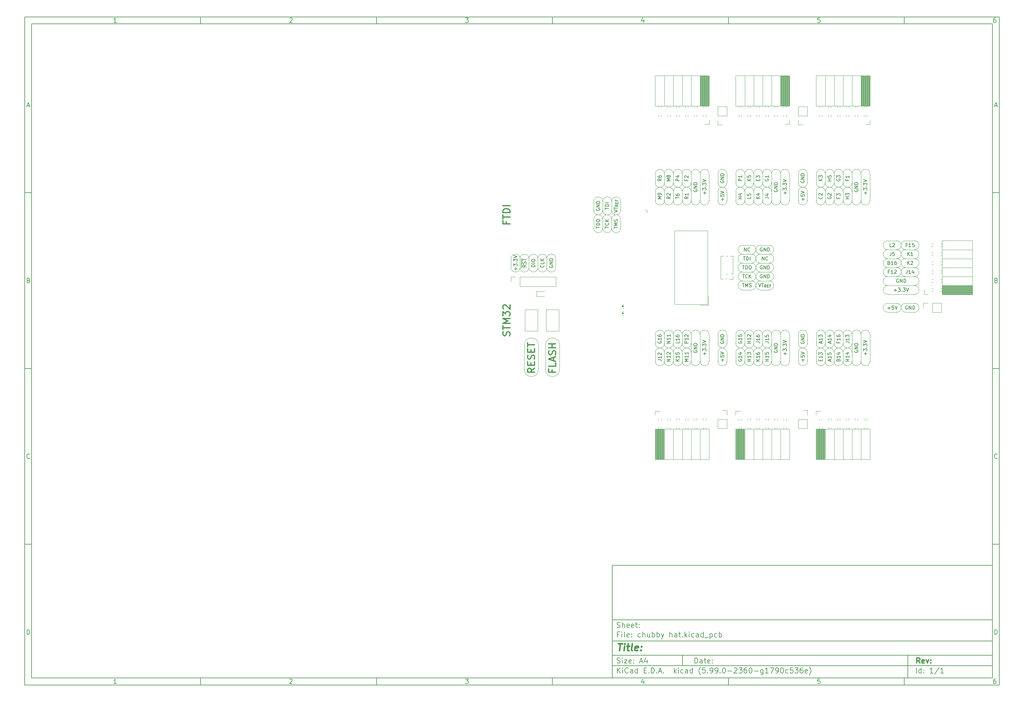
<source format=gbr>
%TF.GenerationSoftware,KiCad,Pcbnew,(5.99.0-2360-g1790c536e)*%
%TF.CreationDate,2020-08-29T16:27:00+02:00*%
%TF.ProjectId,chubby hat,63687562-6279-4206-9861-742e6b696361,rev?*%
%TF.SameCoordinates,Original*%
%TF.FileFunction,Legend,Top*%
%TF.FilePolarity,Positive*%
%FSLAX46Y46*%
G04 Gerber Fmt 4.6, Leading zero omitted, Abs format (unit mm)*
G04 Created by KiCad (PCBNEW (5.99.0-2360-g1790c536e)) date 2020-08-29 16:27:00*
%MOMM*%
%LPD*%
G01*
G04 APERTURE LIST*
%ADD10C,0.000000*%
%ADD11C,0.150000*%
%ADD12C,0.300000*%
%ADD13C,0.400000*%
%ADD14C,0.120000*%
%ADD15C,0.500000*%
G04 APERTURE END LIST*
D10*
D11*
X177002200Y-166007200D02*
X177002200Y-198007200D01*
X285002200Y-198007200D01*
X285002200Y-166007200D01*
X177002200Y-166007200D01*
D10*
D11*
X10000000Y-10000000D02*
X10000000Y-200007200D01*
X287002200Y-200007200D01*
X287002200Y-10000000D01*
X10000000Y-10000000D01*
D10*
D11*
X12000000Y-12000000D02*
X12000000Y-198007200D01*
X285002200Y-198007200D01*
X285002200Y-12000000D01*
X12000000Y-12000000D01*
D10*
D11*
X60000000Y-12000000D02*
X60000000Y-10000000D01*
D10*
D11*
X110000000Y-12000000D02*
X110000000Y-10000000D01*
D10*
D11*
X160000000Y-12000000D02*
X160000000Y-10000000D01*
D10*
D11*
X210000000Y-12000000D02*
X210000000Y-10000000D01*
D10*
D11*
X260000000Y-12000000D02*
X260000000Y-10000000D01*
D10*
D11*
X36065476Y-11588095D02*
X35322619Y-11588095D01*
X35694047Y-11588095D02*
X35694047Y-10288095D01*
X35570238Y-10473809D01*
X35446428Y-10597619D01*
X35322619Y-10659523D01*
D10*
D11*
X85322619Y-10411904D02*
X85384523Y-10350000D01*
X85508333Y-10288095D01*
X85817857Y-10288095D01*
X85941666Y-10350000D01*
X86003571Y-10411904D01*
X86065476Y-10535714D01*
X86065476Y-10659523D01*
X86003571Y-10845238D01*
X85260714Y-11588095D01*
X86065476Y-11588095D01*
D10*
D11*
X135260714Y-10288095D02*
X136065476Y-10288095D01*
X135632142Y-10783333D01*
X135817857Y-10783333D01*
X135941666Y-10845238D01*
X136003571Y-10907142D01*
X136065476Y-11030952D01*
X136065476Y-11340476D01*
X136003571Y-11464285D01*
X135941666Y-11526190D01*
X135817857Y-11588095D01*
X135446428Y-11588095D01*
X135322619Y-11526190D01*
X135260714Y-11464285D01*
D10*
D11*
X185941666Y-10721428D02*
X185941666Y-11588095D01*
X185632142Y-10226190D02*
X185322619Y-11154761D01*
X186127380Y-11154761D01*
D10*
D11*
X236003571Y-10288095D02*
X235384523Y-10288095D01*
X235322619Y-10907142D01*
X235384523Y-10845238D01*
X235508333Y-10783333D01*
X235817857Y-10783333D01*
X235941666Y-10845238D01*
X236003571Y-10907142D01*
X236065476Y-11030952D01*
X236065476Y-11340476D01*
X236003571Y-11464285D01*
X235941666Y-11526190D01*
X235817857Y-11588095D01*
X235508333Y-11588095D01*
X235384523Y-11526190D01*
X235322619Y-11464285D01*
D10*
D11*
X285941666Y-10288095D02*
X285694047Y-10288095D01*
X285570238Y-10350000D01*
X285508333Y-10411904D01*
X285384523Y-10597619D01*
X285322619Y-10845238D01*
X285322619Y-11340476D01*
X285384523Y-11464285D01*
X285446428Y-11526190D01*
X285570238Y-11588095D01*
X285817857Y-11588095D01*
X285941666Y-11526190D01*
X286003571Y-11464285D01*
X286065476Y-11340476D01*
X286065476Y-11030952D01*
X286003571Y-10907142D01*
X285941666Y-10845238D01*
X285817857Y-10783333D01*
X285570238Y-10783333D01*
X285446428Y-10845238D01*
X285384523Y-10907142D01*
X285322619Y-11030952D01*
D10*
D11*
X60000000Y-198007200D02*
X60000000Y-200007200D01*
D10*
D11*
X110000000Y-198007200D02*
X110000000Y-200007200D01*
D10*
D11*
X160000000Y-198007200D02*
X160000000Y-200007200D01*
D10*
D11*
X210000000Y-198007200D02*
X210000000Y-200007200D01*
D10*
D11*
X260000000Y-198007200D02*
X260000000Y-200007200D01*
D10*
D11*
X36065476Y-199595295D02*
X35322619Y-199595295D01*
X35694047Y-199595295D02*
X35694047Y-198295295D01*
X35570238Y-198481009D01*
X35446428Y-198604819D01*
X35322619Y-198666723D01*
D10*
D11*
X85322619Y-198419104D02*
X85384523Y-198357200D01*
X85508333Y-198295295D01*
X85817857Y-198295295D01*
X85941666Y-198357200D01*
X86003571Y-198419104D01*
X86065476Y-198542914D01*
X86065476Y-198666723D01*
X86003571Y-198852438D01*
X85260714Y-199595295D01*
X86065476Y-199595295D01*
D10*
D11*
X135260714Y-198295295D02*
X136065476Y-198295295D01*
X135632142Y-198790533D01*
X135817857Y-198790533D01*
X135941666Y-198852438D01*
X136003571Y-198914342D01*
X136065476Y-199038152D01*
X136065476Y-199347676D01*
X136003571Y-199471485D01*
X135941666Y-199533390D01*
X135817857Y-199595295D01*
X135446428Y-199595295D01*
X135322619Y-199533390D01*
X135260714Y-199471485D01*
D10*
D11*
X185941666Y-198728628D02*
X185941666Y-199595295D01*
X185632142Y-198233390D02*
X185322619Y-199161961D01*
X186127380Y-199161961D01*
D10*
D11*
X236003571Y-198295295D02*
X235384523Y-198295295D01*
X235322619Y-198914342D01*
X235384523Y-198852438D01*
X235508333Y-198790533D01*
X235817857Y-198790533D01*
X235941666Y-198852438D01*
X236003571Y-198914342D01*
X236065476Y-199038152D01*
X236065476Y-199347676D01*
X236003571Y-199471485D01*
X235941666Y-199533390D01*
X235817857Y-199595295D01*
X235508333Y-199595295D01*
X235384523Y-199533390D01*
X235322619Y-199471485D01*
D10*
D11*
X285941666Y-198295295D02*
X285694047Y-198295295D01*
X285570238Y-198357200D01*
X285508333Y-198419104D01*
X285384523Y-198604819D01*
X285322619Y-198852438D01*
X285322619Y-199347676D01*
X285384523Y-199471485D01*
X285446428Y-199533390D01*
X285570238Y-199595295D01*
X285817857Y-199595295D01*
X285941666Y-199533390D01*
X286003571Y-199471485D01*
X286065476Y-199347676D01*
X286065476Y-199038152D01*
X286003571Y-198914342D01*
X285941666Y-198852438D01*
X285817857Y-198790533D01*
X285570238Y-198790533D01*
X285446428Y-198852438D01*
X285384523Y-198914342D01*
X285322619Y-199038152D01*
D10*
D11*
X10000000Y-60000000D02*
X12000000Y-60000000D01*
D10*
D11*
X10000000Y-110000000D02*
X12000000Y-110000000D01*
D10*
D11*
X10000000Y-160000000D02*
X12000000Y-160000000D01*
D10*
D11*
X10690476Y-35216666D02*
X11309523Y-35216666D01*
X10566666Y-35588095D02*
X11000000Y-34288095D01*
X11433333Y-35588095D01*
D10*
D11*
X11092857Y-84907142D02*
X11278571Y-84969047D01*
X11340476Y-85030952D01*
X11402380Y-85154761D01*
X11402380Y-85340476D01*
X11340476Y-85464285D01*
X11278571Y-85526190D01*
X11154761Y-85588095D01*
X10659523Y-85588095D01*
X10659523Y-84288095D01*
X11092857Y-84288095D01*
X11216666Y-84350000D01*
X11278571Y-84411904D01*
X11340476Y-84535714D01*
X11340476Y-84659523D01*
X11278571Y-84783333D01*
X11216666Y-84845238D01*
X11092857Y-84907142D01*
X10659523Y-84907142D01*
D10*
D11*
X11402380Y-135464285D02*
X11340476Y-135526190D01*
X11154761Y-135588095D01*
X11030952Y-135588095D01*
X10845238Y-135526190D01*
X10721428Y-135402380D01*
X10659523Y-135278571D01*
X10597619Y-135030952D01*
X10597619Y-134845238D01*
X10659523Y-134597619D01*
X10721428Y-134473809D01*
X10845238Y-134350000D01*
X11030952Y-134288095D01*
X11154761Y-134288095D01*
X11340476Y-134350000D01*
X11402380Y-134411904D01*
D10*
D11*
X10659523Y-185588095D02*
X10659523Y-184288095D01*
X10969047Y-184288095D01*
X11154761Y-184350000D01*
X11278571Y-184473809D01*
X11340476Y-184597619D01*
X11402380Y-184845238D01*
X11402380Y-185030952D01*
X11340476Y-185278571D01*
X11278571Y-185402380D01*
X11154761Y-185526190D01*
X10969047Y-185588095D01*
X10659523Y-185588095D01*
D10*
D11*
X287002200Y-60000000D02*
X285002200Y-60000000D01*
D10*
D11*
X287002200Y-110000000D02*
X285002200Y-110000000D01*
D10*
D11*
X287002200Y-160000000D02*
X285002200Y-160000000D01*
D10*
D11*
X285692676Y-35216666D02*
X286311723Y-35216666D01*
X285568866Y-35588095D02*
X286002200Y-34288095D01*
X286435533Y-35588095D01*
D10*
D11*
X286095057Y-84907142D02*
X286280771Y-84969047D01*
X286342676Y-85030952D01*
X286404580Y-85154761D01*
X286404580Y-85340476D01*
X286342676Y-85464285D01*
X286280771Y-85526190D01*
X286156961Y-85588095D01*
X285661723Y-85588095D01*
X285661723Y-84288095D01*
X286095057Y-84288095D01*
X286218866Y-84350000D01*
X286280771Y-84411904D01*
X286342676Y-84535714D01*
X286342676Y-84659523D01*
X286280771Y-84783333D01*
X286218866Y-84845238D01*
X286095057Y-84907142D01*
X285661723Y-84907142D01*
D10*
D11*
X286404580Y-135464285D02*
X286342676Y-135526190D01*
X286156961Y-135588095D01*
X286033152Y-135588095D01*
X285847438Y-135526190D01*
X285723628Y-135402380D01*
X285661723Y-135278571D01*
X285599819Y-135030952D01*
X285599819Y-134845238D01*
X285661723Y-134597619D01*
X285723628Y-134473809D01*
X285847438Y-134350000D01*
X286033152Y-134288095D01*
X286156961Y-134288095D01*
X286342676Y-134350000D01*
X286404580Y-134411904D01*
D10*
D11*
X285661723Y-185588095D02*
X285661723Y-184288095D01*
X285971247Y-184288095D01*
X286156961Y-184350000D01*
X286280771Y-184473809D01*
X286342676Y-184597619D01*
X286404580Y-184845238D01*
X286404580Y-185030952D01*
X286342676Y-185278571D01*
X286280771Y-185402380D01*
X286156961Y-185526190D01*
X285971247Y-185588095D01*
X285661723Y-185588095D01*
D10*
D11*
X200434342Y-193785771D02*
X200434342Y-192285771D01*
X200791485Y-192285771D01*
X201005771Y-192357200D01*
X201148628Y-192500057D01*
X201220057Y-192642914D01*
X201291485Y-192928628D01*
X201291485Y-193142914D01*
X201220057Y-193428628D01*
X201148628Y-193571485D01*
X201005771Y-193714342D01*
X200791485Y-193785771D01*
X200434342Y-193785771D01*
X202577200Y-193785771D02*
X202577200Y-193000057D01*
X202505771Y-192857200D01*
X202362914Y-192785771D01*
X202077200Y-192785771D01*
X201934342Y-192857200D01*
X202577200Y-193714342D02*
X202434342Y-193785771D01*
X202077200Y-193785771D01*
X201934342Y-193714342D01*
X201862914Y-193571485D01*
X201862914Y-193428628D01*
X201934342Y-193285771D01*
X202077200Y-193214342D01*
X202434342Y-193214342D01*
X202577200Y-193142914D01*
X203077200Y-192785771D02*
X203648628Y-192785771D01*
X203291485Y-192285771D02*
X203291485Y-193571485D01*
X203362914Y-193714342D01*
X203505771Y-193785771D01*
X203648628Y-193785771D01*
X204720057Y-193714342D02*
X204577200Y-193785771D01*
X204291485Y-193785771D01*
X204148628Y-193714342D01*
X204077200Y-193571485D01*
X204077200Y-193000057D01*
X204148628Y-192857200D01*
X204291485Y-192785771D01*
X204577200Y-192785771D01*
X204720057Y-192857200D01*
X204791485Y-193000057D01*
X204791485Y-193142914D01*
X204077200Y-193285771D01*
X205434342Y-193642914D02*
X205505771Y-193714342D01*
X205434342Y-193785771D01*
X205362914Y-193714342D01*
X205434342Y-193642914D01*
X205434342Y-193785771D01*
X205434342Y-192857200D02*
X205505771Y-192928628D01*
X205434342Y-193000057D01*
X205362914Y-192928628D01*
X205434342Y-192857200D01*
X205434342Y-193000057D01*
D10*
D11*
X177002200Y-194507200D02*
X285002200Y-194507200D01*
D10*
D11*
X178434342Y-196585771D02*
X178434342Y-195085771D01*
X179291485Y-196585771D02*
X178648628Y-195728628D01*
X179291485Y-195085771D02*
X178434342Y-195942914D01*
X179934342Y-196585771D02*
X179934342Y-195585771D01*
X179934342Y-195085771D02*
X179862914Y-195157200D01*
X179934342Y-195228628D01*
X180005771Y-195157200D01*
X179934342Y-195085771D01*
X179934342Y-195228628D01*
X181505771Y-196442914D02*
X181434342Y-196514342D01*
X181220057Y-196585771D01*
X181077200Y-196585771D01*
X180862914Y-196514342D01*
X180720057Y-196371485D01*
X180648628Y-196228628D01*
X180577200Y-195942914D01*
X180577200Y-195728628D01*
X180648628Y-195442914D01*
X180720057Y-195300057D01*
X180862914Y-195157200D01*
X181077200Y-195085771D01*
X181220057Y-195085771D01*
X181434342Y-195157200D01*
X181505771Y-195228628D01*
X182791485Y-196585771D02*
X182791485Y-195800057D01*
X182720057Y-195657200D01*
X182577200Y-195585771D01*
X182291485Y-195585771D01*
X182148628Y-195657200D01*
X182791485Y-196514342D02*
X182648628Y-196585771D01*
X182291485Y-196585771D01*
X182148628Y-196514342D01*
X182077200Y-196371485D01*
X182077200Y-196228628D01*
X182148628Y-196085771D01*
X182291485Y-196014342D01*
X182648628Y-196014342D01*
X182791485Y-195942914D01*
X184148628Y-196585771D02*
X184148628Y-195085771D01*
X184148628Y-196514342D02*
X184005771Y-196585771D01*
X183720057Y-196585771D01*
X183577200Y-196514342D01*
X183505771Y-196442914D01*
X183434342Y-196300057D01*
X183434342Y-195871485D01*
X183505771Y-195728628D01*
X183577200Y-195657200D01*
X183720057Y-195585771D01*
X184005771Y-195585771D01*
X184148628Y-195657200D01*
X186005771Y-195800057D02*
X186505771Y-195800057D01*
X186720057Y-196585771D02*
X186005771Y-196585771D01*
X186005771Y-195085771D01*
X186720057Y-195085771D01*
X187362914Y-196442914D02*
X187434342Y-196514342D01*
X187362914Y-196585771D01*
X187291485Y-196514342D01*
X187362914Y-196442914D01*
X187362914Y-196585771D01*
X188077200Y-196585771D02*
X188077200Y-195085771D01*
X188434342Y-195085771D01*
X188648628Y-195157200D01*
X188791485Y-195300057D01*
X188862914Y-195442914D01*
X188934342Y-195728628D01*
X188934342Y-195942914D01*
X188862914Y-196228628D01*
X188791485Y-196371485D01*
X188648628Y-196514342D01*
X188434342Y-196585771D01*
X188077200Y-196585771D01*
X189577200Y-196442914D02*
X189648628Y-196514342D01*
X189577200Y-196585771D01*
X189505771Y-196514342D01*
X189577200Y-196442914D01*
X189577200Y-196585771D01*
X190220057Y-196157200D02*
X190934342Y-196157200D01*
X190077200Y-196585771D02*
X190577200Y-195085771D01*
X191077200Y-196585771D01*
X191577200Y-196442914D02*
X191648628Y-196514342D01*
X191577200Y-196585771D01*
X191505771Y-196514342D01*
X191577200Y-196442914D01*
X191577200Y-196585771D01*
X194577200Y-196585771D02*
X194577200Y-195085771D01*
X194720057Y-196014342D02*
X195148628Y-196585771D01*
X195148628Y-195585771D02*
X194577200Y-196157200D01*
X195791485Y-196585771D02*
X195791485Y-195585771D01*
X195791485Y-195085771D02*
X195720057Y-195157200D01*
X195791485Y-195228628D01*
X195862914Y-195157200D01*
X195791485Y-195085771D01*
X195791485Y-195228628D01*
X197148628Y-196514342D02*
X197005771Y-196585771D01*
X196720057Y-196585771D01*
X196577200Y-196514342D01*
X196505771Y-196442914D01*
X196434342Y-196300057D01*
X196434342Y-195871485D01*
X196505771Y-195728628D01*
X196577200Y-195657200D01*
X196720057Y-195585771D01*
X197005771Y-195585771D01*
X197148628Y-195657200D01*
X198434342Y-196585771D02*
X198434342Y-195800057D01*
X198362914Y-195657200D01*
X198220057Y-195585771D01*
X197934342Y-195585771D01*
X197791485Y-195657200D01*
X198434342Y-196514342D02*
X198291485Y-196585771D01*
X197934342Y-196585771D01*
X197791485Y-196514342D01*
X197720057Y-196371485D01*
X197720057Y-196228628D01*
X197791485Y-196085771D01*
X197934342Y-196014342D01*
X198291485Y-196014342D01*
X198434342Y-195942914D01*
X199791485Y-196585771D02*
X199791485Y-195085771D01*
X199791485Y-196514342D02*
X199648628Y-196585771D01*
X199362914Y-196585771D01*
X199220057Y-196514342D01*
X199148628Y-196442914D01*
X199077200Y-196300057D01*
X199077200Y-195871485D01*
X199148628Y-195728628D01*
X199220057Y-195657200D01*
X199362914Y-195585771D01*
X199648628Y-195585771D01*
X199791485Y-195657200D01*
X202077200Y-197157200D02*
X202005771Y-197085771D01*
X201862914Y-196871485D01*
X201791485Y-196728628D01*
X201720057Y-196514342D01*
X201648628Y-196157200D01*
X201648628Y-195871485D01*
X201720057Y-195514342D01*
X201791485Y-195300057D01*
X201862914Y-195157200D01*
X202005771Y-194942914D01*
X202077200Y-194871485D01*
X203362914Y-195085771D02*
X202648628Y-195085771D01*
X202577200Y-195800057D01*
X202648628Y-195728628D01*
X202791485Y-195657200D01*
X203148628Y-195657200D01*
X203291485Y-195728628D01*
X203362914Y-195800057D01*
X203434342Y-195942914D01*
X203434342Y-196300057D01*
X203362914Y-196442914D01*
X203291485Y-196514342D01*
X203148628Y-196585771D01*
X202791485Y-196585771D01*
X202648628Y-196514342D01*
X202577200Y-196442914D01*
X204077200Y-196442914D02*
X204148628Y-196514342D01*
X204077200Y-196585771D01*
X204005771Y-196514342D01*
X204077200Y-196442914D01*
X204077200Y-196585771D01*
X204862914Y-196585771D02*
X205148628Y-196585771D01*
X205291485Y-196514342D01*
X205362914Y-196442914D01*
X205505771Y-196228628D01*
X205577200Y-195942914D01*
X205577200Y-195371485D01*
X205505771Y-195228628D01*
X205434342Y-195157200D01*
X205291485Y-195085771D01*
X205005771Y-195085771D01*
X204862914Y-195157200D01*
X204791485Y-195228628D01*
X204720057Y-195371485D01*
X204720057Y-195728628D01*
X204791485Y-195871485D01*
X204862914Y-195942914D01*
X205005771Y-196014342D01*
X205291485Y-196014342D01*
X205434342Y-195942914D01*
X205505771Y-195871485D01*
X205577200Y-195728628D01*
X206291485Y-196585771D02*
X206577200Y-196585771D01*
X206720057Y-196514342D01*
X206791485Y-196442914D01*
X206934342Y-196228628D01*
X207005771Y-195942914D01*
X207005771Y-195371485D01*
X206934342Y-195228628D01*
X206862914Y-195157200D01*
X206720057Y-195085771D01*
X206434342Y-195085771D01*
X206291485Y-195157200D01*
X206220057Y-195228628D01*
X206148628Y-195371485D01*
X206148628Y-195728628D01*
X206220057Y-195871485D01*
X206291485Y-195942914D01*
X206434342Y-196014342D01*
X206720057Y-196014342D01*
X206862914Y-195942914D01*
X206934342Y-195871485D01*
X207005771Y-195728628D01*
X207648628Y-196442914D02*
X207720057Y-196514342D01*
X207648628Y-196585771D01*
X207577200Y-196514342D01*
X207648628Y-196442914D01*
X207648628Y-196585771D01*
X208648628Y-195085771D02*
X208791485Y-195085771D01*
X208934342Y-195157200D01*
X209005771Y-195228628D01*
X209077200Y-195371485D01*
X209148628Y-195657200D01*
X209148628Y-196014342D01*
X209077200Y-196300057D01*
X209005771Y-196442914D01*
X208934342Y-196514342D01*
X208791485Y-196585771D01*
X208648628Y-196585771D01*
X208505771Y-196514342D01*
X208434342Y-196442914D01*
X208362914Y-196300057D01*
X208291485Y-196014342D01*
X208291485Y-195657200D01*
X208362914Y-195371485D01*
X208434342Y-195228628D01*
X208505771Y-195157200D01*
X208648628Y-195085771D01*
X209791485Y-196014342D02*
X210934342Y-196014342D01*
X211577200Y-195228628D02*
X211648628Y-195157200D01*
X211791485Y-195085771D01*
X212148628Y-195085771D01*
X212291485Y-195157200D01*
X212362914Y-195228628D01*
X212434342Y-195371485D01*
X212434342Y-195514342D01*
X212362914Y-195728628D01*
X211505771Y-196585771D01*
X212434342Y-196585771D01*
X212934342Y-195085771D02*
X213862914Y-195085771D01*
X213362914Y-195657200D01*
X213577200Y-195657200D01*
X213720057Y-195728628D01*
X213791485Y-195800057D01*
X213862914Y-195942914D01*
X213862914Y-196300057D01*
X213791485Y-196442914D01*
X213720057Y-196514342D01*
X213577200Y-196585771D01*
X213148628Y-196585771D01*
X213005771Y-196514342D01*
X212934342Y-196442914D01*
X215148628Y-195085771D02*
X214862914Y-195085771D01*
X214720057Y-195157200D01*
X214648628Y-195228628D01*
X214505771Y-195442914D01*
X214434342Y-195728628D01*
X214434342Y-196300057D01*
X214505771Y-196442914D01*
X214577200Y-196514342D01*
X214720057Y-196585771D01*
X215005771Y-196585771D01*
X215148628Y-196514342D01*
X215220057Y-196442914D01*
X215291485Y-196300057D01*
X215291485Y-195942914D01*
X215220057Y-195800057D01*
X215148628Y-195728628D01*
X215005771Y-195657200D01*
X214720057Y-195657200D01*
X214577200Y-195728628D01*
X214505771Y-195800057D01*
X214434342Y-195942914D01*
X216220057Y-195085771D02*
X216362914Y-195085771D01*
X216505771Y-195157200D01*
X216577200Y-195228628D01*
X216648628Y-195371485D01*
X216720057Y-195657200D01*
X216720057Y-196014342D01*
X216648628Y-196300057D01*
X216577200Y-196442914D01*
X216505771Y-196514342D01*
X216362914Y-196585771D01*
X216220057Y-196585771D01*
X216077200Y-196514342D01*
X216005771Y-196442914D01*
X215934342Y-196300057D01*
X215862914Y-196014342D01*
X215862914Y-195657200D01*
X215934342Y-195371485D01*
X216005771Y-195228628D01*
X216077200Y-195157200D01*
X216220057Y-195085771D01*
X217362914Y-196014342D02*
X218505771Y-196014342D01*
X219862914Y-195585771D02*
X219862914Y-196800057D01*
X219791485Y-196942914D01*
X219720057Y-197014342D01*
X219577200Y-197085771D01*
X219362914Y-197085771D01*
X219220057Y-197014342D01*
X219862914Y-196514342D02*
X219720057Y-196585771D01*
X219434342Y-196585771D01*
X219291485Y-196514342D01*
X219220057Y-196442914D01*
X219148628Y-196300057D01*
X219148628Y-195871485D01*
X219220057Y-195728628D01*
X219291485Y-195657200D01*
X219434342Y-195585771D01*
X219720057Y-195585771D01*
X219862914Y-195657200D01*
X221362914Y-196585771D02*
X220505771Y-196585771D01*
X220934342Y-196585771D02*
X220934342Y-195085771D01*
X220791485Y-195300057D01*
X220648628Y-195442914D01*
X220505771Y-195514342D01*
X221862914Y-195085771D02*
X222862914Y-195085771D01*
X222220057Y-196585771D01*
X223505771Y-196585771D02*
X223791485Y-196585771D01*
X223934342Y-196514342D01*
X224005771Y-196442914D01*
X224148628Y-196228628D01*
X224220057Y-195942914D01*
X224220057Y-195371485D01*
X224148628Y-195228628D01*
X224077200Y-195157200D01*
X223934342Y-195085771D01*
X223648628Y-195085771D01*
X223505771Y-195157200D01*
X223434342Y-195228628D01*
X223362914Y-195371485D01*
X223362914Y-195728628D01*
X223434342Y-195871485D01*
X223505771Y-195942914D01*
X223648628Y-196014342D01*
X223934342Y-196014342D01*
X224077200Y-195942914D01*
X224148628Y-195871485D01*
X224220057Y-195728628D01*
X225148628Y-195085771D02*
X225291485Y-195085771D01*
X225434342Y-195157200D01*
X225505771Y-195228628D01*
X225577200Y-195371485D01*
X225648628Y-195657200D01*
X225648628Y-196014342D01*
X225577200Y-196300057D01*
X225505771Y-196442914D01*
X225434342Y-196514342D01*
X225291485Y-196585771D01*
X225148628Y-196585771D01*
X225005771Y-196514342D01*
X224934342Y-196442914D01*
X224862914Y-196300057D01*
X224791485Y-196014342D01*
X224791485Y-195657200D01*
X224862914Y-195371485D01*
X224934342Y-195228628D01*
X225005771Y-195157200D01*
X225148628Y-195085771D01*
X226934342Y-196514342D02*
X226791485Y-196585771D01*
X226505771Y-196585771D01*
X226362914Y-196514342D01*
X226291485Y-196442914D01*
X226220057Y-196300057D01*
X226220057Y-195871485D01*
X226291485Y-195728628D01*
X226362914Y-195657200D01*
X226505771Y-195585771D01*
X226791485Y-195585771D01*
X226934342Y-195657200D01*
X228291485Y-195085771D02*
X227577199Y-195085771D01*
X227505771Y-195800057D01*
X227577199Y-195728628D01*
X227720057Y-195657200D01*
X228077199Y-195657200D01*
X228220057Y-195728628D01*
X228291485Y-195800057D01*
X228362914Y-195942914D01*
X228362914Y-196300057D01*
X228291485Y-196442914D01*
X228220057Y-196514342D01*
X228077199Y-196585771D01*
X227720057Y-196585771D01*
X227577199Y-196514342D01*
X227505771Y-196442914D01*
X228862914Y-195085771D02*
X229791485Y-195085771D01*
X229291485Y-195657200D01*
X229505771Y-195657200D01*
X229648628Y-195728628D01*
X229720057Y-195800057D01*
X229791485Y-195942914D01*
X229791485Y-196300057D01*
X229720057Y-196442914D01*
X229648628Y-196514342D01*
X229505771Y-196585771D01*
X229077199Y-196585771D01*
X228934342Y-196514342D01*
X228862914Y-196442914D01*
X231077199Y-195085771D02*
X230791485Y-195085771D01*
X230648628Y-195157200D01*
X230577199Y-195228628D01*
X230434342Y-195442914D01*
X230362914Y-195728628D01*
X230362914Y-196300057D01*
X230434342Y-196442914D01*
X230505771Y-196514342D01*
X230648628Y-196585771D01*
X230934342Y-196585771D01*
X231077199Y-196514342D01*
X231148628Y-196442914D01*
X231220057Y-196300057D01*
X231220057Y-195942914D01*
X231148628Y-195800057D01*
X231077199Y-195728628D01*
X230934342Y-195657200D01*
X230648628Y-195657200D01*
X230505771Y-195728628D01*
X230434342Y-195800057D01*
X230362914Y-195942914D01*
X232434342Y-196514342D02*
X232291485Y-196585771D01*
X232005771Y-196585771D01*
X231862914Y-196514342D01*
X231791485Y-196371485D01*
X231791485Y-195800057D01*
X231862914Y-195657200D01*
X232005771Y-195585771D01*
X232291485Y-195585771D01*
X232434342Y-195657200D01*
X232505771Y-195800057D01*
X232505771Y-195942914D01*
X231791485Y-196085771D01*
X233005771Y-197157200D02*
X233077199Y-197085771D01*
X233220057Y-196871485D01*
X233291485Y-196728628D01*
X233362914Y-196514342D01*
X233434342Y-196157200D01*
X233434342Y-195871485D01*
X233362914Y-195514342D01*
X233291485Y-195300057D01*
X233220057Y-195157200D01*
X233077199Y-194942914D01*
X233005771Y-194871485D01*
D10*
D11*
X177002200Y-191507200D02*
X285002200Y-191507200D01*
D10*
D12*
X264411485Y-193785771D02*
X263911485Y-193071485D01*
X263554342Y-193785771D02*
X263554342Y-192285771D01*
X264125771Y-192285771D01*
X264268628Y-192357200D01*
X264340057Y-192428628D01*
X264411485Y-192571485D01*
X264411485Y-192785771D01*
X264340057Y-192928628D01*
X264268628Y-193000057D01*
X264125771Y-193071485D01*
X263554342Y-193071485D01*
X265625771Y-193714342D02*
X265482914Y-193785771D01*
X265197200Y-193785771D01*
X265054342Y-193714342D01*
X264982914Y-193571485D01*
X264982914Y-193000057D01*
X265054342Y-192857200D01*
X265197200Y-192785771D01*
X265482914Y-192785771D01*
X265625771Y-192857200D01*
X265697200Y-193000057D01*
X265697200Y-193142914D01*
X264982914Y-193285771D01*
X266197200Y-192785771D02*
X266554342Y-193785771D01*
X266911485Y-192785771D01*
X267482914Y-193642914D02*
X267554342Y-193714342D01*
X267482914Y-193785771D01*
X267411485Y-193714342D01*
X267482914Y-193642914D01*
X267482914Y-193785771D01*
X267482914Y-192857200D02*
X267554342Y-192928628D01*
X267482914Y-193000057D01*
X267411485Y-192928628D01*
X267482914Y-192857200D01*
X267482914Y-193000057D01*
D10*
D11*
X178362914Y-193714342D02*
X178577200Y-193785771D01*
X178934342Y-193785771D01*
X179077200Y-193714342D01*
X179148628Y-193642914D01*
X179220057Y-193500057D01*
X179220057Y-193357200D01*
X179148628Y-193214342D01*
X179077200Y-193142914D01*
X178934342Y-193071485D01*
X178648628Y-193000057D01*
X178505771Y-192928628D01*
X178434342Y-192857200D01*
X178362914Y-192714342D01*
X178362914Y-192571485D01*
X178434342Y-192428628D01*
X178505771Y-192357200D01*
X178648628Y-192285771D01*
X179005771Y-192285771D01*
X179220057Y-192357200D01*
X179862914Y-193785771D02*
X179862914Y-192785771D01*
X179862914Y-192285771D02*
X179791485Y-192357200D01*
X179862914Y-192428628D01*
X179934342Y-192357200D01*
X179862914Y-192285771D01*
X179862914Y-192428628D01*
X180434342Y-192785771D02*
X181220057Y-192785771D01*
X180434342Y-193785771D01*
X181220057Y-193785771D01*
X182362914Y-193714342D02*
X182220057Y-193785771D01*
X181934342Y-193785771D01*
X181791485Y-193714342D01*
X181720057Y-193571485D01*
X181720057Y-193000057D01*
X181791485Y-192857200D01*
X181934342Y-192785771D01*
X182220057Y-192785771D01*
X182362914Y-192857200D01*
X182434342Y-193000057D01*
X182434342Y-193142914D01*
X181720057Y-193285771D01*
X183077200Y-193642914D02*
X183148628Y-193714342D01*
X183077200Y-193785771D01*
X183005771Y-193714342D01*
X183077200Y-193642914D01*
X183077200Y-193785771D01*
X183077200Y-192857200D02*
X183148628Y-192928628D01*
X183077200Y-193000057D01*
X183005771Y-192928628D01*
X183077200Y-192857200D01*
X183077200Y-193000057D01*
X184862914Y-193357200D02*
X185577200Y-193357200D01*
X184720057Y-193785771D02*
X185220057Y-192285771D01*
X185720057Y-193785771D01*
X186862914Y-192785771D02*
X186862914Y-193785771D01*
X186505771Y-192214342D02*
X186148628Y-193285771D01*
X187077200Y-193285771D01*
D10*
D11*
X263434342Y-196585771D02*
X263434342Y-195085771D01*
X264791485Y-196585771D02*
X264791485Y-195085771D01*
X264791485Y-196514342D02*
X264648628Y-196585771D01*
X264362914Y-196585771D01*
X264220057Y-196514342D01*
X264148628Y-196442914D01*
X264077200Y-196300057D01*
X264077200Y-195871485D01*
X264148628Y-195728628D01*
X264220057Y-195657200D01*
X264362914Y-195585771D01*
X264648628Y-195585771D01*
X264791485Y-195657200D01*
X265505771Y-196442914D02*
X265577200Y-196514342D01*
X265505771Y-196585771D01*
X265434342Y-196514342D01*
X265505771Y-196442914D01*
X265505771Y-196585771D01*
X265505771Y-195657200D02*
X265577200Y-195728628D01*
X265505771Y-195800057D01*
X265434342Y-195728628D01*
X265505771Y-195657200D01*
X265505771Y-195800057D01*
X268148628Y-196585771D02*
X267291485Y-196585771D01*
X267720057Y-196585771D02*
X267720057Y-195085771D01*
X267577200Y-195300057D01*
X267434342Y-195442914D01*
X267291485Y-195514342D01*
X269862914Y-195014342D02*
X268577200Y-196942914D01*
X271148628Y-196585771D02*
X270291485Y-196585771D01*
X270720057Y-196585771D02*
X270720057Y-195085771D01*
X270577200Y-195300057D01*
X270434342Y-195442914D01*
X270291485Y-195514342D01*
D10*
D11*
X177002200Y-187507200D02*
X285002200Y-187507200D01*
D10*
D13*
X178714580Y-188211961D02*
X179857438Y-188211961D01*
X179036009Y-190211961D02*
X179286009Y-188211961D01*
X180274104Y-190211961D02*
X180440771Y-188878628D01*
X180524104Y-188211961D02*
X180416961Y-188307200D01*
X180500295Y-188402438D01*
X180607438Y-188307200D01*
X180524104Y-188211961D01*
X180500295Y-188402438D01*
X181107438Y-188878628D02*
X181869342Y-188878628D01*
X181476485Y-188211961D02*
X181262200Y-189926247D01*
X181333628Y-190116723D01*
X181512200Y-190211961D01*
X181702676Y-190211961D01*
X182655057Y-190211961D02*
X182476485Y-190116723D01*
X182405057Y-189926247D01*
X182619342Y-188211961D01*
X184190771Y-190116723D02*
X183988390Y-190211961D01*
X183607438Y-190211961D01*
X183428866Y-190116723D01*
X183357438Y-189926247D01*
X183452676Y-189164342D01*
X183571723Y-188973866D01*
X183774104Y-188878628D01*
X184155057Y-188878628D01*
X184333628Y-188973866D01*
X184405057Y-189164342D01*
X184381247Y-189354819D01*
X183405057Y-189545295D01*
X185155057Y-190021485D02*
X185238390Y-190116723D01*
X185131247Y-190211961D01*
X185047914Y-190116723D01*
X185155057Y-190021485D01*
X185131247Y-190211961D01*
X185286009Y-188973866D02*
X185369342Y-189069104D01*
X185262200Y-189164342D01*
X185178866Y-189069104D01*
X185286009Y-188973866D01*
X185262200Y-189164342D01*
D10*
D11*
X178934342Y-185600057D02*
X178434342Y-185600057D01*
X178434342Y-186385771D02*
X178434342Y-184885771D01*
X179148628Y-184885771D01*
X179720057Y-186385771D02*
X179720057Y-185385771D01*
X179720057Y-184885771D02*
X179648628Y-184957200D01*
X179720057Y-185028628D01*
X179791485Y-184957200D01*
X179720057Y-184885771D01*
X179720057Y-185028628D01*
X180648628Y-186385771D02*
X180505771Y-186314342D01*
X180434342Y-186171485D01*
X180434342Y-184885771D01*
X181791485Y-186314342D02*
X181648628Y-186385771D01*
X181362914Y-186385771D01*
X181220057Y-186314342D01*
X181148628Y-186171485D01*
X181148628Y-185600057D01*
X181220057Y-185457200D01*
X181362914Y-185385771D01*
X181648628Y-185385771D01*
X181791485Y-185457200D01*
X181862914Y-185600057D01*
X181862914Y-185742914D01*
X181148628Y-185885771D01*
X182505771Y-186242914D02*
X182577200Y-186314342D01*
X182505771Y-186385771D01*
X182434342Y-186314342D01*
X182505771Y-186242914D01*
X182505771Y-186385771D01*
X182505771Y-185457200D02*
X182577200Y-185528628D01*
X182505771Y-185600057D01*
X182434342Y-185528628D01*
X182505771Y-185457200D01*
X182505771Y-185600057D01*
X185005771Y-186314342D02*
X184862914Y-186385771D01*
X184577200Y-186385771D01*
X184434342Y-186314342D01*
X184362914Y-186242914D01*
X184291485Y-186100057D01*
X184291485Y-185671485D01*
X184362914Y-185528628D01*
X184434342Y-185457200D01*
X184577200Y-185385771D01*
X184862914Y-185385771D01*
X185005771Y-185457200D01*
X185648628Y-186385771D02*
X185648628Y-184885771D01*
X186291485Y-186385771D02*
X186291485Y-185600057D01*
X186220057Y-185457200D01*
X186077200Y-185385771D01*
X185862914Y-185385771D01*
X185720057Y-185457200D01*
X185648628Y-185528628D01*
X187648628Y-185385771D02*
X187648628Y-186385771D01*
X187005771Y-185385771D02*
X187005771Y-186171485D01*
X187077200Y-186314342D01*
X187220057Y-186385771D01*
X187434342Y-186385771D01*
X187577200Y-186314342D01*
X187648628Y-186242914D01*
X188362914Y-186385771D02*
X188362914Y-184885771D01*
X188362914Y-185457200D02*
X188505771Y-185385771D01*
X188791485Y-185385771D01*
X188934342Y-185457200D01*
X189005771Y-185528628D01*
X189077200Y-185671485D01*
X189077200Y-186100057D01*
X189005771Y-186242914D01*
X188934342Y-186314342D01*
X188791485Y-186385771D01*
X188505771Y-186385771D01*
X188362914Y-186314342D01*
X189720057Y-186385771D02*
X189720057Y-184885771D01*
X189720057Y-185457200D02*
X189862914Y-185385771D01*
X190148628Y-185385771D01*
X190291485Y-185457200D01*
X190362914Y-185528628D01*
X190434342Y-185671485D01*
X190434342Y-186100057D01*
X190362914Y-186242914D01*
X190291485Y-186314342D01*
X190148628Y-186385771D01*
X189862914Y-186385771D01*
X189720057Y-186314342D01*
X190934342Y-185385771D02*
X191291485Y-186385771D01*
X191648628Y-185385771D02*
X191291485Y-186385771D01*
X191148628Y-186742914D01*
X191077200Y-186814342D01*
X190934342Y-186885771D01*
X193362914Y-186385771D02*
X193362914Y-184885771D01*
X194005771Y-186385771D02*
X194005771Y-185600057D01*
X193934342Y-185457200D01*
X193791485Y-185385771D01*
X193577200Y-185385771D01*
X193434342Y-185457200D01*
X193362914Y-185528628D01*
X195362914Y-186385771D02*
X195362914Y-185600057D01*
X195291485Y-185457200D01*
X195148628Y-185385771D01*
X194862914Y-185385771D01*
X194720057Y-185457200D01*
X195362914Y-186314342D02*
X195220057Y-186385771D01*
X194862914Y-186385771D01*
X194720057Y-186314342D01*
X194648628Y-186171485D01*
X194648628Y-186028628D01*
X194720057Y-185885771D01*
X194862914Y-185814342D01*
X195220057Y-185814342D01*
X195362914Y-185742914D01*
X195862914Y-185385771D02*
X196434342Y-185385771D01*
X196077200Y-184885771D02*
X196077200Y-186171485D01*
X196148628Y-186314342D01*
X196291485Y-186385771D01*
X196434342Y-186385771D01*
X196934342Y-186242914D02*
X197005771Y-186314342D01*
X196934342Y-186385771D01*
X196862914Y-186314342D01*
X196934342Y-186242914D01*
X196934342Y-186385771D01*
X197648628Y-186385771D02*
X197648628Y-184885771D01*
X197791485Y-185814342D02*
X198220057Y-186385771D01*
X198220057Y-185385771D02*
X197648628Y-185957200D01*
X198862914Y-186385771D02*
X198862914Y-185385771D01*
X198862914Y-184885771D02*
X198791485Y-184957200D01*
X198862914Y-185028628D01*
X198934342Y-184957200D01*
X198862914Y-184885771D01*
X198862914Y-185028628D01*
X200220057Y-186314342D02*
X200077200Y-186385771D01*
X199791485Y-186385771D01*
X199648628Y-186314342D01*
X199577200Y-186242914D01*
X199505771Y-186100057D01*
X199505771Y-185671485D01*
X199577200Y-185528628D01*
X199648628Y-185457200D01*
X199791485Y-185385771D01*
X200077200Y-185385771D01*
X200220057Y-185457200D01*
X201505771Y-186385771D02*
X201505771Y-185600057D01*
X201434342Y-185457200D01*
X201291485Y-185385771D01*
X201005771Y-185385771D01*
X200862914Y-185457200D01*
X201505771Y-186314342D02*
X201362914Y-186385771D01*
X201005771Y-186385771D01*
X200862914Y-186314342D01*
X200791485Y-186171485D01*
X200791485Y-186028628D01*
X200862914Y-185885771D01*
X201005771Y-185814342D01*
X201362914Y-185814342D01*
X201505771Y-185742914D01*
X202862914Y-186385771D02*
X202862914Y-184885771D01*
X202862914Y-186314342D02*
X202720057Y-186385771D01*
X202434342Y-186385771D01*
X202291485Y-186314342D01*
X202220057Y-186242914D01*
X202148628Y-186100057D01*
X202148628Y-185671485D01*
X202220057Y-185528628D01*
X202291485Y-185457200D01*
X202434342Y-185385771D01*
X202720057Y-185385771D01*
X202862914Y-185457200D01*
X203220057Y-186528628D02*
X204362914Y-186528628D01*
X204720057Y-185385771D02*
X204720057Y-186885771D01*
X204720057Y-185457200D02*
X204862914Y-185385771D01*
X205148628Y-185385771D01*
X205291485Y-185457200D01*
X205362914Y-185528628D01*
X205434342Y-185671485D01*
X205434342Y-186100057D01*
X205362914Y-186242914D01*
X205291485Y-186314342D01*
X205148628Y-186385771D01*
X204862914Y-186385771D01*
X204720057Y-186314342D01*
X206720057Y-186314342D02*
X206577200Y-186385771D01*
X206291485Y-186385771D01*
X206148628Y-186314342D01*
X206077200Y-186242914D01*
X206005771Y-186100057D01*
X206005771Y-185671485D01*
X206077200Y-185528628D01*
X206148628Y-185457200D01*
X206291485Y-185385771D01*
X206577200Y-185385771D01*
X206720057Y-185457200D01*
X207362914Y-186385771D02*
X207362914Y-184885771D01*
X207362914Y-185457200D02*
X207505771Y-185385771D01*
X207791485Y-185385771D01*
X207934342Y-185457200D01*
X208005771Y-185528628D01*
X208077200Y-185671485D01*
X208077200Y-186100057D01*
X208005771Y-186242914D01*
X207934342Y-186314342D01*
X207791485Y-186385771D01*
X207505771Y-186385771D01*
X207362914Y-186314342D01*
D10*
D11*
X177002200Y-181507200D02*
X285002200Y-181507200D01*
D10*
D11*
X178362914Y-183614342D02*
X178577200Y-183685771D01*
X178934342Y-183685771D01*
X179077200Y-183614342D01*
X179148628Y-183542914D01*
X179220057Y-183400057D01*
X179220057Y-183257200D01*
X179148628Y-183114342D01*
X179077200Y-183042914D01*
X178934342Y-182971485D01*
X178648628Y-182900057D01*
X178505771Y-182828628D01*
X178434342Y-182757200D01*
X178362914Y-182614342D01*
X178362914Y-182471485D01*
X178434342Y-182328628D01*
X178505771Y-182257200D01*
X178648628Y-182185771D01*
X179005771Y-182185771D01*
X179220057Y-182257200D01*
X179862914Y-183685771D02*
X179862914Y-182185771D01*
X180505771Y-183685771D02*
X180505771Y-182900057D01*
X180434342Y-182757200D01*
X180291485Y-182685771D01*
X180077200Y-182685771D01*
X179934342Y-182757200D01*
X179862914Y-182828628D01*
X181791485Y-183614342D02*
X181648628Y-183685771D01*
X181362914Y-183685771D01*
X181220057Y-183614342D01*
X181148628Y-183471485D01*
X181148628Y-182900057D01*
X181220057Y-182757200D01*
X181362914Y-182685771D01*
X181648628Y-182685771D01*
X181791485Y-182757200D01*
X181862914Y-182900057D01*
X181862914Y-183042914D01*
X181148628Y-183185771D01*
X183077200Y-183614342D02*
X182934342Y-183685771D01*
X182648628Y-183685771D01*
X182505771Y-183614342D01*
X182434342Y-183471485D01*
X182434342Y-182900057D01*
X182505771Y-182757200D01*
X182648628Y-182685771D01*
X182934342Y-182685771D01*
X183077200Y-182757200D01*
X183148628Y-182900057D01*
X183148628Y-183042914D01*
X182434342Y-183185771D01*
X183577200Y-182685771D02*
X184148628Y-182685771D01*
X183791485Y-182185771D02*
X183791485Y-183471485D01*
X183862914Y-183614342D01*
X184005771Y-183685771D01*
X184148628Y-183685771D01*
X184648628Y-183542914D02*
X184720057Y-183614342D01*
X184648628Y-183685771D01*
X184577200Y-183614342D01*
X184648628Y-183542914D01*
X184648628Y-183685771D01*
X184648628Y-182757200D02*
X184720057Y-182828628D01*
X184648628Y-182900057D01*
X184577200Y-182828628D01*
X184648628Y-182757200D01*
X184648628Y-182900057D01*
D10*
D12*
D10*
D11*
D10*
D11*
D10*
D11*
D10*
D11*
D10*
D11*
X197002200Y-191507200D02*
X197002200Y-194507200D01*
D10*
D11*
X261002200Y-191507200D02*
X261002200Y-198007200D01*
D12*
X146857142Y-68232380D02*
X146857142Y-68899047D01*
X147904761Y-68899047D02*
X145904761Y-68899047D01*
X145904761Y-67946666D01*
X145904761Y-67470476D02*
X145904761Y-66327619D01*
X147904761Y-66899047D02*
X145904761Y-66899047D01*
X147904761Y-65660952D02*
X145904761Y-65660952D01*
X145904761Y-65184761D01*
X146000000Y-64899047D01*
X146190476Y-64708571D01*
X146380952Y-64613333D01*
X146761904Y-64518095D01*
X147047619Y-64518095D01*
X147428571Y-64613333D01*
X147619047Y-64708571D01*
X147809523Y-64899047D01*
X147904761Y-65184761D01*
X147904761Y-65660952D01*
X147904761Y-63660952D02*
X145904761Y-63660952D01*
D14*
X156000000Y-110280000D02*
X156000000Y-103280000D01*
X152000000Y-103280000D02*
X152000000Y-110280000D01*
X162000000Y-110280000D02*
X162000000Y-103280000D01*
X158000000Y-103280000D02*
X158000000Y-110280000D01*
X158000000Y-103280000D02*
G75*
G02*
X162000000Y-103280000I2000000J0D01*
G01*
X162000000Y-110280000D02*
G75*
G02*
X158000000Y-110280000I-2000000J0D01*
G01*
X156000000Y-110280000D02*
G75*
G02*
X152000000Y-110280000I-2000000J0D01*
G01*
X152000000Y-103280000D02*
G75*
G02*
X156000000Y-103280000I2000000J0D01*
G01*
D12*
X147809523Y-100660952D02*
X147904761Y-100375238D01*
X147904761Y-99899047D01*
X147809523Y-99708571D01*
X147714285Y-99613333D01*
X147523809Y-99518095D01*
X147333333Y-99518095D01*
X147142857Y-99613333D01*
X147047619Y-99708571D01*
X146952380Y-99899047D01*
X146857142Y-100280000D01*
X146761904Y-100470476D01*
X146666666Y-100565714D01*
X146476190Y-100660952D01*
X146285714Y-100660952D01*
X146095238Y-100565714D01*
X146000000Y-100470476D01*
X145904761Y-100280000D01*
X145904761Y-99803809D01*
X146000000Y-99518095D01*
X145904761Y-98946666D02*
X145904761Y-97803809D01*
X147904761Y-98375238D02*
X145904761Y-98375238D01*
X147904761Y-97137142D02*
X145904761Y-97137142D01*
X147333333Y-96470476D01*
X145904761Y-95803809D01*
X147904761Y-95803809D01*
X145904761Y-95041904D02*
X145904761Y-93803809D01*
X146666666Y-94470476D01*
X146666666Y-94184761D01*
X146761904Y-93994285D01*
X146857142Y-93899047D01*
X147047619Y-93803809D01*
X147523809Y-93803809D01*
X147714285Y-93899047D01*
X147809523Y-93994285D01*
X147904761Y-94184761D01*
X147904761Y-94756190D01*
X147809523Y-94946666D01*
X147714285Y-95041904D01*
X146095238Y-93041904D02*
X146000000Y-92946666D01*
X145904761Y-92756190D01*
X145904761Y-92280000D01*
X146000000Y-92089523D01*
X146095238Y-91994285D01*
X146285714Y-91899047D01*
X146476190Y-91899047D01*
X146761904Y-91994285D01*
X147904761Y-93137142D01*
X147904761Y-91899047D01*
X154904761Y-109903571D02*
X153952380Y-110570238D01*
X154904761Y-111046428D02*
X152904761Y-111046428D01*
X152904761Y-110284523D01*
X153000000Y-110094047D01*
X153095238Y-109998809D01*
X153285714Y-109903571D01*
X153571428Y-109903571D01*
X153761904Y-109998809D01*
X153857142Y-110094047D01*
X153952380Y-110284523D01*
X153952380Y-111046428D01*
X153857142Y-109046428D02*
X153857142Y-108379761D01*
X154904761Y-108094047D02*
X154904761Y-109046428D01*
X152904761Y-109046428D01*
X152904761Y-108094047D01*
X154809523Y-107332142D02*
X154904761Y-107046428D01*
X154904761Y-106570238D01*
X154809523Y-106379761D01*
X154714285Y-106284523D01*
X154523809Y-106189285D01*
X154333333Y-106189285D01*
X154142857Y-106284523D01*
X154047619Y-106379761D01*
X153952380Y-106570238D01*
X153857142Y-106951190D01*
X153761904Y-107141666D01*
X153666666Y-107236904D01*
X153476190Y-107332142D01*
X153285714Y-107332142D01*
X153095238Y-107236904D01*
X153000000Y-107141666D01*
X152904761Y-106951190D01*
X152904761Y-106475000D01*
X153000000Y-106189285D01*
X153857142Y-105332142D02*
X153857142Y-104665476D01*
X154904761Y-104379761D02*
X154904761Y-105332142D01*
X152904761Y-105332142D01*
X152904761Y-104379761D01*
X152904761Y-103808333D02*
X152904761Y-102665476D01*
X154904761Y-103236904D02*
X152904761Y-103236904D01*
X159857142Y-110379761D02*
X159857142Y-111046428D01*
X160904761Y-111046428D02*
X158904761Y-111046428D01*
X158904761Y-110094047D01*
X160904761Y-108379761D02*
X160904761Y-109332142D01*
X158904761Y-109332142D01*
X160333333Y-107808333D02*
X160333333Y-106855952D01*
X160904761Y-107998809D02*
X158904761Y-107332142D01*
X160904761Y-106665476D01*
X160809523Y-106094047D02*
X160904761Y-105808333D01*
X160904761Y-105332142D01*
X160809523Y-105141666D01*
X160714285Y-105046428D01*
X160523809Y-104951190D01*
X160333333Y-104951190D01*
X160142857Y-105046428D01*
X160047619Y-105141666D01*
X159952380Y-105332142D01*
X159857142Y-105713095D01*
X159761904Y-105903571D01*
X159666666Y-105998809D01*
X159476190Y-106094047D01*
X159285714Y-106094047D01*
X159095238Y-105998809D01*
X159000000Y-105903571D01*
X158904761Y-105713095D01*
X158904761Y-105236904D01*
X159000000Y-104951190D01*
X160904761Y-104094047D02*
X158904761Y-104094047D01*
X159857142Y-104094047D02*
X159857142Y-102951190D01*
X160904761Y-102951190D02*
X158904761Y-102951190D01*
D14*
X160930000Y-81280000D02*
G75*
G02*
X158390000Y-81280000I-1270000J0D01*
G01*
X158390000Y-78740000D02*
G75*
G02*
X160930000Y-78740000I1270000J0D01*
G01*
D11*
X159160000Y-80771904D02*
X159112380Y-80867142D01*
X159112380Y-81010000D01*
X159160000Y-81152857D01*
X159255238Y-81248095D01*
X159350476Y-81295714D01*
X159540952Y-81343333D01*
X159683809Y-81343333D01*
X159874285Y-81295714D01*
X159969523Y-81248095D01*
X160064761Y-81152857D01*
X160112380Y-81010000D01*
X160112380Y-80914761D01*
X160064761Y-80771904D01*
X160017142Y-80724285D01*
X159683809Y-80724285D01*
X159683809Y-80914761D01*
X160112380Y-80295714D02*
X159112380Y-80295714D01*
X160112380Y-79724285D01*
X159112380Y-79724285D01*
X160112380Y-79248095D02*
X159112380Y-79248095D01*
X159112380Y-79010000D01*
X159160000Y-78867142D01*
X159255238Y-78771904D01*
X159350476Y-78724285D01*
X159540952Y-78676666D01*
X159683809Y-78676666D01*
X159874285Y-78724285D01*
X159969523Y-78771904D01*
X160064761Y-78867142D01*
X160112380Y-79010000D01*
X160112380Y-79248095D01*
D14*
X160930000Y-78740000D02*
X160930000Y-81280000D01*
X158390000Y-81280000D02*
G75*
G02*
X155850000Y-81280000I-1270000J0D01*
G01*
X158390000Y-78740000D02*
X158390000Y-81280000D01*
X155850000Y-78740000D02*
G75*
G02*
X158390000Y-78740000I1270000J0D01*
G01*
D11*
X157477142Y-80605238D02*
X157524761Y-80652857D01*
X157572380Y-80795714D01*
X157572380Y-80890952D01*
X157524761Y-81033809D01*
X157429523Y-81129047D01*
X157334285Y-81176666D01*
X157143809Y-81224285D01*
X157000952Y-81224285D01*
X156810476Y-81176666D01*
X156715238Y-81129047D01*
X156620000Y-81033809D01*
X156572380Y-80890952D01*
X156572380Y-80795714D01*
X156620000Y-80652857D01*
X156667619Y-80605238D01*
X157572380Y-79700476D02*
X157572380Y-80176666D01*
X156572380Y-80176666D01*
X157572380Y-79367142D02*
X156572380Y-79367142D01*
X157572380Y-78795714D02*
X157000952Y-79224285D01*
X156572380Y-78795714D02*
X157143809Y-79367142D01*
D14*
X148230000Y-78740000D02*
G75*
G02*
X150770000Y-78740000I1270000J0D01*
G01*
X155850000Y-81280000D02*
G75*
G02*
X153310000Y-81280000I-1270000J0D01*
G01*
D11*
X155032380Y-81033809D02*
X154032380Y-81033809D01*
X154032380Y-80795714D01*
X154080000Y-80652857D01*
X154175238Y-80557619D01*
X154270476Y-80510000D01*
X154460952Y-80462380D01*
X154603809Y-80462380D01*
X154794285Y-80510000D01*
X154889523Y-80557619D01*
X154984761Y-80652857D01*
X155032380Y-80795714D01*
X155032380Y-81033809D01*
X155032380Y-80033809D02*
X154032380Y-80033809D01*
X154032380Y-79367142D02*
X154032380Y-79176666D01*
X154080000Y-79081428D01*
X154175238Y-78986190D01*
X154365714Y-78938571D01*
X154699047Y-78938571D01*
X154889523Y-78986190D01*
X154984761Y-79081428D01*
X155032380Y-79176666D01*
X155032380Y-79367142D01*
X154984761Y-79462380D01*
X154889523Y-79557619D01*
X154699047Y-79605238D01*
X154365714Y-79605238D01*
X154175238Y-79557619D01*
X154080000Y-79462380D01*
X154032380Y-79367142D01*
D14*
X153310000Y-78740000D02*
X153310000Y-81280000D01*
X153310000Y-81280000D02*
G75*
G02*
X150770000Y-81280000I-1270000J0D01*
G01*
X150770000Y-78740000D02*
X150770000Y-81280000D01*
X148230000Y-78740000D02*
X148230000Y-81280000D01*
X150770000Y-78740000D02*
G75*
G02*
X153310000Y-78740000I1270000J0D01*
G01*
X155850000Y-78740000D02*
X155850000Y-81280000D01*
X153310000Y-78740000D02*
G75*
G02*
X155850000Y-78740000I1270000J0D01*
G01*
X150770000Y-81280000D02*
G75*
G02*
X148230000Y-81280000I-1270000J0D01*
G01*
D11*
X149571428Y-82010000D02*
X149571428Y-81248095D01*
X149952380Y-81629047D02*
X149190476Y-81629047D01*
X148952380Y-80867142D02*
X148952380Y-80248095D01*
X149333333Y-80581428D01*
X149333333Y-80438571D01*
X149380952Y-80343333D01*
X149428571Y-80295714D01*
X149523809Y-80248095D01*
X149761904Y-80248095D01*
X149857142Y-80295714D01*
X149904761Y-80343333D01*
X149952380Y-80438571D01*
X149952380Y-80724285D01*
X149904761Y-80819523D01*
X149857142Y-80867142D01*
X149857142Y-79819523D02*
X149904761Y-79771904D01*
X149952380Y-79819523D01*
X149904761Y-79867142D01*
X149857142Y-79819523D01*
X149952380Y-79819523D01*
X148952380Y-79438571D02*
X148952380Y-78819523D01*
X149333333Y-79152857D01*
X149333333Y-79010000D01*
X149380952Y-78914761D01*
X149428571Y-78867142D01*
X149523809Y-78819523D01*
X149761904Y-78819523D01*
X149857142Y-78867142D01*
X149904761Y-78914761D01*
X149952380Y-79010000D01*
X149952380Y-79295714D01*
X149904761Y-79390952D01*
X149857142Y-79438571D01*
X148952380Y-78533809D02*
X149952380Y-78200476D01*
X148952380Y-77867142D01*
X151140000Y-81367142D02*
X151140000Y-80367142D01*
X152492380Y-80557619D02*
X152016190Y-80890952D01*
X152492380Y-81129047D02*
X151492380Y-81129047D01*
X151492380Y-80748095D01*
X151540000Y-80652857D01*
X151587619Y-80605238D01*
X151682857Y-80557619D01*
X151825714Y-80557619D01*
X151920952Y-80605238D01*
X151968571Y-80652857D01*
X152016190Y-80748095D01*
X152016190Y-81129047D01*
X151140000Y-80367142D02*
X151140000Y-79414761D01*
X152444761Y-80176666D02*
X152492380Y-80033809D01*
X152492380Y-79795714D01*
X152444761Y-79700476D01*
X152397142Y-79652857D01*
X152301904Y-79605238D01*
X152206666Y-79605238D01*
X152111428Y-79652857D01*
X152063809Y-79700476D01*
X152016190Y-79795714D01*
X151968571Y-79986190D01*
X151920952Y-80081428D01*
X151873333Y-80129047D01*
X151778095Y-80176666D01*
X151682857Y-80176666D01*
X151587619Y-80129047D01*
X151540000Y-80081428D01*
X151492380Y-79986190D01*
X151492380Y-79748095D01*
X151540000Y-79605238D01*
X151140000Y-79414761D02*
X151140000Y-78652857D01*
X151492380Y-79319523D02*
X151492380Y-78748095D01*
X152492380Y-79033809D02*
X151492380Y-79033809D01*
D14*
X174270000Y-67550000D02*
G75*
G02*
X176810000Y-67550000I1270000J0D01*
G01*
D11*
X177532380Y-65559047D02*
X178532380Y-65225714D01*
X177532380Y-64892380D01*
X177532380Y-64701904D02*
X177532380Y-64130476D01*
X178532380Y-64416190D02*
X177532380Y-64416190D01*
X178641904Y-63387619D02*
X178260952Y-63654285D01*
X178641904Y-63844761D02*
X177841904Y-63844761D01*
X177841904Y-63540000D01*
X177880000Y-63463809D01*
X177918095Y-63425714D01*
X177994285Y-63387619D01*
X178108571Y-63387619D01*
X178184761Y-63425714D01*
X178222857Y-63463809D01*
X178260952Y-63540000D01*
X178260952Y-63844761D01*
X178222857Y-63044761D02*
X178222857Y-62778095D01*
X178641904Y-62663809D02*
X178641904Y-63044761D01*
X177841904Y-63044761D01*
X177841904Y-62663809D01*
X178222857Y-62054285D02*
X178222857Y-62320952D01*
X178641904Y-62320952D02*
X177841904Y-62320952D01*
X177841904Y-61940000D01*
D14*
X174270000Y-67550000D02*
X174270000Y-70090000D01*
X171730000Y-62470000D02*
G75*
G02*
X174270000Y-62470000I1270000J0D01*
G01*
X174270000Y-65010000D02*
G75*
G02*
X171730000Y-65010000I-1270000J0D01*
G01*
X179350000Y-67550000D02*
X179350000Y-70090000D01*
X176810000Y-62470000D02*
G75*
G02*
X179350000Y-62470000I1270000J0D01*
G01*
X176810000Y-62470000D02*
X176810000Y-65010000D01*
X179350000Y-62470000D02*
X179350000Y-65010000D01*
X174270000Y-70090000D02*
G75*
G02*
X171730000Y-70090000I-1270000J0D01*
G01*
X176810000Y-67550000D02*
G75*
G02*
X179350000Y-67550000I1270000J0D01*
G01*
D11*
X174992380Y-64763809D02*
X174992380Y-64192380D01*
X175992380Y-64478095D02*
X174992380Y-64478095D01*
X175992380Y-63859047D02*
X174992380Y-63859047D01*
X174992380Y-63620952D01*
X175040000Y-63478095D01*
X175135238Y-63382857D01*
X175230476Y-63335238D01*
X175420952Y-63287619D01*
X175563809Y-63287619D01*
X175754285Y-63335238D01*
X175849523Y-63382857D01*
X175944761Y-63478095D01*
X175992380Y-63620952D01*
X175992380Y-63859047D01*
X175992380Y-62859047D02*
X174992380Y-62859047D01*
D14*
X174270000Y-62470000D02*
X174270000Y-65010000D01*
D11*
X174992380Y-70105714D02*
X174992380Y-69534285D01*
X175992380Y-69820000D02*
X174992380Y-69820000D01*
X175897142Y-68629523D02*
X175944761Y-68677142D01*
X175992380Y-68820000D01*
X175992380Y-68915238D01*
X175944761Y-69058095D01*
X175849523Y-69153333D01*
X175754285Y-69200952D01*
X175563809Y-69248571D01*
X175420952Y-69248571D01*
X175230476Y-69200952D01*
X175135238Y-69153333D01*
X175040000Y-69058095D01*
X174992380Y-68915238D01*
X174992380Y-68820000D01*
X175040000Y-68677142D01*
X175087619Y-68629523D01*
X175992380Y-68200952D02*
X174992380Y-68200952D01*
X175992380Y-67629523D02*
X175420952Y-68058095D01*
X174992380Y-67629523D02*
X175563809Y-68200952D01*
D14*
X171730000Y-67550000D02*
G75*
G02*
X174270000Y-67550000I1270000J0D01*
G01*
D11*
X172500000Y-64501904D02*
X172452380Y-64597142D01*
X172452380Y-64740000D01*
X172500000Y-64882857D01*
X172595238Y-64978095D01*
X172690476Y-65025714D01*
X172880952Y-65073333D01*
X173023809Y-65073333D01*
X173214285Y-65025714D01*
X173309523Y-64978095D01*
X173404761Y-64882857D01*
X173452380Y-64740000D01*
X173452380Y-64644761D01*
X173404761Y-64501904D01*
X173357142Y-64454285D01*
X173023809Y-64454285D01*
X173023809Y-64644761D01*
X173452380Y-64025714D02*
X172452380Y-64025714D01*
X173452380Y-63454285D01*
X172452380Y-63454285D01*
X173452380Y-62978095D02*
X172452380Y-62978095D01*
X172452380Y-62740000D01*
X172500000Y-62597142D01*
X172595238Y-62501904D01*
X172690476Y-62454285D01*
X172880952Y-62406666D01*
X173023809Y-62406666D01*
X173214285Y-62454285D01*
X173309523Y-62501904D01*
X173404761Y-62597142D01*
X173452380Y-62740000D01*
X173452380Y-62978095D01*
D14*
X179350000Y-70090000D02*
G75*
G02*
X176810000Y-70090000I-1270000J0D01*
G01*
X176810000Y-70090000D02*
G75*
G02*
X174270000Y-70090000I-1270000J0D01*
G01*
D11*
X177532380Y-70153333D02*
X177532380Y-69581904D01*
X178532380Y-69867619D02*
X177532380Y-69867619D01*
X178532380Y-69248571D02*
X177532380Y-69248571D01*
X178246666Y-68915238D01*
X177532380Y-68581904D01*
X178532380Y-68581904D01*
X178484761Y-68153333D02*
X178532380Y-68010476D01*
X178532380Y-67772380D01*
X178484761Y-67677142D01*
X178437142Y-67629523D01*
X178341904Y-67581904D01*
X178246666Y-67581904D01*
X178151428Y-67629523D01*
X178103809Y-67677142D01*
X178056190Y-67772380D01*
X178008571Y-67962857D01*
X177960952Y-68058095D01*
X177913333Y-68105714D01*
X177818095Y-68153333D01*
X177722857Y-68153333D01*
X177627619Y-68105714D01*
X177580000Y-68058095D01*
X177532380Y-67962857D01*
X177532380Y-67724761D01*
X177580000Y-67581904D01*
D14*
X179350000Y-65010000D02*
G75*
G02*
X176810000Y-65010000I-1270000J0D01*
G01*
X174270000Y-62470000D02*
G75*
G02*
X176810000Y-62470000I1270000J0D01*
G01*
X171730000Y-67550000D02*
X171730000Y-70090000D01*
D11*
X172452380Y-70129523D02*
X172452380Y-69558095D01*
X173452380Y-69843809D02*
X172452380Y-69843809D01*
X173452380Y-69224761D02*
X172452380Y-69224761D01*
X172452380Y-68986666D01*
X172500000Y-68843809D01*
X172595238Y-68748571D01*
X172690476Y-68700952D01*
X172880952Y-68653333D01*
X173023809Y-68653333D01*
X173214285Y-68700952D01*
X173309523Y-68748571D01*
X173404761Y-68843809D01*
X173452380Y-68986666D01*
X173452380Y-69224761D01*
X172452380Y-68034285D02*
X172452380Y-67843809D01*
X172500000Y-67748571D01*
X172595238Y-67653333D01*
X172785714Y-67605714D01*
X173119047Y-67605714D01*
X173309523Y-67653333D01*
X173404761Y-67748571D01*
X173452380Y-67843809D01*
X173452380Y-68034285D01*
X173404761Y-68129523D01*
X173309523Y-68224761D01*
X173119047Y-68272380D01*
X172785714Y-68272380D01*
X172595238Y-68224761D01*
X172500000Y-68129523D01*
X172452380Y-68034285D01*
D14*
X176810000Y-67550000D02*
X176810000Y-70090000D01*
X176810000Y-65010000D02*
G75*
G02*
X174270000Y-65010000I-1270000J0D01*
G01*
X171730000Y-62470000D02*
X171730000Y-65010000D01*
X216540000Y-87630000D02*
X214000000Y-87630000D01*
X221620000Y-87630000D02*
X219080000Y-87630000D01*
X216540000Y-85090000D02*
X214000000Y-85090000D01*
D11*
X213936666Y-85812380D02*
X214508095Y-85812380D01*
X214222380Y-86812380D02*
X214222380Y-85812380D01*
X214841428Y-86812380D02*
X214841428Y-85812380D01*
X215174761Y-86526666D01*
X215508095Y-85812380D01*
X215508095Y-86812380D01*
X215936666Y-86764761D02*
X216079523Y-86812380D01*
X216317619Y-86812380D01*
X216412857Y-86764761D01*
X216460476Y-86717142D01*
X216508095Y-86621904D01*
X216508095Y-86526666D01*
X216460476Y-86431428D01*
X216412857Y-86383809D01*
X216317619Y-86336190D01*
X216127142Y-86288571D01*
X216031904Y-86240952D01*
X215984285Y-86193333D01*
X215936666Y-86098095D01*
X215936666Y-86002857D01*
X215984285Y-85907619D01*
X216031904Y-85860000D01*
X216127142Y-85812380D01*
X216365238Y-85812380D01*
X216508095Y-85860000D01*
D14*
X221620000Y-85090000D02*
X219080000Y-85090000D01*
D11*
X218530952Y-85812380D02*
X218864285Y-86812380D01*
X219197619Y-85812380D01*
X219388095Y-85812380D02*
X219959523Y-85812380D01*
X219673809Y-86812380D02*
X219673809Y-85812380D01*
X220702380Y-86921904D02*
X220435714Y-86540952D01*
X220245238Y-86921904D02*
X220245238Y-86121904D01*
X220550000Y-86121904D01*
X220626190Y-86160000D01*
X220664285Y-86198095D01*
X220702380Y-86274285D01*
X220702380Y-86388571D01*
X220664285Y-86464761D01*
X220626190Y-86502857D01*
X220550000Y-86540952D01*
X220245238Y-86540952D01*
X221045238Y-86502857D02*
X221311904Y-86502857D01*
X221426190Y-86921904D02*
X221045238Y-86921904D01*
X221045238Y-86121904D01*
X221426190Y-86121904D01*
X222035714Y-86502857D02*
X221769047Y-86502857D01*
X221769047Y-86921904D02*
X221769047Y-86121904D01*
X222150000Y-86121904D01*
D14*
X216540000Y-85090000D02*
G75*
G02*
X216540000Y-87630000I0J-1270000D01*
G01*
X214000000Y-87630000D02*
G75*
G02*
X214000000Y-85090000I0J1270000D01*
G01*
X219080000Y-87630000D02*
G75*
G02*
X219080000Y-85090000I0J1270000D01*
G01*
X221620000Y-85090000D02*
G75*
G02*
X221620000Y-87630000I0J-1270000D01*
G01*
X216540000Y-74930000D02*
X214000000Y-74930000D01*
D11*
X219588095Y-75700000D02*
X219492857Y-75652380D01*
X219350000Y-75652380D01*
X219207142Y-75700000D01*
X219111904Y-75795238D01*
X219064285Y-75890476D01*
X219016666Y-76080952D01*
X219016666Y-76223809D01*
X219064285Y-76414285D01*
X219111904Y-76509523D01*
X219207142Y-76604761D01*
X219350000Y-76652380D01*
X219445238Y-76652380D01*
X219588095Y-76604761D01*
X219635714Y-76557142D01*
X219635714Y-76223809D01*
X219445238Y-76223809D01*
X220064285Y-76652380D02*
X220064285Y-75652380D01*
X220635714Y-76652380D01*
X220635714Y-75652380D01*
X221111904Y-76652380D02*
X221111904Y-75652380D01*
X221350000Y-75652380D01*
X221492857Y-75700000D01*
X221588095Y-75795238D01*
X221635714Y-75890476D01*
X221683333Y-76080952D01*
X221683333Y-76223809D01*
X221635714Y-76414285D01*
X221588095Y-76509523D01*
X221492857Y-76604761D01*
X221350000Y-76652380D01*
X221111904Y-76652380D01*
D14*
X214000000Y-82550000D02*
G75*
G02*
X214000000Y-80010000I0J1270000D01*
G01*
D11*
X213984285Y-83272380D02*
X214555714Y-83272380D01*
X214270000Y-84272380D02*
X214270000Y-83272380D01*
X215460476Y-84177142D02*
X215412857Y-84224761D01*
X215270000Y-84272380D01*
X215174761Y-84272380D01*
X215031904Y-84224761D01*
X214936666Y-84129523D01*
X214889047Y-84034285D01*
X214841428Y-83843809D01*
X214841428Y-83700952D01*
X214889047Y-83510476D01*
X214936666Y-83415238D01*
X215031904Y-83320000D01*
X215174761Y-83272380D01*
X215270000Y-83272380D01*
X215412857Y-83320000D01*
X215460476Y-83367619D01*
X215889047Y-84272380D02*
X215889047Y-83272380D01*
X216460476Y-84272380D02*
X216031904Y-83700952D01*
X216460476Y-83272380D02*
X215889047Y-83843809D01*
D14*
X219080000Y-85090000D02*
G75*
G02*
X219080000Y-82550000I0J1270000D01*
G01*
X221620000Y-74930000D02*
X219080000Y-74930000D01*
X219080000Y-80010000D02*
G75*
G02*
X219080000Y-77470000I0J1270000D01*
G01*
D11*
X214484285Y-76652380D02*
X214484285Y-75652380D01*
X215055714Y-76652380D01*
X215055714Y-75652380D01*
X216103333Y-76557142D02*
X216055714Y-76604761D01*
X215912857Y-76652380D01*
X215817619Y-76652380D01*
X215674761Y-76604761D01*
X215579523Y-76509523D01*
X215531904Y-76414285D01*
X215484285Y-76223809D01*
X215484285Y-76080952D01*
X215531904Y-75890476D01*
X215579523Y-75795238D01*
X215674761Y-75700000D01*
X215817619Y-75652380D01*
X215912857Y-75652380D01*
X216055714Y-75700000D01*
X216103333Y-75747619D01*
X219564285Y-79192380D02*
X219564285Y-78192380D01*
X220135714Y-79192380D01*
X220135714Y-78192380D01*
X221183333Y-79097142D02*
X221135714Y-79144761D01*
X220992857Y-79192380D01*
X220897619Y-79192380D01*
X220754761Y-79144761D01*
X220659523Y-79049523D01*
X220611904Y-78954285D01*
X220564285Y-78763809D01*
X220564285Y-78620952D01*
X220611904Y-78430476D01*
X220659523Y-78335238D01*
X220754761Y-78240000D01*
X220897619Y-78192380D01*
X220992857Y-78192380D01*
X221135714Y-78240000D01*
X221183333Y-78287619D01*
D14*
X216540000Y-80010000D02*
X214000000Y-80010000D01*
X221620000Y-80010000D02*
X219080000Y-80010000D01*
X219080000Y-77470000D02*
G75*
G02*
X219080000Y-74930000I0J1270000D01*
G01*
X214000000Y-77470000D02*
G75*
G02*
X214000000Y-74930000I0J1270000D01*
G01*
X221620000Y-82550000D02*
X219080000Y-82550000D01*
X214000000Y-80010000D02*
G75*
G02*
X214000000Y-77470000I0J1270000D01*
G01*
X216540000Y-77470000D02*
G75*
G02*
X216540000Y-80010000I0J-1270000D01*
G01*
X216540000Y-77470000D02*
X214000000Y-77470000D01*
X216540000Y-74930000D02*
G75*
G02*
X216540000Y-77470000I0J-1270000D01*
G01*
X219080000Y-82550000D02*
G75*
G02*
X219080000Y-80010000I0J1270000D01*
G01*
D11*
X219588095Y-83320000D02*
X219492857Y-83272380D01*
X219350000Y-83272380D01*
X219207142Y-83320000D01*
X219111904Y-83415238D01*
X219064285Y-83510476D01*
X219016666Y-83700952D01*
X219016666Y-83843809D01*
X219064285Y-84034285D01*
X219111904Y-84129523D01*
X219207142Y-84224761D01*
X219350000Y-84272380D01*
X219445238Y-84272380D01*
X219588095Y-84224761D01*
X219635714Y-84177142D01*
X219635714Y-83843809D01*
X219445238Y-83843809D01*
X220064285Y-84272380D02*
X220064285Y-83272380D01*
X220635714Y-84272380D01*
X220635714Y-83272380D01*
X221111904Y-84272380D02*
X221111904Y-83272380D01*
X221350000Y-83272380D01*
X221492857Y-83320000D01*
X221588095Y-83415238D01*
X221635714Y-83510476D01*
X221683333Y-83700952D01*
X221683333Y-83843809D01*
X221635714Y-84034285D01*
X221588095Y-84129523D01*
X221492857Y-84224761D01*
X221350000Y-84272380D01*
X221111904Y-84272380D01*
D14*
X216540000Y-82550000D02*
X214000000Y-82550000D01*
D11*
X213960476Y-80732380D02*
X214531904Y-80732380D01*
X214246190Y-81732380D02*
X214246190Y-80732380D01*
X214865238Y-81732380D02*
X214865238Y-80732380D01*
X215103333Y-80732380D01*
X215246190Y-80780000D01*
X215341428Y-80875238D01*
X215389047Y-80970476D01*
X215436666Y-81160952D01*
X215436666Y-81303809D01*
X215389047Y-81494285D01*
X215341428Y-81589523D01*
X215246190Y-81684761D01*
X215103333Y-81732380D01*
X214865238Y-81732380D01*
X216055714Y-80732380D02*
X216246190Y-80732380D01*
X216341428Y-80780000D01*
X216436666Y-80875238D01*
X216484285Y-81065714D01*
X216484285Y-81399047D01*
X216436666Y-81589523D01*
X216341428Y-81684761D01*
X216246190Y-81732380D01*
X216055714Y-81732380D01*
X215960476Y-81684761D01*
X215865238Y-81589523D01*
X215817619Y-81399047D01*
X215817619Y-81065714D01*
X215865238Y-80875238D01*
X215960476Y-80780000D01*
X216055714Y-80732380D01*
D14*
X214000000Y-85090000D02*
G75*
G02*
X214000000Y-82550000I0J1270000D01*
G01*
X221620000Y-80010000D02*
G75*
G02*
X221620000Y-82550000I0J-1270000D01*
G01*
X216540000Y-80010000D02*
G75*
G02*
X216540000Y-82550000I0J-1270000D01*
G01*
D11*
X219588095Y-80780000D02*
X219492857Y-80732380D01*
X219350000Y-80732380D01*
X219207142Y-80780000D01*
X219111904Y-80875238D01*
X219064285Y-80970476D01*
X219016666Y-81160952D01*
X219016666Y-81303809D01*
X219064285Y-81494285D01*
X219111904Y-81589523D01*
X219207142Y-81684761D01*
X219350000Y-81732380D01*
X219445238Y-81732380D01*
X219588095Y-81684761D01*
X219635714Y-81637142D01*
X219635714Y-81303809D01*
X219445238Y-81303809D01*
X220064285Y-81732380D02*
X220064285Y-80732380D01*
X220635714Y-81732380D01*
X220635714Y-80732380D01*
X221111904Y-81732380D02*
X221111904Y-80732380D01*
X221350000Y-80732380D01*
X221492857Y-80780000D01*
X221588095Y-80875238D01*
X221635714Y-80970476D01*
X221683333Y-81160952D01*
X221683333Y-81303809D01*
X221635714Y-81494285D01*
X221588095Y-81589523D01*
X221492857Y-81684761D01*
X221350000Y-81732380D01*
X221111904Y-81732380D01*
D14*
X221620000Y-77470000D02*
G75*
G02*
X221620000Y-80010000I0J-1270000D01*
G01*
X221620000Y-82550000D02*
G75*
G02*
X221620000Y-85090000I0J-1270000D01*
G01*
X216540000Y-82550000D02*
G75*
G02*
X216540000Y-85090000I0J-1270000D01*
G01*
X221620000Y-74930000D02*
G75*
G02*
X221620000Y-77470000I0J-1270000D01*
G01*
D11*
X214246190Y-78192380D02*
X214817619Y-78192380D01*
X214531904Y-79192380D02*
X214531904Y-78192380D01*
X215150952Y-79192380D02*
X215150952Y-78192380D01*
X215389047Y-78192380D01*
X215531904Y-78240000D01*
X215627142Y-78335238D01*
X215674761Y-78430476D01*
X215722380Y-78620952D01*
X215722380Y-78763809D01*
X215674761Y-78954285D01*
X215627142Y-79049523D01*
X215531904Y-79144761D01*
X215389047Y-79192380D01*
X215150952Y-79192380D01*
X216150952Y-79192380D02*
X216150952Y-78192380D01*
D14*
X221620000Y-77470000D02*
X219080000Y-77470000D01*
X262890000Y-91440000D02*
G75*
G02*
X262890000Y-93980000I0J-1270000D01*
G01*
X260350000Y-81280000D02*
G75*
G02*
X260350000Y-78740000I0J1270000D01*
G01*
X262890000Y-81280000D02*
G75*
G02*
X262890000Y-83820000I0J-1270000D01*
G01*
X257810000Y-76200000D02*
G75*
G02*
X257810000Y-78740000I0J-1270000D01*
G01*
X260350000Y-83820000D02*
G75*
G02*
X260350000Y-81280000I0J1270000D01*
G01*
X255270000Y-83820000D02*
G75*
G02*
X255270000Y-81280000I0J1270000D01*
G01*
X255270000Y-76200000D02*
G75*
G02*
X255270000Y-73660000I0J1270000D01*
G01*
X262890000Y-81280000D02*
X260350000Y-81280000D01*
D11*
X258318095Y-84590000D02*
X258222857Y-84542380D01*
X258080000Y-84542380D01*
X257937142Y-84590000D01*
X257841904Y-84685238D01*
X257794285Y-84780476D01*
X257746666Y-84970952D01*
X257746666Y-85113809D01*
X257794285Y-85304285D01*
X257841904Y-85399523D01*
X257937142Y-85494761D01*
X258080000Y-85542380D01*
X258175238Y-85542380D01*
X258318095Y-85494761D01*
X258365714Y-85447142D01*
X258365714Y-85113809D01*
X258175238Y-85113809D01*
X258794285Y-85542380D02*
X258794285Y-84542380D01*
X259365714Y-85542380D01*
X259365714Y-84542380D01*
X259841904Y-85542380D02*
X259841904Y-84542380D01*
X260080000Y-84542380D01*
X260222857Y-84590000D01*
X260318095Y-84685238D01*
X260365714Y-84780476D01*
X260413333Y-84970952D01*
X260413333Y-85113809D01*
X260365714Y-85304285D01*
X260318095Y-85399523D01*
X260222857Y-85494761D01*
X260080000Y-85542380D01*
X259841904Y-85542380D01*
D14*
X262890000Y-73660000D02*
X260350000Y-73660000D01*
X262890000Y-83820000D02*
X255270000Y-83820000D01*
X257810000Y-73660000D02*
G75*
G02*
X257810000Y-76200000I0J-1270000D01*
G01*
X260350000Y-78740000D02*
G75*
G02*
X260350000Y-76200000I0J1270000D01*
G01*
X257810000Y-73660000D02*
X255270000Y-73660000D01*
D11*
X255254285Y-92781428D02*
X256016190Y-92781428D01*
X255635238Y-93162380D02*
X255635238Y-92400476D01*
X256968571Y-92162380D02*
X256492380Y-92162380D01*
X256444761Y-92638571D01*
X256492380Y-92590952D01*
X256587619Y-92543333D01*
X256825714Y-92543333D01*
X256920952Y-92590952D01*
X256968571Y-92638571D01*
X257016190Y-92733809D01*
X257016190Y-92971904D01*
X256968571Y-93067142D01*
X256920952Y-93114761D01*
X256825714Y-93162380D01*
X256587619Y-93162380D01*
X256492380Y-93114761D01*
X256444761Y-93067142D01*
X257301904Y-92162380D02*
X257635238Y-93162380D01*
X257968571Y-92162380D01*
D14*
X262890000Y-73660000D02*
G75*
G02*
X262890000Y-76200000I0J-1270000D01*
G01*
X260350000Y-76200000D02*
G75*
G02*
X260350000Y-73660000I0J1270000D01*
G01*
X257810000Y-78740000D02*
G75*
G02*
X257810000Y-81280000I0J-1270000D01*
G01*
X257810000Y-76200000D02*
X255270000Y-76200000D01*
X262890000Y-93980000D02*
X260350000Y-93980000D01*
D11*
X257080000Y-87701428D02*
X257841904Y-87701428D01*
X257460952Y-88082380D02*
X257460952Y-87320476D01*
X258222857Y-87082380D02*
X258841904Y-87082380D01*
X258508571Y-87463333D01*
X258651428Y-87463333D01*
X258746666Y-87510952D01*
X258794285Y-87558571D01*
X258841904Y-87653809D01*
X258841904Y-87891904D01*
X258794285Y-87987142D01*
X258746666Y-88034761D01*
X258651428Y-88082380D01*
X258365714Y-88082380D01*
X258270476Y-88034761D01*
X258222857Y-87987142D01*
X259270476Y-87987142D02*
X259318095Y-88034761D01*
X259270476Y-88082380D01*
X259222857Y-88034761D01*
X259270476Y-87987142D01*
X259270476Y-88082380D01*
X259651428Y-87082380D02*
X260270476Y-87082380D01*
X259937142Y-87463333D01*
X260080000Y-87463333D01*
X260175238Y-87510952D01*
X260222857Y-87558571D01*
X260270476Y-87653809D01*
X260270476Y-87891904D01*
X260222857Y-87987142D01*
X260175238Y-88034761D01*
X260080000Y-88082380D01*
X259794285Y-88082380D01*
X259699047Y-88034761D01*
X259651428Y-87987142D01*
X260556190Y-87082380D02*
X260889523Y-88082380D01*
X261222857Y-87082380D01*
D14*
X255270000Y-88900000D02*
G75*
G02*
X255270000Y-86360000I0J1270000D01*
G01*
X262890000Y-76200000D02*
X260350000Y-76200000D01*
X262890000Y-78740000D02*
G75*
G02*
X262890000Y-81280000I0J-1270000D01*
G01*
X257810000Y-78740000D02*
X255270000Y-78740000D01*
X262890000Y-83820000D02*
G75*
G02*
X262890000Y-86360000I0J-1270000D01*
G01*
X262890000Y-78740000D02*
X260350000Y-78740000D01*
D11*
X260858095Y-92210000D02*
X260762857Y-92162380D01*
X260620000Y-92162380D01*
X260477142Y-92210000D01*
X260381904Y-92305238D01*
X260334285Y-92400476D01*
X260286666Y-92590952D01*
X260286666Y-92733809D01*
X260334285Y-92924285D01*
X260381904Y-93019523D01*
X260477142Y-93114761D01*
X260620000Y-93162380D01*
X260715238Y-93162380D01*
X260858095Y-93114761D01*
X260905714Y-93067142D01*
X260905714Y-92733809D01*
X260715238Y-92733809D01*
X261334285Y-93162380D02*
X261334285Y-92162380D01*
X261905714Y-93162380D01*
X261905714Y-92162380D01*
X262381904Y-93162380D02*
X262381904Y-92162380D01*
X262620000Y-92162380D01*
X262762857Y-92210000D01*
X262858095Y-92305238D01*
X262905714Y-92400476D01*
X262953333Y-92590952D01*
X262953333Y-92733809D01*
X262905714Y-92924285D01*
X262858095Y-93019523D01*
X262762857Y-93114761D01*
X262620000Y-93162380D01*
X262381904Y-93162380D01*
D14*
X257810000Y-81280000D02*
X255270000Y-81280000D01*
X262890000Y-86360000D02*
X255270000Y-86360000D01*
X260350000Y-93980000D02*
G75*
G02*
X260350000Y-91440000I0J1270000D01*
G01*
X257810000Y-81280000D02*
G75*
G02*
X257810000Y-83820000I0J-1270000D01*
G01*
X257810000Y-93980000D02*
X255270000Y-93980000D01*
X255270000Y-86360000D02*
G75*
G02*
X255270000Y-83820000I0J1270000D01*
G01*
X255270000Y-81280000D02*
G75*
G02*
X255270000Y-78740000I0J1270000D01*
G01*
X255270000Y-93980000D02*
G75*
G02*
X255270000Y-91440000I0J1270000D01*
G01*
X262890000Y-88900000D02*
X255270000Y-88900000D01*
X262890000Y-86360000D02*
G75*
G02*
X262890000Y-88900000I0J-1270000D01*
G01*
X262890000Y-91440000D02*
X260350000Y-91440000D01*
X257810000Y-91440000D02*
G75*
G02*
X257810000Y-93980000I0J-1270000D01*
G01*
X257810000Y-91440000D02*
X255270000Y-91440000D01*
X262890000Y-76200000D02*
G75*
G02*
X262890000Y-78740000I0J-1270000D01*
G01*
X255270000Y-78740000D02*
G75*
G02*
X255270000Y-76200000I0J1270000D01*
G01*
X212090000Y-105410000D02*
G75*
G02*
X214630000Y-105410000I1270000J0D01*
G01*
X222250000Y-100330000D02*
X222250000Y-107950000D01*
X242570000Y-105410000D02*
G75*
G02*
X245110000Y-105410000I1270000J0D01*
G01*
X240030000Y-100330000D02*
X240030000Y-102870000D01*
X207010000Y-100330000D02*
G75*
G02*
X209550000Y-100330000I1270000J0D01*
G01*
X237490000Y-105410000D02*
G75*
G02*
X240030000Y-105410000I1270000J0D01*
G01*
X237490000Y-100330000D02*
X237490000Y-102870000D01*
X237490000Y-105410000D02*
X237490000Y-107950000D01*
X201930000Y-100330000D02*
X201930000Y-107950000D01*
X189230000Y-105410000D02*
G75*
G02*
X191770000Y-105410000I1270000J0D01*
G01*
X229870000Y-100330000D02*
G75*
G02*
X232410000Y-100330000I1270000J0D01*
G01*
D11*
X245880000Y-104901904D02*
X245832380Y-104997142D01*
X245832380Y-105140000D01*
X245880000Y-105282857D01*
X245975238Y-105378095D01*
X246070476Y-105425714D01*
X246260952Y-105473333D01*
X246403809Y-105473333D01*
X246594285Y-105425714D01*
X246689523Y-105378095D01*
X246784761Y-105282857D01*
X246832380Y-105140000D01*
X246832380Y-105044761D01*
X246784761Y-104901904D01*
X246737142Y-104854285D01*
X246403809Y-104854285D01*
X246403809Y-105044761D01*
X246832380Y-104425714D02*
X245832380Y-104425714D01*
X246832380Y-103854285D01*
X245832380Y-103854285D01*
X246832380Y-103378095D02*
X245832380Y-103378095D01*
X245832380Y-103140000D01*
X245880000Y-102997142D01*
X245975238Y-102901904D01*
X246070476Y-102854285D01*
X246260952Y-102806666D01*
X246403809Y-102806666D01*
X246594285Y-102854285D01*
X246689523Y-102901904D01*
X246784761Y-102997142D01*
X246832380Y-103140000D01*
X246832380Y-103378095D01*
D14*
X250190000Y-107950000D02*
G75*
G02*
X247650000Y-107950000I-1270000J0D01*
G01*
X219710000Y-107950000D02*
G75*
G02*
X217170000Y-107950000I-1270000J0D01*
G01*
X229870000Y-100330000D02*
X229870000Y-102870000D01*
X214630000Y-105410000D02*
G75*
G02*
X217170000Y-105410000I1270000J0D01*
G01*
X242570000Y-100330000D02*
X242570000Y-102870000D01*
X194310000Y-105410000D02*
X194310000Y-107950000D01*
X227330000Y-107950000D02*
G75*
G02*
X224790000Y-107950000I-1270000J0D01*
G01*
X237490000Y-102870000D02*
G75*
G02*
X234950000Y-102870000I-1270000J0D01*
G01*
X219710000Y-100330000D02*
X219710000Y-102870000D01*
X237490000Y-100330000D02*
G75*
G02*
X240030000Y-100330000I1270000J0D01*
G01*
D11*
X207780000Y-102361904D02*
X207732380Y-102457142D01*
X207732380Y-102600000D01*
X207780000Y-102742857D01*
X207875238Y-102838095D01*
X207970476Y-102885714D01*
X208160952Y-102933333D01*
X208303809Y-102933333D01*
X208494285Y-102885714D01*
X208589523Y-102838095D01*
X208684761Y-102742857D01*
X208732380Y-102600000D01*
X208732380Y-102504761D01*
X208684761Y-102361904D01*
X208637142Y-102314285D01*
X208303809Y-102314285D01*
X208303809Y-102504761D01*
X208732380Y-101885714D02*
X207732380Y-101885714D01*
X208732380Y-101314285D01*
X207732380Y-101314285D01*
X208732380Y-100838095D02*
X207732380Y-100838095D01*
X207732380Y-100600000D01*
X207780000Y-100457142D01*
X207875238Y-100361904D01*
X207970476Y-100314285D01*
X208160952Y-100266666D01*
X208303809Y-100266666D01*
X208494285Y-100314285D01*
X208589523Y-100361904D01*
X208684761Y-100457142D01*
X208732380Y-100600000D01*
X208732380Y-100838095D01*
D14*
X247650000Y-100330000D02*
X247650000Y-107950000D01*
X207010000Y-105410000D02*
X207010000Y-107950000D01*
X209550000Y-105410000D02*
X209550000Y-107950000D01*
X217170000Y-107950000D02*
G75*
G02*
X214630000Y-107950000I-1270000J0D01*
G01*
X245110000Y-102870000D02*
G75*
G02*
X242570000Y-102870000I-1270000J0D01*
G01*
X250190000Y-100330000D02*
X250190000Y-107950000D01*
X196850000Y-105410000D02*
X196850000Y-107950000D01*
X224790000Y-107950000D02*
G75*
G02*
X222250000Y-107950000I-1270000J0D01*
G01*
X237490000Y-107950000D02*
G75*
G02*
X234950000Y-107950000I-1270000J0D01*
G01*
X212090000Y-105410000D02*
X212090000Y-107950000D01*
X242570000Y-100330000D02*
G75*
G02*
X245110000Y-100330000I1270000J0D01*
G01*
X207010000Y-105410000D02*
G75*
G02*
X209550000Y-105410000I1270000J0D01*
G01*
X219710000Y-100330000D02*
G75*
G02*
X222250000Y-100330000I1270000J0D01*
G01*
X245110000Y-107950000D02*
G75*
G02*
X242570000Y-107950000I-1270000J0D01*
G01*
X219710000Y-102870000D02*
G75*
G02*
X217170000Y-102870000I-1270000J0D01*
G01*
X217170000Y-100330000D02*
X217170000Y-102870000D01*
D11*
X208351428Y-107965714D02*
X208351428Y-107203809D01*
X208732380Y-107584761D02*
X207970476Y-107584761D01*
X207732380Y-106251428D02*
X207732380Y-106727619D01*
X208208571Y-106775238D01*
X208160952Y-106727619D01*
X208113333Y-106632380D01*
X208113333Y-106394285D01*
X208160952Y-106299047D01*
X208208571Y-106251428D01*
X208303809Y-106203809D01*
X208541904Y-106203809D01*
X208637142Y-106251428D01*
X208684761Y-106299047D01*
X208732380Y-106394285D01*
X208732380Y-106632380D01*
X208684761Y-106727619D01*
X208637142Y-106775238D01*
X207732380Y-105918095D02*
X208732380Y-105584761D01*
X207732380Y-105251428D01*
D14*
X209550000Y-102870000D02*
G75*
G02*
X207010000Y-102870000I-1270000J0D01*
G01*
X212090000Y-100330000D02*
G75*
G02*
X214630000Y-100330000I1270000J0D01*
G01*
X196850000Y-100330000D02*
X196850000Y-102870000D01*
X214630000Y-100330000D02*
X214630000Y-102870000D01*
D11*
X200160000Y-104901904D02*
X200112380Y-104997142D01*
X200112380Y-105140000D01*
X200160000Y-105282857D01*
X200255238Y-105378095D01*
X200350476Y-105425714D01*
X200540952Y-105473333D01*
X200683809Y-105473333D01*
X200874285Y-105425714D01*
X200969523Y-105378095D01*
X201064761Y-105282857D01*
X201112380Y-105140000D01*
X201112380Y-105044761D01*
X201064761Y-104901904D01*
X201017142Y-104854285D01*
X200683809Y-104854285D01*
X200683809Y-105044761D01*
X201112380Y-104425714D02*
X200112380Y-104425714D01*
X201112380Y-103854285D01*
X200112380Y-103854285D01*
X201112380Y-103378095D02*
X200112380Y-103378095D01*
X200112380Y-103140000D01*
X200160000Y-102997142D01*
X200255238Y-102901904D01*
X200350476Y-102854285D01*
X200540952Y-102806666D01*
X200683809Y-102806666D01*
X200874285Y-102854285D01*
X200969523Y-102901904D01*
X201064761Y-102997142D01*
X201112380Y-103140000D01*
X201112380Y-103378095D01*
D14*
X194310000Y-100330000D02*
X194310000Y-102870000D01*
X191770000Y-105410000D02*
X191770000Y-107950000D01*
X234950000Y-105410000D02*
X234950000Y-107950000D01*
X191770000Y-100330000D02*
G75*
G02*
X194310000Y-100330000I1270000J0D01*
G01*
X212090000Y-100330000D02*
X212090000Y-102870000D01*
X229870000Y-105410000D02*
G75*
G02*
X232410000Y-105410000I1270000J0D01*
G01*
X245110000Y-100330000D02*
X245110000Y-107950000D01*
X207010000Y-100330000D02*
X207010000Y-102870000D01*
X234950000Y-100330000D02*
G75*
G02*
X237490000Y-100330000I1270000J0D01*
G01*
X199390000Y-100330000D02*
X199390000Y-107950000D01*
X242570000Y-107950000D02*
G75*
G02*
X240030000Y-107950000I-1270000J0D01*
G01*
D11*
X230640000Y-102361904D02*
X230592380Y-102457142D01*
X230592380Y-102600000D01*
X230640000Y-102742857D01*
X230735238Y-102838095D01*
X230830476Y-102885714D01*
X231020952Y-102933333D01*
X231163809Y-102933333D01*
X231354285Y-102885714D01*
X231449523Y-102838095D01*
X231544761Y-102742857D01*
X231592380Y-102600000D01*
X231592380Y-102504761D01*
X231544761Y-102361904D01*
X231497142Y-102314285D01*
X231163809Y-102314285D01*
X231163809Y-102504761D01*
X231592380Y-101885714D02*
X230592380Y-101885714D01*
X231592380Y-101314285D01*
X230592380Y-101314285D01*
X231592380Y-100838095D02*
X230592380Y-100838095D01*
X230592380Y-100600000D01*
X230640000Y-100457142D01*
X230735238Y-100361904D01*
X230830476Y-100314285D01*
X231020952Y-100266666D01*
X231163809Y-100266666D01*
X231354285Y-100314285D01*
X231449523Y-100361904D01*
X231544761Y-100457142D01*
X231592380Y-100600000D01*
X231592380Y-100838095D01*
X223020000Y-104901904D02*
X222972380Y-104997142D01*
X222972380Y-105140000D01*
X223020000Y-105282857D01*
X223115238Y-105378095D01*
X223210476Y-105425714D01*
X223400952Y-105473333D01*
X223543809Y-105473333D01*
X223734285Y-105425714D01*
X223829523Y-105378095D01*
X223924761Y-105282857D01*
X223972380Y-105140000D01*
X223972380Y-105044761D01*
X223924761Y-104901904D01*
X223877142Y-104854285D01*
X223543809Y-104854285D01*
X223543809Y-105044761D01*
X223972380Y-104425714D02*
X222972380Y-104425714D01*
X223972380Y-103854285D01*
X222972380Y-103854285D01*
X223972380Y-103378095D02*
X222972380Y-103378095D01*
X222972380Y-103140000D01*
X223020000Y-102997142D01*
X223115238Y-102901904D01*
X223210476Y-102854285D01*
X223400952Y-102806666D01*
X223543809Y-102806666D01*
X223734285Y-102854285D01*
X223829523Y-102901904D01*
X223924761Y-102997142D01*
X223972380Y-103140000D01*
X223972380Y-103378095D01*
D14*
X199390000Y-102870000D02*
G75*
G02*
X196850000Y-102870000I-1270000J0D01*
G01*
X191770000Y-105410000D02*
G75*
G02*
X194310000Y-105410000I1270000J0D01*
G01*
X194310000Y-105410000D02*
G75*
G02*
X196850000Y-105410000I1270000J0D01*
G01*
X232410000Y-100330000D02*
X232410000Y-102870000D01*
X196850000Y-105410000D02*
G75*
G02*
X199390000Y-105410000I1270000J0D01*
G01*
X199390000Y-107950000D02*
G75*
G02*
X196850000Y-107950000I-1270000J0D01*
G01*
X219710000Y-105410000D02*
G75*
G02*
X222250000Y-105410000I1270000J0D01*
G01*
X196850000Y-107950000D02*
G75*
G02*
X194310000Y-107950000I-1270000J0D01*
G01*
X227330000Y-100330000D02*
X227330000Y-107950000D01*
X194310000Y-107950000D02*
G75*
G02*
X191770000Y-107950000I-1270000J0D01*
G01*
X232410000Y-105410000D02*
X232410000Y-107950000D01*
X196850000Y-102870000D02*
G75*
G02*
X194310000Y-102870000I-1270000J0D01*
G01*
X217170000Y-105410000D02*
G75*
G02*
X219710000Y-105410000I1270000J0D01*
G01*
X201930000Y-100330000D02*
G75*
G02*
X204470000Y-100330000I1270000J0D01*
G01*
X189230000Y-100330000D02*
G75*
G02*
X191770000Y-100330000I1270000J0D01*
G01*
X191770000Y-100330000D02*
X191770000Y-102870000D01*
X191770000Y-102870000D02*
G75*
G02*
X189230000Y-102870000I-1270000J0D01*
G01*
X191770000Y-107950000D02*
G75*
G02*
X189230000Y-107950000I-1270000J0D01*
G01*
X196850000Y-100330000D02*
G75*
G02*
X199390000Y-100330000I1270000J0D01*
G01*
D11*
X248991428Y-106140000D02*
X248991428Y-105378095D01*
X249372380Y-105759047D02*
X248610476Y-105759047D01*
X248372380Y-104997142D02*
X248372380Y-104378095D01*
X248753333Y-104711428D01*
X248753333Y-104568571D01*
X248800952Y-104473333D01*
X248848571Y-104425714D01*
X248943809Y-104378095D01*
X249181904Y-104378095D01*
X249277142Y-104425714D01*
X249324761Y-104473333D01*
X249372380Y-104568571D01*
X249372380Y-104854285D01*
X249324761Y-104949523D01*
X249277142Y-104997142D01*
X249277142Y-103949523D02*
X249324761Y-103901904D01*
X249372380Y-103949523D01*
X249324761Y-103997142D01*
X249277142Y-103949523D01*
X249372380Y-103949523D01*
X248372380Y-103568571D02*
X248372380Y-102949523D01*
X248753333Y-103282857D01*
X248753333Y-103140000D01*
X248800952Y-103044761D01*
X248848571Y-102997142D01*
X248943809Y-102949523D01*
X249181904Y-102949523D01*
X249277142Y-102997142D01*
X249324761Y-103044761D01*
X249372380Y-103140000D01*
X249372380Y-103425714D01*
X249324761Y-103520952D01*
X249277142Y-103568571D01*
X248372380Y-102663809D02*
X249372380Y-102330476D01*
X248372380Y-101997142D01*
D14*
X242570000Y-102870000D02*
G75*
G02*
X240030000Y-102870000I-1270000J0D01*
G01*
X204470000Y-107950000D02*
G75*
G02*
X201930000Y-107950000I-1270000J0D01*
G01*
X199390000Y-100330000D02*
G75*
G02*
X201930000Y-100330000I1270000J0D01*
G01*
X229870000Y-105410000D02*
X229870000Y-107950000D01*
X217170000Y-102870000D02*
G75*
G02*
X214630000Y-102870000I-1270000J0D01*
G01*
D11*
X231211428Y-107965714D02*
X231211428Y-107203809D01*
X231592380Y-107584761D02*
X230830476Y-107584761D01*
X230592380Y-106251428D02*
X230592380Y-106727619D01*
X231068571Y-106775238D01*
X231020952Y-106727619D01*
X230973333Y-106632380D01*
X230973333Y-106394285D01*
X231020952Y-106299047D01*
X231068571Y-106251428D01*
X231163809Y-106203809D01*
X231401904Y-106203809D01*
X231497142Y-106251428D01*
X231544761Y-106299047D01*
X231592380Y-106394285D01*
X231592380Y-106632380D01*
X231544761Y-106727619D01*
X231497142Y-106775238D01*
X230592380Y-105918095D02*
X231592380Y-105584761D01*
X230592380Y-105251428D01*
D14*
X232410000Y-102870000D02*
G75*
G02*
X229870000Y-102870000I-1270000J0D01*
G01*
X247650000Y-107950000D02*
G75*
G02*
X245110000Y-107950000I-1270000J0D01*
G01*
X209550000Y-107950000D02*
G75*
G02*
X207010000Y-107950000I-1270000J0D01*
G01*
X240030000Y-102870000D02*
G75*
G02*
X237490000Y-102870000I-1270000J0D01*
G01*
X219710000Y-105410000D02*
X219710000Y-107950000D01*
X194310000Y-100330000D02*
G75*
G02*
X196850000Y-100330000I1270000J0D01*
G01*
X242570000Y-105410000D02*
X242570000Y-107950000D01*
X240030000Y-107950000D02*
G75*
G02*
X237490000Y-107950000I-1270000J0D01*
G01*
X214630000Y-102870000D02*
G75*
G02*
X212090000Y-102870000I-1270000J0D01*
G01*
X222250000Y-107950000D02*
G75*
G02*
X219710000Y-107950000I-1270000J0D01*
G01*
X224790000Y-100330000D02*
G75*
G02*
X227330000Y-100330000I1270000J0D01*
G01*
X232410000Y-107950000D02*
G75*
G02*
X229870000Y-107950000I-1270000J0D01*
G01*
X201930000Y-107950000D02*
G75*
G02*
X199390000Y-107950000I-1270000J0D01*
G01*
X189230000Y-100330000D02*
X189230000Y-102870000D01*
D11*
X226131428Y-106140000D02*
X226131428Y-105378095D01*
X226512380Y-105759047D02*
X225750476Y-105759047D01*
X225512380Y-104997142D02*
X225512380Y-104378095D01*
X225893333Y-104711428D01*
X225893333Y-104568571D01*
X225940952Y-104473333D01*
X225988571Y-104425714D01*
X226083809Y-104378095D01*
X226321904Y-104378095D01*
X226417142Y-104425714D01*
X226464761Y-104473333D01*
X226512380Y-104568571D01*
X226512380Y-104854285D01*
X226464761Y-104949523D01*
X226417142Y-104997142D01*
X226417142Y-103949523D02*
X226464761Y-103901904D01*
X226512380Y-103949523D01*
X226464761Y-103997142D01*
X226417142Y-103949523D01*
X226512380Y-103949523D01*
X225512380Y-103568571D02*
X225512380Y-102949523D01*
X225893333Y-103282857D01*
X225893333Y-103140000D01*
X225940952Y-103044761D01*
X225988571Y-102997142D01*
X226083809Y-102949523D01*
X226321904Y-102949523D01*
X226417142Y-102997142D01*
X226464761Y-103044761D01*
X226512380Y-103140000D01*
X226512380Y-103425714D01*
X226464761Y-103520952D01*
X226417142Y-103568571D01*
X225512380Y-102663809D02*
X226512380Y-102330476D01*
X225512380Y-101997142D01*
D14*
X240030000Y-100330000D02*
G75*
G02*
X242570000Y-100330000I1270000J0D01*
G01*
X194310000Y-102870000D02*
G75*
G02*
X191770000Y-102870000I-1270000J0D01*
G01*
X204470000Y-100330000D02*
X204470000Y-107950000D01*
X217170000Y-100330000D02*
G75*
G02*
X219710000Y-100330000I1270000J0D01*
G01*
X240030000Y-105410000D02*
G75*
G02*
X242570000Y-105410000I1270000J0D01*
G01*
X189230000Y-105410000D02*
X189230000Y-107950000D01*
X234950000Y-105410000D02*
G75*
G02*
X237490000Y-105410000I1270000J0D01*
G01*
X234950000Y-100330000D02*
X234950000Y-102870000D01*
X224790000Y-100330000D02*
X224790000Y-107950000D01*
X245110000Y-100330000D02*
G75*
G02*
X247650000Y-100330000I1270000J0D01*
G01*
X214630000Y-105410000D02*
X214630000Y-107950000D01*
X222250000Y-102870000D02*
G75*
G02*
X219710000Y-102870000I-1270000J0D01*
G01*
D11*
X203271428Y-106140000D02*
X203271428Y-105378095D01*
X203652380Y-105759047D02*
X202890476Y-105759047D01*
X202652380Y-104997142D02*
X202652380Y-104378095D01*
X203033333Y-104711428D01*
X203033333Y-104568571D01*
X203080952Y-104473333D01*
X203128571Y-104425714D01*
X203223809Y-104378095D01*
X203461904Y-104378095D01*
X203557142Y-104425714D01*
X203604761Y-104473333D01*
X203652380Y-104568571D01*
X203652380Y-104854285D01*
X203604761Y-104949523D01*
X203557142Y-104997142D01*
X203557142Y-103949523D02*
X203604761Y-103901904D01*
X203652380Y-103949523D01*
X203604761Y-103997142D01*
X203557142Y-103949523D01*
X203652380Y-103949523D01*
X202652380Y-103568571D02*
X202652380Y-102949523D01*
X203033333Y-103282857D01*
X203033333Y-103140000D01*
X203080952Y-103044761D01*
X203128571Y-102997142D01*
X203223809Y-102949523D01*
X203461904Y-102949523D01*
X203557142Y-102997142D01*
X203604761Y-103044761D01*
X203652380Y-103140000D01*
X203652380Y-103425714D01*
X203604761Y-103520952D01*
X203557142Y-103568571D01*
X202652380Y-102663809D02*
X203652380Y-102330476D01*
X202652380Y-101997142D01*
D14*
X214630000Y-107950000D02*
G75*
G02*
X212090000Y-107950000I-1270000J0D01*
G01*
X240030000Y-105410000D02*
X240030000Y-107950000D01*
X217170000Y-105410000D02*
X217170000Y-107950000D01*
X214630000Y-100330000D02*
G75*
G02*
X217170000Y-100330000I1270000J0D01*
G01*
X247650000Y-100330000D02*
G75*
G02*
X250190000Y-100330000I1270000J0D01*
G01*
X222250000Y-100330000D02*
G75*
G02*
X224790000Y-100330000I1270000J0D01*
G01*
X209550000Y-100330000D02*
X209550000Y-102870000D01*
X234950000Y-59690000D02*
G75*
G02*
X237490000Y-59690000I1270000J0D01*
G01*
X245110000Y-54610000D02*
X245110000Y-62230000D01*
X242570000Y-62230000D02*
G75*
G02*
X240030000Y-62230000I-1270000J0D01*
G01*
X237490000Y-59690000D02*
G75*
G02*
X240030000Y-59690000I1270000J0D01*
G01*
X250190000Y-62230000D02*
G75*
G02*
X247650000Y-62230000I-1270000J0D01*
G01*
X242570000Y-54610000D02*
X242570000Y-57150000D01*
X240030000Y-62230000D02*
G75*
G02*
X237490000Y-62230000I-1270000J0D01*
G01*
X247650000Y-62230000D02*
G75*
G02*
X245110000Y-62230000I-1270000J0D01*
G01*
X234950000Y-59690000D02*
X234950000Y-62230000D01*
X242570000Y-54610000D02*
G75*
G02*
X245110000Y-54610000I1270000J0D01*
G01*
X242570000Y-57150000D02*
G75*
G02*
X240030000Y-57150000I-1270000J0D01*
G01*
X240030000Y-54610000D02*
X240030000Y-57150000D01*
X234950000Y-54610000D02*
G75*
G02*
X237490000Y-54610000I1270000J0D01*
G01*
X237490000Y-54610000D02*
X237490000Y-57150000D01*
X234950000Y-54610000D02*
X234950000Y-57150000D01*
D11*
X245880000Y-59181904D02*
X245832380Y-59277142D01*
X245832380Y-59420000D01*
X245880000Y-59562857D01*
X245975238Y-59658095D01*
X246070476Y-59705714D01*
X246260952Y-59753333D01*
X246403809Y-59753333D01*
X246594285Y-59705714D01*
X246689523Y-59658095D01*
X246784761Y-59562857D01*
X246832380Y-59420000D01*
X246832380Y-59324761D01*
X246784761Y-59181904D01*
X246737142Y-59134285D01*
X246403809Y-59134285D01*
X246403809Y-59324761D01*
X246832380Y-58705714D02*
X245832380Y-58705714D01*
X246832380Y-58134285D01*
X245832380Y-58134285D01*
X246832380Y-57658095D02*
X245832380Y-57658095D01*
X245832380Y-57420000D01*
X245880000Y-57277142D01*
X245975238Y-57181904D01*
X246070476Y-57134285D01*
X246260952Y-57086666D01*
X246403809Y-57086666D01*
X246594285Y-57134285D01*
X246689523Y-57181904D01*
X246784761Y-57277142D01*
X246832380Y-57420000D01*
X246832380Y-57658095D01*
D14*
X242570000Y-59690000D02*
G75*
G02*
X245110000Y-59690000I1270000J0D01*
G01*
X250190000Y-54610000D02*
X250190000Y-62230000D01*
X240030000Y-59690000D02*
G75*
G02*
X242570000Y-59690000I1270000J0D01*
G01*
X240030000Y-57150000D02*
G75*
G02*
X237490000Y-57150000I-1270000J0D01*
G01*
X242570000Y-59690000D02*
X242570000Y-62230000D01*
X237490000Y-57150000D02*
G75*
G02*
X234950000Y-57150000I-1270000J0D01*
G01*
X245110000Y-62230000D02*
G75*
G02*
X242570000Y-62230000I-1270000J0D01*
G01*
X247650000Y-54610000D02*
G75*
G02*
X250190000Y-54610000I1270000J0D01*
G01*
D11*
X248991428Y-60420000D02*
X248991428Y-59658095D01*
X249372380Y-60039047D02*
X248610476Y-60039047D01*
X248372380Y-59277142D02*
X248372380Y-58658095D01*
X248753333Y-58991428D01*
X248753333Y-58848571D01*
X248800952Y-58753333D01*
X248848571Y-58705714D01*
X248943809Y-58658095D01*
X249181904Y-58658095D01*
X249277142Y-58705714D01*
X249324761Y-58753333D01*
X249372380Y-58848571D01*
X249372380Y-59134285D01*
X249324761Y-59229523D01*
X249277142Y-59277142D01*
X249277142Y-58229523D02*
X249324761Y-58181904D01*
X249372380Y-58229523D01*
X249324761Y-58277142D01*
X249277142Y-58229523D01*
X249372380Y-58229523D01*
X248372380Y-57848571D02*
X248372380Y-57229523D01*
X248753333Y-57562857D01*
X248753333Y-57420000D01*
X248800952Y-57324761D01*
X248848571Y-57277142D01*
X248943809Y-57229523D01*
X249181904Y-57229523D01*
X249277142Y-57277142D01*
X249324761Y-57324761D01*
X249372380Y-57420000D01*
X249372380Y-57705714D01*
X249324761Y-57800952D01*
X249277142Y-57848571D01*
X248372380Y-56943809D02*
X249372380Y-56610476D01*
X248372380Y-56277142D01*
D14*
X240030000Y-54610000D02*
G75*
G02*
X242570000Y-54610000I1270000J0D01*
G01*
X247650000Y-54610000D02*
X247650000Y-62230000D01*
X237490000Y-59690000D02*
X237490000Y-62230000D01*
X245110000Y-57150000D02*
G75*
G02*
X242570000Y-57150000I-1270000J0D01*
G01*
X237490000Y-62230000D02*
G75*
G02*
X234950000Y-62230000I-1270000J0D01*
G01*
X240030000Y-59690000D02*
X240030000Y-62230000D01*
X237490000Y-54610000D02*
G75*
G02*
X240030000Y-54610000I1270000J0D01*
G01*
X245110000Y-54610000D02*
G75*
G02*
X247650000Y-54610000I1270000J0D01*
G01*
X229870000Y-54610000D02*
G75*
G02*
X232410000Y-54610000I1270000J0D01*
G01*
X224790000Y-54610000D02*
X224790000Y-62230000D01*
X212090000Y-59690000D02*
G75*
G02*
X214630000Y-59690000I1270000J0D01*
G01*
X217170000Y-59690000D02*
X217170000Y-62230000D01*
D11*
X230640000Y-56641904D02*
X230592380Y-56737142D01*
X230592380Y-56880000D01*
X230640000Y-57022857D01*
X230735238Y-57118095D01*
X230830476Y-57165714D01*
X231020952Y-57213333D01*
X231163809Y-57213333D01*
X231354285Y-57165714D01*
X231449523Y-57118095D01*
X231544761Y-57022857D01*
X231592380Y-56880000D01*
X231592380Y-56784761D01*
X231544761Y-56641904D01*
X231497142Y-56594285D01*
X231163809Y-56594285D01*
X231163809Y-56784761D01*
X231592380Y-56165714D02*
X230592380Y-56165714D01*
X231592380Y-55594285D01*
X230592380Y-55594285D01*
X231592380Y-55118095D02*
X230592380Y-55118095D01*
X230592380Y-54880000D01*
X230640000Y-54737142D01*
X230735238Y-54641904D01*
X230830476Y-54594285D01*
X231020952Y-54546666D01*
X231163809Y-54546666D01*
X231354285Y-54594285D01*
X231449523Y-54641904D01*
X231544761Y-54737142D01*
X231592380Y-54880000D01*
X231592380Y-55118095D01*
D14*
X229870000Y-59690000D02*
X229870000Y-62230000D01*
X232410000Y-59690000D02*
X232410000Y-62230000D01*
X219710000Y-59690000D02*
X219710000Y-62230000D01*
X229870000Y-59690000D02*
G75*
G02*
X232410000Y-59690000I1270000J0D01*
G01*
D11*
X231211428Y-62245714D02*
X231211428Y-61483809D01*
X231592380Y-61864761D02*
X230830476Y-61864761D01*
X230592380Y-60531428D02*
X230592380Y-61007619D01*
X231068571Y-61055238D01*
X231020952Y-61007619D01*
X230973333Y-60912380D01*
X230973333Y-60674285D01*
X231020952Y-60579047D01*
X231068571Y-60531428D01*
X231163809Y-60483809D01*
X231401904Y-60483809D01*
X231497142Y-60531428D01*
X231544761Y-60579047D01*
X231592380Y-60674285D01*
X231592380Y-60912380D01*
X231544761Y-61007619D01*
X231497142Y-61055238D01*
X230592380Y-60198095D02*
X231592380Y-59864761D01*
X230592380Y-59531428D01*
D14*
X232410000Y-57150000D02*
G75*
G02*
X229870000Y-57150000I-1270000J0D01*
G01*
X219710000Y-54610000D02*
X219710000Y-57150000D01*
D11*
X223020000Y-59181904D02*
X222972380Y-59277142D01*
X222972380Y-59420000D01*
X223020000Y-59562857D01*
X223115238Y-59658095D01*
X223210476Y-59705714D01*
X223400952Y-59753333D01*
X223543809Y-59753333D01*
X223734285Y-59705714D01*
X223829523Y-59658095D01*
X223924761Y-59562857D01*
X223972380Y-59420000D01*
X223972380Y-59324761D01*
X223924761Y-59181904D01*
X223877142Y-59134285D01*
X223543809Y-59134285D01*
X223543809Y-59324761D01*
X223972380Y-58705714D02*
X222972380Y-58705714D01*
X223972380Y-58134285D01*
X222972380Y-58134285D01*
X223972380Y-57658095D02*
X222972380Y-57658095D01*
X222972380Y-57420000D01*
X223020000Y-57277142D01*
X223115238Y-57181904D01*
X223210476Y-57134285D01*
X223400952Y-57086666D01*
X223543809Y-57086666D01*
X223734285Y-57134285D01*
X223829523Y-57181904D01*
X223924761Y-57277142D01*
X223972380Y-57420000D01*
X223972380Y-57658095D01*
D14*
X217170000Y-54610000D02*
X217170000Y-57150000D01*
X214630000Y-59690000D02*
X214630000Y-62230000D01*
X214630000Y-54610000D02*
G75*
G02*
X217170000Y-54610000I1270000J0D01*
G01*
X229870000Y-54610000D02*
X229870000Y-57150000D01*
X222250000Y-54610000D02*
X222250000Y-62230000D01*
X222250000Y-57150000D02*
G75*
G02*
X219710000Y-57150000I-1270000J0D01*
G01*
X214630000Y-59690000D02*
G75*
G02*
X217170000Y-59690000I1270000J0D01*
G01*
X217170000Y-59690000D02*
G75*
G02*
X219710000Y-59690000I1270000J0D01*
G01*
X219710000Y-59690000D02*
G75*
G02*
X222250000Y-59690000I1270000J0D01*
G01*
X222250000Y-62230000D02*
G75*
G02*
X219710000Y-62230000I-1270000J0D01*
G01*
X219710000Y-62230000D02*
G75*
G02*
X217170000Y-62230000I-1270000J0D01*
G01*
X217170000Y-62230000D02*
G75*
G02*
X214630000Y-62230000I-1270000J0D01*
G01*
X219710000Y-57150000D02*
G75*
G02*
X217170000Y-57150000I-1270000J0D01*
G01*
X224790000Y-54610000D02*
G75*
G02*
X227330000Y-54610000I1270000J0D01*
G01*
X212090000Y-54610000D02*
G75*
G02*
X214630000Y-54610000I1270000J0D01*
G01*
X214630000Y-54610000D02*
X214630000Y-57150000D01*
X214630000Y-57150000D02*
G75*
G02*
X212090000Y-57150000I-1270000J0D01*
G01*
X214630000Y-62230000D02*
G75*
G02*
X212090000Y-62230000I-1270000J0D01*
G01*
X219710000Y-54610000D02*
G75*
G02*
X222250000Y-54610000I1270000J0D01*
G01*
X227330000Y-62230000D02*
G75*
G02*
X224790000Y-62230000I-1270000J0D01*
G01*
X222250000Y-54610000D02*
G75*
G02*
X224790000Y-54610000I1270000J0D01*
G01*
X232410000Y-62230000D02*
G75*
G02*
X229870000Y-62230000I-1270000J0D01*
G01*
X217170000Y-54610000D02*
G75*
G02*
X219710000Y-54610000I1270000J0D01*
G01*
X224790000Y-62230000D02*
G75*
G02*
X222250000Y-62230000I-1270000J0D01*
G01*
X212090000Y-54610000D02*
X212090000Y-57150000D01*
X217170000Y-57150000D02*
G75*
G02*
X214630000Y-57150000I-1270000J0D01*
G01*
X227330000Y-54610000D02*
X227330000Y-62230000D01*
X212090000Y-59690000D02*
X212090000Y-62230000D01*
D11*
X226131428Y-60420000D02*
X226131428Y-59658095D01*
X226512380Y-60039047D02*
X225750476Y-60039047D01*
X225512380Y-59277142D02*
X225512380Y-58658095D01*
X225893333Y-58991428D01*
X225893333Y-58848571D01*
X225940952Y-58753333D01*
X225988571Y-58705714D01*
X226083809Y-58658095D01*
X226321904Y-58658095D01*
X226417142Y-58705714D01*
X226464761Y-58753333D01*
X226512380Y-58848571D01*
X226512380Y-59134285D01*
X226464761Y-59229523D01*
X226417142Y-59277142D01*
X226417142Y-58229523D02*
X226464761Y-58181904D01*
X226512380Y-58229523D01*
X226464761Y-58277142D01*
X226417142Y-58229523D01*
X226512380Y-58229523D01*
X225512380Y-57848571D02*
X225512380Y-57229523D01*
X225893333Y-57562857D01*
X225893333Y-57420000D01*
X225940952Y-57324761D01*
X225988571Y-57277142D01*
X226083809Y-57229523D01*
X226321904Y-57229523D01*
X226417142Y-57277142D01*
X226464761Y-57324761D01*
X226512380Y-57420000D01*
X226512380Y-57705714D01*
X226464761Y-57800952D01*
X226417142Y-57848571D01*
X225512380Y-56943809D02*
X226512380Y-56610476D01*
X225512380Y-56277142D01*
D14*
X232410000Y-54610000D02*
X232410000Y-57150000D01*
X207010000Y-59690000D02*
G75*
G02*
X209550000Y-59690000I1270000J0D01*
G01*
X209550000Y-59690000D02*
X209550000Y-62230000D01*
X207010000Y-54610000D02*
G75*
G02*
X209550000Y-54610000I1270000J0D01*
G01*
X209550000Y-54610000D02*
X209550000Y-57150000D01*
X209550000Y-57150000D02*
G75*
G02*
X207010000Y-57150000I-1270000J0D01*
G01*
X209550000Y-62230000D02*
G75*
G02*
X207010000Y-62230000I-1270000J0D01*
G01*
X207010000Y-54610000D02*
X207010000Y-57150000D01*
X207010000Y-59690000D02*
X207010000Y-62230000D01*
X196850000Y-59690000D02*
X196850000Y-62230000D01*
X196850000Y-54610000D02*
X196850000Y-57150000D01*
X194310000Y-59690000D02*
X194310000Y-62230000D01*
X194310000Y-54610000D02*
X194310000Y-57150000D01*
X191770000Y-54610000D02*
X191770000Y-57150000D01*
X191770000Y-59690000D02*
X191770000Y-62230000D01*
X204470000Y-62230000D02*
G75*
G02*
X201930000Y-62230000I-1270000J0D01*
G01*
X201930000Y-54610000D02*
G75*
G02*
X204470000Y-54610000I1270000J0D01*
G01*
X201930000Y-62230000D02*
G75*
G02*
X199390000Y-62230000I-1270000J0D01*
G01*
X199390000Y-54610000D02*
G75*
G02*
X201930000Y-54610000I1270000J0D01*
G01*
X204470000Y-54610000D02*
X204470000Y-62230000D01*
X201930000Y-54610000D02*
X201930000Y-62230000D01*
X199390000Y-54610000D02*
X199390000Y-62230000D01*
X189230000Y-59690000D02*
X189230000Y-62230000D01*
X189230000Y-54610000D02*
X189230000Y-57150000D01*
X189230000Y-54610000D02*
G75*
G02*
X191770000Y-54610000I1270000J0D01*
G01*
X191770000Y-54610000D02*
G75*
G02*
X194310000Y-54610000I1270000J0D01*
G01*
X194310000Y-54610000D02*
G75*
G02*
X196850000Y-54610000I1270000J0D01*
G01*
X196850000Y-54610000D02*
G75*
G02*
X199390000Y-54610000I1270000J0D01*
G01*
X189230000Y-59690000D02*
G75*
G02*
X191770000Y-59690000I1270000J0D01*
G01*
X191770000Y-59690000D02*
G75*
G02*
X194310000Y-59690000I1270000J0D01*
G01*
X194310000Y-59690000D02*
G75*
G02*
X196850000Y-59690000I1270000J0D01*
G01*
X196850000Y-59690000D02*
G75*
G02*
X199390000Y-59690000I1270000J0D01*
G01*
X199390000Y-62230000D02*
G75*
G02*
X196850000Y-62230000I-1270000J0D01*
G01*
X196850000Y-62230000D02*
G75*
G02*
X194310000Y-62230000I-1270000J0D01*
G01*
X191770000Y-62230000D02*
G75*
G02*
X189230000Y-62230000I-1270000J0D01*
G01*
X194310000Y-62230000D02*
G75*
G02*
X191770000Y-62230000I-1270000J0D01*
G01*
X199390000Y-57150000D02*
G75*
G02*
X196850000Y-57150000I-1270000J0D01*
G01*
X196850000Y-57150000D02*
G75*
G02*
X194310000Y-57150000I-1270000J0D01*
G01*
X194310000Y-57150000D02*
G75*
G02*
X191770000Y-57150000I-1270000J0D01*
G01*
X191770000Y-57150000D02*
G75*
G02*
X189230000Y-57150000I-1270000J0D01*
G01*
D11*
X244292380Y-107918095D02*
X243292380Y-107918095D01*
X243768571Y-107918095D02*
X243768571Y-107346666D01*
X244292380Y-107346666D02*
X243292380Y-107346666D01*
X244292380Y-106346666D02*
X244292380Y-106918095D01*
X244292380Y-106632380D02*
X243292380Y-106632380D01*
X243435238Y-106727619D01*
X243530476Y-106822857D01*
X243578095Y-106918095D01*
X243625714Y-105489523D02*
X244292380Y-105489523D01*
X243244761Y-105727619D02*
X243959047Y-105965714D01*
X243959047Y-105346666D01*
X212860000Y-107370476D02*
X212812380Y-107465714D01*
X212812380Y-107608571D01*
X212860000Y-107751428D01*
X212955238Y-107846666D01*
X213050476Y-107894285D01*
X213240952Y-107941904D01*
X213383809Y-107941904D01*
X213574285Y-107894285D01*
X213669523Y-107846666D01*
X213764761Y-107751428D01*
X213812380Y-107608571D01*
X213812380Y-107513333D01*
X213764761Y-107370476D01*
X213717142Y-107322857D01*
X213383809Y-107322857D01*
X213383809Y-107513333D01*
X213812380Y-106370476D02*
X213812380Y-106941904D01*
X213812380Y-106656190D02*
X212812380Y-106656190D01*
X212955238Y-106751428D01*
X213050476Y-106846666D01*
X213098095Y-106941904D01*
X213145714Y-105513333D02*
X213812380Y-105513333D01*
X212764761Y-105751428D02*
X213479047Y-105989523D01*
X213479047Y-105370476D01*
X220432380Y-102409523D02*
X221146666Y-102409523D01*
X221289523Y-102457142D01*
X221384761Y-102552380D01*
X221432380Y-102695238D01*
X221432380Y-102790476D01*
X221432380Y-101409523D02*
X221432380Y-101980952D01*
X221432380Y-101695238D02*
X220432380Y-101695238D01*
X220575238Y-101790476D01*
X220670476Y-101885714D01*
X220718095Y-101980952D01*
X220432380Y-100504761D02*
X220432380Y-100980952D01*
X220908571Y-101028571D01*
X220860952Y-100980952D01*
X220813333Y-100885714D01*
X220813333Y-100647619D01*
X220860952Y-100552380D01*
X220908571Y-100504761D01*
X221003809Y-100457142D01*
X221241904Y-100457142D01*
X221337142Y-100504761D01*
X221384761Y-100552380D01*
X221432380Y-100647619D01*
X221432380Y-100885714D01*
X221384761Y-100980952D01*
X221337142Y-101028571D01*
X218892380Y-107894285D02*
X217892380Y-107894285D01*
X218892380Y-107322857D02*
X218320952Y-107751428D01*
X217892380Y-107322857D02*
X218463809Y-107894285D01*
X218892380Y-106370476D02*
X218892380Y-106941904D01*
X218892380Y-106656190D02*
X217892380Y-106656190D01*
X218035238Y-106751428D01*
X218130476Y-106846666D01*
X218178095Y-106941904D01*
X217892380Y-105513333D02*
X217892380Y-105703809D01*
X217940000Y-105799047D01*
X217987619Y-105846666D01*
X218130476Y-105941904D01*
X218320952Y-105989523D01*
X218701904Y-105989523D01*
X218797142Y-105941904D01*
X218844761Y-105894285D01*
X218892380Y-105799047D01*
X218892380Y-105608571D01*
X218844761Y-105513333D01*
X218797142Y-105465714D01*
X218701904Y-105418095D01*
X218463809Y-105418095D01*
X218368571Y-105465714D01*
X218320952Y-105513333D01*
X218273333Y-105608571D01*
X218273333Y-105799047D01*
X218320952Y-105894285D01*
X218368571Y-105941904D01*
X218463809Y-105989523D01*
X241228571Y-107560952D02*
X241276190Y-107418095D01*
X241323809Y-107370476D01*
X241419047Y-107322857D01*
X241561904Y-107322857D01*
X241657142Y-107370476D01*
X241704761Y-107418095D01*
X241752380Y-107513333D01*
X241752380Y-107894285D01*
X240752380Y-107894285D01*
X240752380Y-107560952D01*
X240800000Y-107465714D01*
X240847619Y-107418095D01*
X240942857Y-107370476D01*
X241038095Y-107370476D01*
X241133333Y-107418095D01*
X241180952Y-107465714D01*
X241228571Y-107560952D01*
X241228571Y-107894285D01*
X241752380Y-106370476D02*
X241752380Y-106941904D01*
X241752380Y-106656190D02*
X240752380Y-106656190D01*
X240895238Y-106751428D01*
X240990476Y-106846666D01*
X241038095Y-106941904D01*
X241085714Y-105513333D02*
X241752380Y-105513333D01*
X240704761Y-105751428D02*
X241419047Y-105989523D01*
X241419047Y-105370476D01*
X212860000Y-102290476D02*
X212812380Y-102385714D01*
X212812380Y-102528571D01*
X212860000Y-102671428D01*
X212955238Y-102766666D01*
X213050476Y-102814285D01*
X213240952Y-102861904D01*
X213383809Y-102861904D01*
X213574285Y-102814285D01*
X213669523Y-102766666D01*
X213764761Y-102671428D01*
X213812380Y-102528571D01*
X213812380Y-102433333D01*
X213764761Y-102290476D01*
X213717142Y-102242857D01*
X213383809Y-102242857D01*
X213383809Y-102433333D01*
X213812380Y-101290476D02*
X213812380Y-101861904D01*
X213812380Y-101576190D02*
X212812380Y-101576190D01*
X212955238Y-101671428D01*
X213050476Y-101766666D01*
X213098095Y-101861904D01*
X212812380Y-100385714D02*
X212812380Y-100861904D01*
X213288571Y-100909523D01*
X213240952Y-100861904D01*
X213193333Y-100766666D01*
X213193333Y-100528571D01*
X213240952Y-100433333D01*
X213288571Y-100385714D01*
X213383809Y-100338095D01*
X213621904Y-100338095D01*
X213717142Y-100385714D01*
X213764761Y-100433333D01*
X213812380Y-100528571D01*
X213812380Y-100766666D01*
X213764761Y-100861904D01*
X213717142Y-100909523D01*
X221432380Y-107918095D02*
X220432380Y-107918095D01*
X220908571Y-107918095D02*
X220908571Y-107346666D01*
X221432380Y-107346666D02*
X220432380Y-107346666D01*
X221432380Y-106346666D02*
X221432380Y-106918095D01*
X221432380Y-106632380D02*
X220432380Y-106632380D01*
X220575238Y-106727619D01*
X220670476Y-106822857D01*
X220718095Y-106918095D01*
X220432380Y-105441904D02*
X220432380Y-105918095D01*
X220908571Y-105965714D01*
X220860952Y-105918095D01*
X220813333Y-105822857D01*
X220813333Y-105584761D01*
X220860952Y-105489523D01*
X220908571Y-105441904D01*
X221003809Y-105394285D01*
X221241904Y-105394285D01*
X221337142Y-105441904D01*
X221384761Y-105489523D01*
X221432380Y-105584761D01*
X221432380Y-105822857D01*
X221384761Y-105918095D01*
X221337142Y-105965714D01*
X216352380Y-102838095D02*
X215352380Y-102838095D01*
X215828571Y-102838095D02*
X215828571Y-102266666D01*
X216352380Y-102266666D02*
X215352380Y-102266666D01*
X216352380Y-101266666D02*
X216352380Y-101838095D01*
X216352380Y-101552380D02*
X215352380Y-101552380D01*
X215495238Y-101647619D01*
X215590476Y-101742857D01*
X215638095Y-101838095D01*
X215447619Y-100885714D02*
X215400000Y-100838095D01*
X215352380Y-100742857D01*
X215352380Y-100504761D01*
X215400000Y-100409523D01*
X215447619Y-100361904D01*
X215542857Y-100314285D01*
X215638095Y-100314285D01*
X215780952Y-100361904D01*
X216352380Y-100933333D01*
X216352380Y-100314285D01*
X236148571Y-107846666D02*
X236148571Y-107513333D01*
X236672380Y-107370476D02*
X236672380Y-107846666D01*
X235672380Y-107846666D01*
X235672380Y-107370476D01*
X236672380Y-106418095D02*
X236672380Y-106989523D01*
X236672380Y-106703809D02*
X235672380Y-106703809D01*
X235815238Y-106799047D01*
X235910476Y-106894285D01*
X235958095Y-106989523D01*
X235672380Y-106084761D02*
X235672380Y-105465714D01*
X236053333Y-105799047D01*
X236053333Y-105656190D01*
X236100952Y-105560952D01*
X236148571Y-105513333D01*
X236243809Y-105465714D01*
X236481904Y-105465714D01*
X236577142Y-105513333D01*
X236624761Y-105560952D01*
X236672380Y-105656190D01*
X236672380Y-105941904D01*
X236624761Y-106037142D01*
X236577142Y-106084761D01*
X196032380Y-102242857D02*
X196032380Y-102719047D01*
X195032380Y-102719047D01*
X196032380Y-101385714D02*
X196032380Y-101957142D01*
X196032380Y-101671428D02*
X195032380Y-101671428D01*
X195175238Y-101766666D01*
X195270476Y-101861904D01*
X195318095Y-101957142D01*
X195032380Y-100528571D02*
X195032380Y-100719047D01*
X195080000Y-100814285D01*
X195127619Y-100861904D01*
X195270476Y-100957142D01*
X195460952Y-101004761D01*
X195841904Y-101004761D01*
X195937142Y-100957142D01*
X195984761Y-100909523D01*
X196032380Y-100814285D01*
X196032380Y-100623809D01*
X195984761Y-100528571D01*
X195937142Y-100480952D01*
X195841904Y-100433333D01*
X195603809Y-100433333D01*
X195508571Y-100480952D01*
X195460952Y-100528571D01*
X195413333Y-100623809D01*
X195413333Y-100814285D01*
X195460952Y-100909523D01*
X195508571Y-100957142D01*
X195603809Y-101004761D01*
X193492380Y-102838095D02*
X192492380Y-102838095D01*
X193492380Y-102266666D01*
X192492380Y-102266666D01*
X193492380Y-101266666D02*
X193492380Y-101838095D01*
X193492380Y-101552380D02*
X192492380Y-101552380D01*
X192635238Y-101647619D01*
X192730476Y-101742857D01*
X192778095Y-101838095D01*
X193492380Y-100314285D02*
X193492380Y-100885714D01*
X193492380Y-100600000D02*
X192492380Y-100600000D01*
X192635238Y-100695238D01*
X192730476Y-100790476D01*
X192778095Y-100885714D01*
X238926666Y-102790476D02*
X238926666Y-102314285D01*
X239212380Y-102885714D02*
X238212380Y-102552380D01*
X239212380Y-102219047D01*
X239212380Y-101361904D02*
X239212380Y-101933333D01*
X239212380Y-101647619D02*
X238212380Y-101647619D01*
X238355238Y-101742857D01*
X238450476Y-101838095D01*
X238498095Y-101933333D01*
X238545714Y-100504761D02*
X239212380Y-100504761D01*
X238164761Y-100742857D02*
X238879047Y-100980952D01*
X238879047Y-100361904D01*
X196032380Y-107894285D02*
X195032380Y-107894285D01*
X196032380Y-107322857D02*
X195460952Y-107751428D01*
X195032380Y-107322857D02*
X195603809Y-107894285D01*
X196032380Y-106370476D02*
X196032380Y-106941904D01*
X196032380Y-106656190D02*
X195032380Y-106656190D01*
X195175238Y-106751428D01*
X195270476Y-106846666D01*
X195318095Y-106941904D01*
X195032380Y-105465714D02*
X195032380Y-105941904D01*
X195508571Y-105989523D01*
X195460952Y-105941904D01*
X195413333Y-105846666D01*
X195413333Y-105608571D01*
X195460952Y-105513333D01*
X195508571Y-105465714D01*
X195603809Y-105418095D01*
X195841904Y-105418095D01*
X195937142Y-105465714D01*
X195984761Y-105513333D01*
X196032380Y-105608571D01*
X196032380Y-105846666D01*
X195984761Y-105941904D01*
X195937142Y-105989523D01*
X243292380Y-102409523D02*
X244006666Y-102409523D01*
X244149523Y-102457142D01*
X244244761Y-102552380D01*
X244292380Y-102695238D01*
X244292380Y-102790476D01*
X244292380Y-101409523D02*
X244292380Y-101980952D01*
X244292380Y-101695238D02*
X243292380Y-101695238D01*
X243435238Y-101790476D01*
X243530476Y-101885714D01*
X243578095Y-101980952D01*
X243292380Y-101076190D02*
X243292380Y-100457142D01*
X243673333Y-100790476D01*
X243673333Y-100647619D01*
X243720952Y-100552380D01*
X243768571Y-100504761D01*
X243863809Y-100457142D01*
X244101904Y-100457142D01*
X244197142Y-100504761D01*
X244244761Y-100552380D01*
X244292380Y-100647619D01*
X244292380Y-100933333D01*
X244244761Y-101028571D01*
X244197142Y-101076190D01*
X189952380Y-107489523D02*
X190666666Y-107489523D01*
X190809523Y-107537142D01*
X190904761Y-107632380D01*
X190952380Y-107775238D01*
X190952380Y-107870476D01*
X190952380Y-106489523D02*
X190952380Y-107060952D01*
X190952380Y-106775238D02*
X189952380Y-106775238D01*
X190095238Y-106870476D01*
X190190476Y-106965714D01*
X190238095Y-107060952D01*
X190047619Y-106108571D02*
X190000000Y-106060952D01*
X189952380Y-105965714D01*
X189952380Y-105727619D01*
X190000000Y-105632380D01*
X190047619Y-105584761D01*
X190142857Y-105537142D01*
X190238095Y-105537142D01*
X190380952Y-105584761D01*
X190952380Y-106156190D01*
X190952380Y-105537142D01*
X217892380Y-102409523D02*
X218606666Y-102409523D01*
X218749523Y-102457142D01*
X218844761Y-102552380D01*
X218892380Y-102695238D01*
X218892380Y-102790476D01*
X218892380Y-101409523D02*
X218892380Y-101980952D01*
X218892380Y-101695238D02*
X217892380Y-101695238D01*
X218035238Y-101790476D01*
X218130476Y-101885714D01*
X218178095Y-101980952D01*
X217892380Y-100552380D02*
X217892380Y-100742857D01*
X217940000Y-100838095D01*
X217987619Y-100885714D01*
X218130476Y-100980952D01*
X218320952Y-101028571D01*
X218701904Y-101028571D01*
X218797142Y-100980952D01*
X218844761Y-100933333D01*
X218892380Y-100838095D01*
X218892380Y-100647619D01*
X218844761Y-100552380D01*
X218797142Y-100504761D01*
X218701904Y-100457142D01*
X218463809Y-100457142D01*
X218368571Y-100504761D01*
X218320952Y-100552380D01*
X218273333Y-100647619D01*
X218273333Y-100838095D01*
X218320952Y-100933333D01*
X218368571Y-100980952D01*
X218463809Y-101028571D01*
X198572380Y-102814285D02*
X197572380Y-102814285D01*
X197572380Y-102433333D01*
X197620000Y-102338095D01*
X197667619Y-102290476D01*
X197762857Y-102242857D01*
X197905714Y-102242857D01*
X198000952Y-102290476D01*
X198048571Y-102338095D01*
X198096190Y-102433333D01*
X198096190Y-102814285D01*
X198572380Y-101290476D02*
X198572380Y-101861904D01*
X198572380Y-101576190D02*
X197572380Y-101576190D01*
X197715238Y-101671428D01*
X197810476Y-101766666D01*
X197858095Y-101861904D01*
X197667619Y-100909523D02*
X197620000Y-100861904D01*
X197572380Y-100766666D01*
X197572380Y-100528571D01*
X197620000Y-100433333D01*
X197667619Y-100385714D01*
X197762857Y-100338095D01*
X197858095Y-100338095D01*
X198000952Y-100385714D01*
X198572380Y-100957142D01*
X198572380Y-100338095D01*
X193492380Y-107918095D02*
X192492380Y-107918095D01*
X193492380Y-107346666D01*
X192492380Y-107346666D01*
X193492380Y-106346666D02*
X193492380Y-106918095D01*
X193492380Y-106632380D02*
X192492380Y-106632380D01*
X192635238Y-106727619D01*
X192730476Y-106822857D01*
X192778095Y-106918095D01*
X192587619Y-105965714D02*
X192540000Y-105918095D01*
X192492380Y-105822857D01*
X192492380Y-105584761D01*
X192540000Y-105489523D01*
X192587619Y-105441904D01*
X192682857Y-105394285D01*
X192778095Y-105394285D01*
X192920952Y-105441904D01*
X193492380Y-106013333D01*
X193492380Y-105394285D01*
X241228571Y-102409523D02*
X241228571Y-102742857D01*
X241752380Y-102742857D02*
X240752380Y-102742857D01*
X240752380Y-102266666D01*
X241752380Y-101361904D02*
X241752380Y-101933333D01*
X241752380Y-101647619D02*
X240752380Y-101647619D01*
X240895238Y-101742857D01*
X240990476Y-101838095D01*
X241038095Y-101933333D01*
X240752380Y-100504761D02*
X240752380Y-100695238D01*
X240800000Y-100790476D01*
X240847619Y-100838095D01*
X240990476Y-100933333D01*
X241180952Y-100980952D01*
X241561904Y-100980952D01*
X241657142Y-100933333D01*
X241704761Y-100885714D01*
X241752380Y-100790476D01*
X241752380Y-100600000D01*
X241704761Y-100504761D01*
X241657142Y-100457142D01*
X241561904Y-100409523D01*
X241323809Y-100409523D01*
X241228571Y-100457142D01*
X241180952Y-100504761D01*
X241133333Y-100600000D01*
X241133333Y-100790476D01*
X241180952Y-100885714D01*
X241228571Y-100933333D01*
X241323809Y-100980952D01*
X236386666Y-102790476D02*
X236386666Y-102314285D01*
X236672380Y-102885714D02*
X235672380Y-102552380D01*
X236672380Y-102219047D01*
X236672380Y-101361904D02*
X236672380Y-101933333D01*
X236672380Y-101647619D02*
X235672380Y-101647619D01*
X235815238Y-101742857D01*
X235910476Y-101838095D01*
X235958095Y-101933333D01*
X235672380Y-101028571D02*
X235672380Y-100409523D01*
X236053333Y-100742857D01*
X236053333Y-100600000D01*
X236100952Y-100504761D01*
X236148571Y-100457142D01*
X236243809Y-100409523D01*
X236481904Y-100409523D01*
X236577142Y-100457142D01*
X236624761Y-100504761D01*
X236672380Y-100600000D01*
X236672380Y-100885714D01*
X236624761Y-100980952D01*
X236577142Y-101028571D01*
X198572380Y-107965714D02*
X197572380Y-107965714D01*
X198286666Y-107632380D01*
X197572380Y-107299047D01*
X198572380Y-107299047D01*
X198572380Y-106299047D02*
X198572380Y-106870476D01*
X198572380Y-106584761D02*
X197572380Y-106584761D01*
X197715238Y-106680000D01*
X197810476Y-106775238D01*
X197858095Y-106870476D01*
X198572380Y-105346666D02*
X198572380Y-105918095D01*
X198572380Y-105632380D02*
X197572380Y-105632380D01*
X197715238Y-105727619D01*
X197810476Y-105822857D01*
X197858095Y-105918095D01*
X190000000Y-102290476D02*
X189952380Y-102385714D01*
X189952380Y-102528571D01*
X190000000Y-102671428D01*
X190095238Y-102766666D01*
X190190476Y-102814285D01*
X190380952Y-102861904D01*
X190523809Y-102861904D01*
X190714285Y-102814285D01*
X190809523Y-102766666D01*
X190904761Y-102671428D01*
X190952380Y-102528571D01*
X190952380Y-102433333D01*
X190904761Y-102290476D01*
X190857142Y-102242857D01*
X190523809Y-102242857D01*
X190523809Y-102433333D01*
X190952380Y-101290476D02*
X190952380Y-101861904D01*
X190952380Y-101576190D02*
X189952380Y-101576190D01*
X190095238Y-101671428D01*
X190190476Y-101766666D01*
X190238095Y-101861904D01*
X189952380Y-100433333D02*
X189952380Y-100623809D01*
X190000000Y-100719047D01*
X190047619Y-100766666D01*
X190190476Y-100861904D01*
X190380952Y-100909523D01*
X190761904Y-100909523D01*
X190857142Y-100861904D01*
X190904761Y-100814285D01*
X190952380Y-100719047D01*
X190952380Y-100528571D01*
X190904761Y-100433333D01*
X190857142Y-100385714D01*
X190761904Y-100338095D01*
X190523809Y-100338095D01*
X190428571Y-100385714D01*
X190380952Y-100433333D01*
X190333333Y-100528571D01*
X190333333Y-100719047D01*
X190380952Y-100814285D01*
X190428571Y-100861904D01*
X190523809Y-100909523D01*
X216352380Y-107918095D02*
X215352380Y-107918095D01*
X215828571Y-107918095D02*
X215828571Y-107346666D01*
X216352380Y-107346666D02*
X215352380Y-107346666D01*
X216352380Y-106346666D02*
X216352380Y-106918095D01*
X216352380Y-106632380D02*
X215352380Y-106632380D01*
X215495238Y-106727619D01*
X215590476Y-106822857D01*
X215638095Y-106918095D01*
X215352380Y-106013333D02*
X215352380Y-105394285D01*
X215733333Y-105727619D01*
X215733333Y-105584761D01*
X215780952Y-105489523D01*
X215828571Y-105441904D01*
X215923809Y-105394285D01*
X216161904Y-105394285D01*
X216257142Y-105441904D01*
X216304761Y-105489523D01*
X216352380Y-105584761D01*
X216352380Y-105870476D01*
X216304761Y-105965714D01*
X216257142Y-106013333D01*
X238926666Y-107870476D02*
X238926666Y-107394285D01*
X239212380Y-107965714D02*
X238212380Y-107632380D01*
X239212380Y-107299047D01*
X239212380Y-106441904D02*
X239212380Y-107013333D01*
X239212380Y-106727619D02*
X238212380Y-106727619D01*
X238355238Y-106822857D01*
X238450476Y-106918095D01*
X238498095Y-107013333D01*
X238212380Y-105537142D02*
X238212380Y-106013333D01*
X238688571Y-106060952D01*
X238640952Y-106013333D01*
X238593333Y-105918095D01*
X238593333Y-105680000D01*
X238640952Y-105584761D01*
X238688571Y-105537142D01*
X238783809Y-105489523D01*
X239021904Y-105489523D01*
X239117142Y-105537142D01*
X239164761Y-105584761D01*
X239212380Y-105680000D01*
X239212380Y-105918095D01*
X239164761Y-106013333D01*
X239117142Y-106060952D01*
X256373333Y-75382380D02*
X255897142Y-75382380D01*
X255897142Y-74382380D01*
X256659047Y-74477619D02*
X256706666Y-74430000D01*
X256801904Y-74382380D01*
X257040000Y-74382380D01*
X257135238Y-74430000D01*
X257182857Y-74477619D01*
X257230476Y-74572857D01*
X257230476Y-74668095D01*
X257182857Y-74810952D01*
X256611428Y-75382380D01*
X257230476Y-75382380D01*
X260810476Y-82002380D02*
X260810476Y-82716666D01*
X260762857Y-82859523D01*
X260667619Y-82954761D01*
X260524761Y-83002380D01*
X260429523Y-83002380D01*
X261810476Y-83002380D02*
X261239047Y-83002380D01*
X261524761Y-83002380D02*
X261524761Y-82002380D01*
X261429523Y-82145238D01*
X261334285Y-82240476D01*
X261239047Y-82288095D01*
X262667619Y-82335714D02*
X262667619Y-83002380D01*
X262429523Y-81954761D02*
X262191428Y-82669047D01*
X262810476Y-82669047D01*
X255659047Y-79938571D02*
X255801904Y-79986190D01*
X255849523Y-80033809D01*
X255897142Y-80129047D01*
X255897142Y-80271904D01*
X255849523Y-80367142D01*
X255801904Y-80414761D01*
X255706666Y-80462380D01*
X255325714Y-80462380D01*
X255325714Y-79462380D01*
X255659047Y-79462380D01*
X255754285Y-79510000D01*
X255801904Y-79557619D01*
X255849523Y-79652857D01*
X255849523Y-79748095D01*
X255801904Y-79843333D01*
X255754285Y-79890952D01*
X255659047Y-79938571D01*
X255325714Y-79938571D01*
X256849523Y-80462380D02*
X256278095Y-80462380D01*
X256563809Y-80462380D02*
X256563809Y-79462380D01*
X256468571Y-79605238D01*
X256373333Y-79700476D01*
X256278095Y-79748095D01*
X257706666Y-79462380D02*
X257516190Y-79462380D01*
X257420952Y-79510000D01*
X257373333Y-79557619D01*
X257278095Y-79700476D01*
X257230476Y-79890952D01*
X257230476Y-80271904D01*
X257278095Y-80367142D01*
X257325714Y-80414761D01*
X257420952Y-80462380D01*
X257611428Y-80462380D01*
X257706666Y-80414761D01*
X257754285Y-80367142D01*
X257801904Y-80271904D01*
X257801904Y-80033809D01*
X257754285Y-79938571D01*
X257706666Y-79890952D01*
X257611428Y-79843333D01*
X257420952Y-79843333D01*
X257325714Y-79890952D01*
X257278095Y-79938571D01*
X257230476Y-80033809D01*
X260810476Y-74858571D02*
X260477142Y-74858571D01*
X260477142Y-75382380D02*
X260477142Y-74382380D01*
X260953333Y-74382380D01*
X261858095Y-75382380D02*
X261286666Y-75382380D01*
X261572380Y-75382380D02*
X261572380Y-74382380D01*
X261477142Y-74525238D01*
X261381904Y-74620476D01*
X261286666Y-74668095D01*
X262762857Y-74382380D02*
X262286666Y-74382380D01*
X262239047Y-74858571D01*
X262286666Y-74810952D01*
X262381904Y-74763333D01*
X262620000Y-74763333D01*
X262715238Y-74810952D01*
X262762857Y-74858571D01*
X262810476Y-74953809D01*
X262810476Y-75191904D01*
X262762857Y-75287142D01*
X262715238Y-75334761D01*
X262620000Y-75382380D01*
X262381904Y-75382380D01*
X262286666Y-75334761D01*
X262239047Y-75287142D01*
X255730476Y-82478571D02*
X255397142Y-82478571D01*
X255397142Y-83002380D02*
X255397142Y-82002380D01*
X255873333Y-82002380D01*
X256778095Y-83002380D02*
X256206666Y-83002380D01*
X256492380Y-83002380D02*
X256492380Y-82002380D01*
X256397142Y-82145238D01*
X256301904Y-82240476D01*
X256206666Y-82288095D01*
X257159047Y-82097619D02*
X257206666Y-82050000D01*
X257301904Y-82002380D01*
X257540000Y-82002380D01*
X257635238Y-82050000D01*
X257682857Y-82097619D01*
X257730476Y-82192857D01*
X257730476Y-82288095D01*
X257682857Y-82430952D01*
X257111428Y-83002380D01*
X257730476Y-83002380D01*
X260881904Y-77922380D02*
X260881904Y-76922380D01*
X261453333Y-77922380D02*
X261024761Y-77350952D01*
X261453333Y-76922380D02*
X260881904Y-77493809D01*
X262405714Y-77922380D02*
X261834285Y-77922380D01*
X262120000Y-77922380D02*
X262120000Y-76922380D01*
X262024761Y-77065238D01*
X261929523Y-77160476D01*
X261834285Y-77208095D01*
X260881904Y-80462380D02*
X260881904Y-79462380D01*
X261453333Y-80462380D02*
X261024761Y-79890952D01*
X261453333Y-79462380D02*
X260881904Y-80033809D01*
X261834285Y-79557619D02*
X261881904Y-79510000D01*
X261977142Y-79462380D01*
X262215238Y-79462380D01*
X262310476Y-79510000D01*
X262358095Y-79557619D01*
X262405714Y-79652857D01*
X262405714Y-79748095D01*
X262358095Y-79890952D01*
X261786666Y-80462380D01*
X262405714Y-80462380D01*
X256206666Y-76922380D02*
X256206666Y-77636666D01*
X256159047Y-77779523D01*
X256063809Y-77874761D01*
X255920952Y-77922380D01*
X255825714Y-77922380D01*
X257159047Y-76922380D02*
X256682857Y-76922380D01*
X256635238Y-77398571D01*
X256682857Y-77350952D01*
X256778095Y-77303333D01*
X257016190Y-77303333D01*
X257111428Y-77350952D01*
X257159047Y-77398571D01*
X257206666Y-77493809D01*
X257206666Y-77731904D01*
X257159047Y-77827142D01*
X257111428Y-77874761D01*
X257016190Y-77922380D01*
X256778095Y-77922380D01*
X256682857Y-77874761D01*
X256635238Y-77827142D01*
X236577142Y-61126666D02*
X236624761Y-61174285D01*
X236672380Y-61317142D01*
X236672380Y-61412380D01*
X236624761Y-61555238D01*
X236529523Y-61650476D01*
X236434285Y-61698095D01*
X236243809Y-61745714D01*
X236100952Y-61745714D01*
X235910476Y-61698095D01*
X235815238Y-61650476D01*
X235720000Y-61555238D01*
X235672380Y-61412380D01*
X235672380Y-61317142D01*
X235720000Y-61174285D01*
X235767619Y-61126666D01*
X235767619Y-60745714D02*
X235720000Y-60698095D01*
X235672380Y-60602857D01*
X235672380Y-60364761D01*
X235720000Y-60269523D01*
X235767619Y-60221904D01*
X235862857Y-60174285D01*
X235958095Y-60174285D01*
X236100952Y-60221904D01*
X236672380Y-60793333D01*
X236672380Y-60174285D01*
X243768571Y-56213333D02*
X243768571Y-56546666D01*
X244292380Y-56546666D02*
X243292380Y-56546666D01*
X243292380Y-56070476D01*
X244292380Y-55165714D02*
X244292380Y-55737142D01*
X244292380Y-55451428D02*
X243292380Y-55451428D01*
X243435238Y-55546666D01*
X243530476Y-55641904D01*
X243578095Y-55737142D01*
X241228571Y-61293333D02*
X241228571Y-61626666D01*
X241752380Y-61626666D02*
X240752380Y-61626666D01*
X240752380Y-61150476D01*
X240752380Y-60864761D02*
X240752380Y-60245714D01*
X241133333Y-60579047D01*
X241133333Y-60436190D01*
X241180952Y-60340952D01*
X241228571Y-60293333D01*
X241323809Y-60245714D01*
X241561904Y-60245714D01*
X241657142Y-60293333D01*
X241704761Y-60340952D01*
X241752380Y-60436190D01*
X241752380Y-60721904D01*
X241704761Y-60817142D01*
X241657142Y-60864761D01*
X236672380Y-56618095D02*
X235672380Y-56618095D01*
X236672380Y-56046666D02*
X236100952Y-56475238D01*
X235672380Y-56046666D02*
X236243809Y-56618095D01*
X235672380Y-55713333D02*
X235672380Y-55094285D01*
X236053333Y-55427619D01*
X236053333Y-55284761D01*
X236100952Y-55189523D01*
X236148571Y-55141904D01*
X236243809Y-55094285D01*
X236481904Y-55094285D01*
X236577142Y-55141904D01*
X236624761Y-55189523D01*
X236672380Y-55284761D01*
X236672380Y-55570476D01*
X236624761Y-55665714D01*
X236577142Y-55713333D01*
X244292380Y-61721904D02*
X243292380Y-61721904D01*
X243768571Y-61721904D02*
X243768571Y-61150476D01*
X244292380Y-61150476D02*
X243292380Y-61150476D01*
X243292380Y-60769523D02*
X243292380Y-60150476D01*
X243673333Y-60483809D01*
X243673333Y-60340952D01*
X243720952Y-60245714D01*
X243768571Y-60198095D01*
X243863809Y-60150476D01*
X244101904Y-60150476D01*
X244197142Y-60198095D01*
X244244761Y-60245714D01*
X244292380Y-60340952D01*
X244292380Y-60626666D01*
X244244761Y-60721904D01*
X244197142Y-60769523D01*
X239212380Y-56641904D02*
X238212380Y-56641904D01*
X238688571Y-56641904D02*
X238688571Y-56070476D01*
X239212380Y-56070476D02*
X238212380Y-56070476D01*
X238212380Y-55118095D02*
X238212380Y-55594285D01*
X238688571Y-55641904D01*
X238640952Y-55594285D01*
X238593333Y-55499047D01*
X238593333Y-55260952D01*
X238640952Y-55165714D01*
X238688571Y-55118095D01*
X238783809Y-55070476D01*
X239021904Y-55070476D01*
X239117142Y-55118095D01*
X239164761Y-55165714D01*
X239212380Y-55260952D01*
X239212380Y-55499047D01*
X239164761Y-55594285D01*
X239117142Y-55641904D01*
X240800000Y-56094285D02*
X240752380Y-56189523D01*
X240752380Y-56332380D01*
X240800000Y-56475238D01*
X240895238Y-56570476D01*
X240990476Y-56618095D01*
X241180952Y-56665714D01*
X241323809Y-56665714D01*
X241514285Y-56618095D01*
X241609523Y-56570476D01*
X241704761Y-56475238D01*
X241752380Y-56332380D01*
X241752380Y-56237142D01*
X241704761Y-56094285D01*
X241657142Y-56046666D01*
X241323809Y-56046666D01*
X241323809Y-56237142D01*
X240752380Y-55713333D02*
X240752380Y-55094285D01*
X241133333Y-55427619D01*
X241133333Y-55284761D01*
X241180952Y-55189523D01*
X241228571Y-55141904D01*
X241323809Y-55094285D01*
X241561904Y-55094285D01*
X241657142Y-55141904D01*
X241704761Y-55189523D01*
X241752380Y-55284761D01*
X241752380Y-55570476D01*
X241704761Y-55665714D01*
X241657142Y-55713333D01*
X238260000Y-61174285D02*
X238212380Y-61269523D01*
X238212380Y-61412380D01*
X238260000Y-61555238D01*
X238355238Y-61650476D01*
X238450476Y-61698095D01*
X238640952Y-61745714D01*
X238783809Y-61745714D01*
X238974285Y-61698095D01*
X239069523Y-61650476D01*
X239164761Y-61555238D01*
X239212380Y-61412380D01*
X239212380Y-61317142D01*
X239164761Y-61174285D01*
X239117142Y-61126666D01*
X238783809Y-61126666D01*
X238783809Y-61317142D01*
X238307619Y-60745714D02*
X238260000Y-60698095D01*
X238212380Y-60602857D01*
X238212380Y-60364761D01*
X238260000Y-60269523D01*
X238307619Y-60221904D01*
X238402857Y-60174285D01*
X238498095Y-60174285D01*
X238640952Y-60221904D01*
X239212380Y-60793333D01*
X239212380Y-60174285D01*
X218368571Y-56570476D02*
X218368571Y-56237142D01*
X218892380Y-56094285D02*
X218892380Y-56570476D01*
X217892380Y-56570476D01*
X217892380Y-56094285D01*
X217892380Y-55760952D02*
X217892380Y-55141904D01*
X218273333Y-55475238D01*
X218273333Y-55332380D01*
X218320952Y-55237142D01*
X218368571Y-55189523D01*
X218463809Y-55141904D01*
X218701904Y-55141904D01*
X218797142Y-55189523D01*
X218844761Y-55237142D01*
X218892380Y-55332380D01*
X218892380Y-55618095D01*
X218844761Y-55713333D01*
X218797142Y-55760952D01*
X216352380Y-56618095D02*
X215352380Y-56618095D01*
X216352380Y-56046666D02*
X215780952Y-56475238D01*
X215352380Y-56046666D02*
X215923809Y-56618095D01*
X215352380Y-55141904D02*
X215352380Y-55618095D01*
X215828571Y-55665714D01*
X215780952Y-55618095D01*
X215733333Y-55522857D01*
X215733333Y-55284761D01*
X215780952Y-55189523D01*
X215828571Y-55141904D01*
X215923809Y-55094285D01*
X216161904Y-55094285D01*
X216257142Y-55141904D01*
X216304761Y-55189523D01*
X216352380Y-55284761D01*
X216352380Y-55522857D01*
X216304761Y-55618095D01*
X216257142Y-55665714D01*
X218892380Y-61698095D02*
X217892380Y-61698095D01*
X218892380Y-61126666D02*
X218320952Y-61555238D01*
X217892380Y-61126666D02*
X218463809Y-61698095D01*
X218225714Y-60269523D02*
X218892380Y-60269523D01*
X217844761Y-60507619D02*
X218559047Y-60745714D01*
X218559047Y-60126666D01*
X213812380Y-61721904D02*
X212812380Y-61721904D01*
X213288571Y-61721904D02*
X213288571Y-61150476D01*
X213812380Y-61150476D02*
X212812380Y-61150476D01*
X213145714Y-60245714D02*
X213812380Y-60245714D01*
X212764761Y-60483809D02*
X213479047Y-60721904D01*
X213479047Y-60102857D01*
X220480000Y-56094285D02*
X220432380Y-56189523D01*
X220432380Y-56332380D01*
X220480000Y-56475238D01*
X220575238Y-56570476D01*
X220670476Y-56618095D01*
X220860952Y-56665714D01*
X221003809Y-56665714D01*
X221194285Y-56618095D01*
X221289523Y-56570476D01*
X221384761Y-56475238D01*
X221432380Y-56332380D01*
X221432380Y-56237142D01*
X221384761Y-56094285D01*
X221337142Y-56046666D01*
X221003809Y-56046666D01*
X221003809Y-56237142D01*
X221432380Y-55094285D02*
X221432380Y-55665714D01*
X221432380Y-55380000D02*
X220432380Y-55380000D01*
X220575238Y-55475238D01*
X220670476Y-55570476D01*
X220718095Y-55665714D01*
X216352380Y-61126666D02*
X216352380Y-61602857D01*
X215352380Y-61602857D01*
X215352380Y-60317142D02*
X215352380Y-60793333D01*
X215828571Y-60840952D01*
X215780952Y-60793333D01*
X215733333Y-60698095D01*
X215733333Y-60460000D01*
X215780952Y-60364761D01*
X215828571Y-60317142D01*
X215923809Y-60269523D01*
X216161904Y-60269523D01*
X216257142Y-60317142D01*
X216304761Y-60364761D01*
X216352380Y-60460000D01*
X216352380Y-60698095D01*
X216304761Y-60793333D01*
X216257142Y-60840952D01*
X220432380Y-61293333D02*
X221146666Y-61293333D01*
X221289523Y-61340952D01*
X221384761Y-61436190D01*
X221432380Y-61579047D01*
X221432380Y-61674285D01*
X220765714Y-60388571D02*
X221432380Y-60388571D01*
X220384761Y-60626666D02*
X221099047Y-60864761D01*
X221099047Y-60245714D01*
X213812380Y-56618095D02*
X212812380Y-56618095D01*
X212812380Y-56237142D01*
X212860000Y-56141904D01*
X212907619Y-56094285D01*
X213002857Y-56046666D01*
X213145714Y-56046666D01*
X213240952Y-56094285D01*
X213288571Y-56141904D01*
X213336190Y-56237142D01*
X213336190Y-56618095D01*
X213812380Y-55094285D02*
X213812380Y-55665714D01*
X213812380Y-55380000D02*
X212812380Y-55380000D01*
X212955238Y-55475238D01*
X213050476Y-55570476D01*
X213098095Y-55665714D01*
X208351428Y-62245714D02*
X208351428Y-61483809D01*
X208732380Y-61864761D02*
X207970476Y-61864761D01*
X207732380Y-60531428D02*
X207732380Y-61007619D01*
X208208571Y-61055238D01*
X208160952Y-61007619D01*
X208113333Y-60912380D01*
X208113333Y-60674285D01*
X208160952Y-60579047D01*
X208208571Y-60531428D01*
X208303809Y-60483809D01*
X208541904Y-60483809D01*
X208637142Y-60531428D01*
X208684761Y-60579047D01*
X208732380Y-60674285D01*
X208732380Y-60912380D01*
X208684761Y-61007619D01*
X208637142Y-61055238D01*
X207732380Y-60198095D02*
X208732380Y-59864761D01*
X207732380Y-59531428D01*
X207780000Y-56641904D02*
X207732380Y-56737142D01*
X207732380Y-56880000D01*
X207780000Y-57022857D01*
X207875238Y-57118095D01*
X207970476Y-57165714D01*
X208160952Y-57213333D01*
X208303809Y-57213333D01*
X208494285Y-57165714D01*
X208589523Y-57118095D01*
X208684761Y-57022857D01*
X208732380Y-56880000D01*
X208732380Y-56784761D01*
X208684761Y-56641904D01*
X208637142Y-56594285D01*
X208303809Y-56594285D01*
X208303809Y-56784761D01*
X208732380Y-56165714D02*
X207732380Y-56165714D01*
X208732380Y-55594285D01*
X207732380Y-55594285D01*
X208732380Y-55118095D02*
X207732380Y-55118095D01*
X207732380Y-54880000D01*
X207780000Y-54737142D01*
X207875238Y-54641904D01*
X207970476Y-54594285D01*
X208160952Y-54546666D01*
X208303809Y-54546666D01*
X208494285Y-54594285D01*
X208589523Y-54641904D01*
X208684761Y-54737142D01*
X208732380Y-54880000D01*
X208732380Y-55118095D01*
X203271428Y-60420000D02*
X203271428Y-59658095D01*
X203652380Y-60039047D02*
X202890476Y-60039047D01*
X202652380Y-59277142D02*
X202652380Y-58658095D01*
X203033333Y-58991428D01*
X203033333Y-58848571D01*
X203080952Y-58753333D01*
X203128571Y-58705714D01*
X203223809Y-58658095D01*
X203461904Y-58658095D01*
X203557142Y-58705714D01*
X203604761Y-58753333D01*
X203652380Y-58848571D01*
X203652380Y-59134285D01*
X203604761Y-59229523D01*
X203557142Y-59277142D01*
X203557142Y-58229523D02*
X203604761Y-58181904D01*
X203652380Y-58229523D01*
X203604761Y-58277142D01*
X203557142Y-58229523D01*
X203652380Y-58229523D01*
X202652380Y-57848571D02*
X202652380Y-57229523D01*
X203033333Y-57562857D01*
X203033333Y-57420000D01*
X203080952Y-57324761D01*
X203128571Y-57277142D01*
X203223809Y-57229523D01*
X203461904Y-57229523D01*
X203557142Y-57277142D01*
X203604761Y-57324761D01*
X203652380Y-57420000D01*
X203652380Y-57705714D01*
X203604761Y-57800952D01*
X203557142Y-57848571D01*
X202652380Y-56943809D02*
X203652380Y-56610476D01*
X202652380Y-56277142D01*
X200160000Y-59181904D02*
X200112380Y-59277142D01*
X200112380Y-59420000D01*
X200160000Y-59562857D01*
X200255238Y-59658095D01*
X200350476Y-59705714D01*
X200540952Y-59753333D01*
X200683809Y-59753333D01*
X200874285Y-59705714D01*
X200969523Y-59658095D01*
X201064761Y-59562857D01*
X201112380Y-59420000D01*
X201112380Y-59324761D01*
X201064761Y-59181904D01*
X201017142Y-59134285D01*
X200683809Y-59134285D01*
X200683809Y-59324761D01*
X201112380Y-58705714D02*
X200112380Y-58705714D01*
X201112380Y-58134285D01*
X200112380Y-58134285D01*
X201112380Y-57658095D02*
X200112380Y-57658095D01*
X200112380Y-57420000D01*
X200160000Y-57277142D01*
X200255238Y-57181904D01*
X200350476Y-57134285D01*
X200540952Y-57086666D01*
X200683809Y-57086666D01*
X200874285Y-57134285D01*
X200969523Y-57181904D01*
X201064761Y-57277142D01*
X201112380Y-57420000D01*
X201112380Y-57658095D01*
X196032380Y-56618095D02*
X195032380Y-56618095D01*
X195032380Y-56237142D01*
X195080000Y-56141904D01*
X195127619Y-56094285D01*
X195222857Y-56046666D01*
X195365714Y-56046666D01*
X195460952Y-56094285D01*
X195508571Y-56141904D01*
X195556190Y-56237142D01*
X195556190Y-56618095D01*
X195365714Y-55189523D02*
X196032380Y-55189523D01*
X194984761Y-55427619D02*
X195699047Y-55665714D01*
X195699047Y-55046666D01*
X190952380Y-56046666D02*
X190476190Y-56380000D01*
X190952380Y-56618095D02*
X189952380Y-56618095D01*
X189952380Y-56237142D01*
X190000000Y-56141904D01*
X190047619Y-56094285D01*
X190142857Y-56046666D01*
X190285714Y-56046666D01*
X190380952Y-56094285D01*
X190428571Y-56141904D01*
X190476190Y-56237142D01*
X190476190Y-56618095D01*
X189952380Y-55189523D02*
X189952380Y-55380000D01*
X190000000Y-55475238D01*
X190047619Y-55522857D01*
X190190476Y-55618095D01*
X190380952Y-55665714D01*
X190761904Y-55665714D01*
X190857142Y-55618095D01*
X190904761Y-55570476D01*
X190952380Y-55475238D01*
X190952380Y-55284761D01*
X190904761Y-55189523D01*
X190857142Y-55141904D01*
X190761904Y-55094285D01*
X190523809Y-55094285D01*
X190428571Y-55141904D01*
X190380952Y-55189523D01*
X190333333Y-55284761D01*
X190333333Y-55475238D01*
X190380952Y-55570476D01*
X190428571Y-55618095D01*
X190523809Y-55665714D01*
X193492380Y-56689523D02*
X192492380Y-56689523D01*
X193206666Y-56356190D01*
X192492380Y-56022857D01*
X193492380Y-56022857D01*
X192920952Y-55403809D02*
X192873333Y-55499047D01*
X192825714Y-55546666D01*
X192730476Y-55594285D01*
X192682857Y-55594285D01*
X192587619Y-55546666D01*
X192540000Y-55499047D01*
X192492380Y-55403809D01*
X192492380Y-55213333D01*
X192540000Y-55118095D01*
X192587619Y-55070476D01*
X192682857Y-55022857D01*
X192730476Y-55022857D01*
X192825714Y-55070476D01*
X192873333Y-55118095D01*
X192920952Y-55213333D01*
X192920952Y-55403809D01*
X192968571Y-55499047D01*
X193016190Y-55546666D01*
X193111428Y-55594285D01*
X193301904Y-55594285D01*
X193397142Y-55546666D01*
X193444761Y-55499047D01*
X193492380Y-55403809D01*
X193492380Y-55213333D01*
X193444761Y-55118095D01*
X193397142Y-55070476D01*
X193301904Y-55022857D01*
X193111428Y-55022857D01*
X193016190Y-55070476D01*
X192968571Y-55118095D01*
X192920952Y-55213333D01*
X198048571Y-56213333D02*
X198048571Y-56546666D01*
X198572380Y-56546666D02*
X197572380Y-56546666D01*
X197572380Y-56070476D01*
X197667619Y-55737142D02*
X197620000Y-55689523D01*
X197572380Y-55594285D01*
X197572380Y-55356190D01*
X197620000Y-55260952D01*
X197667619Y-55213333D01*
X197762857Y-55165714D01*
X197858095Y-55165714D01*
X198000952Y-55213333D01*
X198572380Y-55784761D01*
X198572380Y-55165714D01*
X198572380Y-61126666D02*
X198096190Y-61460000D01*
X198572380Y-61698095D02*
X197572380Y-61698095D01*
X197572380Y-61317142D01*
X197620000Y-61221904D01*
X197667619Y-61174285D01*
X197762857Y-61126666D01*
X197905714Y-61126666D01*
X198000952Y-61174285D01*
X198048571Y-61221904D01*
X198096190Y-61317142D01*
X198096190Y-61698095D01*
X198572380Y-60174285D02*
X198572380Y-60745714D01*
X198572380Y-60460000D02*
X197572380Y-60460000D01*
X197715238Y-60555238D01*
X197810476Y-60650476D01*
X197858095Y-60745714D01*
X195032380Y-61721904D02*
X195032380Y-61150476D01*
X196032380Y-61436190D02*
X195032380Y-61436190D01*
X195032380Y-60388571D02*
X195032380Y-60579047D01*
X195080000Y-60674285D01*
X195127619Y-60721904D01*
X195270476Y-60817142D01*
X195460952Y-60864761D01*
X195841904Y-60864761D01*
X195937142Y-60817142D01*
X195984761Y-60769523D01*
X196032380Y-60674285D01*
X196032380Y-60483809D01*
X195984761Y-60388571D01*
X195937142Y-60340952D01*
X195841904Y-60293333D01*
X195603809Y-60293333D01*
X195508571Y-60340952D01*
X195460952Y-60388571D01*
X195413333Y-60483809D01*
X195413333Y-60674285D01*
X195460952Y-60769523D01*
X195508571Y-60817142D01*
X195603809Y-60864761D01*
X193492380Y-61126666D02*
X193016190Y-61460000D01*
X193492380Y-61698095D02*
X192492380Y-61698095D01*
X192492380Y-61317142D01*
X192540000Y-61221904D01*
X192587619Y-61174285D01*
X192682857Y-61126666D01*
X192825714Y-61126666D01*
X192920952Y-61174285D01*
X192968571Y-61221904D01*
X193016190Y-61317142D01*
X193016190Y-61698095D01*
X192587619Y-60745714D02*
X192540000Y-60698095D01*
X192492380Y-60602857D01*
X192492380Y-60364761D01*
X192540000Y-60269523D01*
X192587619Y-60221904D01*
X192682857Y-60174285D01*
X192778095Y-60174285D01*
X192920952Y-60221904D01*
X193492380Y-60793333D01*
X193492380Y-60174285D01*
X190952380Y-61769523D02*
X189952380Y-61769523D01*
X190666666Y-61436190D01*
X189952380Y-61102857D01*
X190952380Y-61102857D01*
X190952380Y-60579047D02*
X190952380Y-60388571D01*
X190904761Y-60293333D01*
X190857142Y-60245714D01*
X190714285Y-60150476D01*
X190523809Y-60102857D01*
X190142857Y-60102857D01*
X190047619Y-60150476D01*
X190000000Y-60198095D01*
X189952380Y-60293333D01*
X189952380Y-60483809D01*
X190000000Y-60579047D01*
X190047619Y-60626666D01*
X190142857Y-60674285D01*
X190380952Y-60674285D01*
X190476190Y-60626666D01*
X190523809Y-60579047D01*
X190571428Y-60483809D01*
X190571428Y-60293333D01*
X190523809Y-60198095D01*
X190476190Y-60150476D01*
X190380952Y-60102857D01*
D14*
%TO.C,SW3*%
X161850000Y-99340000D02*
X158150000Y-99340000D01*
X161850000Y-93220000D02*
X161850000Y-99340000D01*
X158150000Y-93220000D02*
X161850000Y-93220000D01*
X158150000Y-99340000D02*
X158150000Y-93220000D01*
D15*
%TO.C,C22*%
X180000001Y-94280000D02*
G75*
G03*
X180000001Y-94280000I-1J0D01*
G01*
D14*
X179837221Y-94790000D02*
X180162779Y-94790000D01*
X179837221Y-93770000D02*
X180162779Y-93770000D01*
D15*
%TO.C,C21*%
X180000001Y-92280000D02*
G75*
G03*
X180000001Y-92280000I-1J0D01*
G01*
D14*
X179837221Y-92790000D02*
X180162779Y-92790000D01*
X179837221Y-91770000D02*
X180162779Y-91770000D01*
%TO.C,J19*%
X265370000Y-92710000D02*
X265370000Y-91380000D01*
X265370000Y-91380000D02*
X266700000Y-91380000D01*
X267970000Y-91380000D02*
X270570000Y-91380000D01*
X270570000Y-94040000D02*
X270570000Y-91380000D01*
X267970000Y-94040000D02*
X270570000Y-94040000D01*
X267970000Y-94040000D02*
X267970000Y-91380000D01*
%TO.C,J18*%
X231140000Y-121860000D02*
X232470000Y-121860000D01*
X232470000Y-121860000D02*
X232470000Y-123190000D01*
X232470000Y-124460000D02*
X232470000Y-127060000D01*
X229810000Y-127060000D02*
X232470000Y-127060000D01*
X229810000Y-124460000D02*
X229810000Y-127060000D01*
X229810000Y-124460000D02*
X232470000Y-124460000D01*
%TO.C,J17*%
X208280000Y-121860000D02*
X209610000Y-121860000D01*
X209610000Y-121860000D02*
X209610000Y-123190000D01*
X209610000Y-124460000D02*
X209610000Y-127060000D01*
X206950000Y-127060000D02*
X209610000Y-127060000D01*
X206950000Y-124460000D02*
X206950000Y-127060000D01*
X206950000Y-124460000D02*
X209610000Y-124460000D01*
%TO.C,J16*%
X208280000Y-40700000D02*
X206950000Y-40700000D01*
X206950000Y-40700000D02*
X206950000Y-39370000D01*
X206950000Y-38100000D02*
X206950000Y-35500000D01*
X209610000Y-35500000D02*
X206950000Y-35500000D01*
X209610000Y-38100000D02*
X209610000Y-35500000D01*
X209610000Y-38100000D02*
X206950000Y-38100000D01*
%TO.C,SW2*%
X155850000Y-99340000D02*
X152150000Y-99340000D01*
X155850000Y-93220000D02*
X155850000Y-99340000D01*
X152150000Y-93220000D02*
X155850000Y-93220000D01*
X152150000Y-99340000D02*
X152150000Y-93220000D01*
%TO.C,J15*%
X231140000Y-40700000D02*
X229810000Y-40700000D01*
X229810000Y-40700000D02*
X229810000Y-39370000D01*
X229810000Y-38100000D02*
X229810000Y-35500000D01*
X232470000Y-35500000D02*
X229810000Y-35500000D01*
X232470000Y-38100000D02*
X232470000Y-35500000D01*
X232470000Y-38100000D02*
X229810000Y-38100000D01*
%TO.C,D1*%
X157800000Y-88045000D02*
X155515000Y-88045000D01*
X155515000Y-88045000D02*
X155515000Y-89515000D01*
X155515000Y-89515000D02*
X157800000Y-89515000D01*
%TO.C,J14*%
X148170000Y-85280000D02*
X148170000Y-83950000D01*
X148170000Y-83950000D02*
X149500000Y-83950000D01*
X150770000Y-83950000D02*
X160990000Y-83950000D01*
X160990000Y-86610000D02*
X160990000Y-83950000D01*
X150770000Y-86610000D02*
X160990000Y-86610000D01*
X150770000Y-86610000D02*
X150770000Y-83950000D01*
%TO.C,J13*%
X204315000Y-91960000D02*
X201775000Y-91960000D01*
X204315000Y-91960000D02*
X204315000Y-89420000D01*
X204065000Y-91710000D02*
X194715000Y-91710000D01*
X204065000Y-70850000D02*
X204065000Y-91710000D01*
X194715000Y-70850000D02*
X204065000Y-70850000D01*
X194715000Y-91710000D02*
X194715000Y-70850000D01*
%TO.C,Pmod7*%
X234890000Y-123190000D02*
X234890000Y-122080000D01*
X234890000Y-122080000D02*
X236220000Y-122080000D01*
X234890000Y-135820000D02*
X250250000Y-135820000D01*
X250250000Y-135820000D02*
X250250000Y-127190000D01*
X234890000Y-127190000D02*
X250250000Y-127190000D01*
X234890000Y-135820000D02*
X234890000Y-127190000D01*
X247650000Y-135820000D02*
X247650000Y-127190000D01*
X245110000Y-135820000D02*
X245110000Y-127190000D01*
X242570000Y-135820000D02*
X242570000Y-127190000D01*
X240030000Y-135820000D02*
X240030000Y-127190000D01*
X237490000Y-135820000D02*
X237490000Y-127190000D01*
X249280000Y-124680000D02*
X249280000Y-124240000D01*
X249280000Y-127190000D02*
X249280000Y-126780000D01*
X248560000Y-124680000D02*
X248560000Y-124240000D01*
X248560000Y-127190000D02*
X248560000Y-126780000D01*
X246740000Y-124680000D02*
X246740000Y-124240000D01*
X246740000Y-127190000D02*
X246740000Y-126780000D01*
X246020000Y-124680000D02*
X246020000Y-124240000D01*
X246020000Y-127190000D02*
X246020000Y-126780000D01*
X244200000Y-124680000D02*
X244200000Y-124240000D01*
X244200000Y-127190000D02*
X244200000Y-126780000D01*
X243480000Y-124680000D02*
X243480000Y-124240000D01*
X243480000Y-127190000D02*
X243480000Y-126780000D01*
X241660000Y-124680000D02*
X241660000Y-124240000D01*
X241660000Y-127190000D02*
X241660000Y-126780000D01*
X240940000Y-124680000D02*
X240940000Y-124240000D01*
X240940000Y-127190000D02*
X240940000Y-126780000D01*
X239120000Y-124680000D02*
X239120000Y-124240000D01*
X239120000Y-127190000D02*
X239120000Y-126780000D01*
X238400000Y-124680000D02*
X238400000Y-124240000D01*
X238400000Y-127190000D02*
X238400000Y-126780000D01*
X236580000Y-124680000D02*
X236580000Y-124300000D01*
X236580000Y-127190000D02*
X236580000Y-126780000D01*
X235860000Y-124680000D02*
X235860000Y-124300000D01*
X235860000Y-127190000D02*
X235860000Y-126780000D01*
X237371900Y-135820000D02*
X237371900Y-127190000D01*
X237253805Y-135820000D02*
X237253805Y-127190000D01*
X237135710Y-135820000D02*
X237135710Y-127190000D01*
X237017615Y-135820000D02*
X237017615Y-127190000D01*
X236899520Y-135820000D02*
X236899520Y-127190000D01*
X236781425Y-135820000D02*
X236781425Y-127190000D01*
X236663330Y-135820000D02*
X236663330Y-127190000D01*
X236545235Y-135820000D02*
X236545235Y-127190000D01*
X236427140Y-135820000D02*
X236427140Y-127190000D01*
X236309045Y-135820000D02*
X236309045Y-127190000D01*
X236190950Y-135820000D02*
X236190950Y-127190000D01*
X236072855Y-135820000D02*
X236072855Y-127190000D01*
X235954760Y-135820000D02*
X235954760Y-127190000D01*
X235836665Y-135820000D02*
X235836665Y-127190000D01*
X235718570Y-135820000D02*
X235718570Y-127190000D01*
X235600475Y-135820000D02*
X235600475Y-127190000D01*
X235482380Y-135820000D02*
X235482380Y-127190000D01*
X235364285Y-135820000D02*
X235364285Y-127190000D01*
X235246190Y-135820000D02*
X235246190Y-127190000D01*
X235128095Y-135820000D02*
X235128095Y-127190000D01*
X235010000Y-135820000D02*
X235010000Y-127190000D01*
%TO.C,Pmod1*%
X266700000Y-88960000D02*
X265590000Y-88960000D01*
X265590000Y-88960000D02*
X265590000Y-87630000D01*
X279330000Y-88960000D02*
X279330000Y-73600000D01*
X279330000Y-73600000D02*
X270700000Y-73600000D01*
X270700000Y-88960000D02*
X270700000Y-73600000D01*
X279330000Y-88960000D02*
X270700000Y-88960000D01*
X279330000Y-76200000D02*
X270700000Y-76200000D01*
X279330000Y-78740000D02*
X270700000Y-78740000D01*
X279330000Y-81280000D02*
X270700000Y-81280000D01*
X279330000Y-83820000D02*
X270700000Y-83820000D01*
X279330000Y-86360000D02*
X270700000Y-86360000D01*
X268190000Y-74570000D02*
X267750000Y-74570000D01*
X270700000Y-74570000D02*
X270290000Y-74570000D01*
X268190000Y-75290000D02*
X267750000Y-75290000D01*
X270700000Y-75290000D02*
X270290000Y-75290000D01*
X268190000Y-77110000D02*
X267750000Y-77110000D01*
X270700000Y-77110000D02*
X270290000Y-77110000D01*
X268190000Y-77830000D02*
X267750000Y-77830000D01*
X270700000Y-77830000D02*
X270290000Y-77830000D01*
X268190000Y-79650000D02*
X267750000Y-79650000D01*
X270700000Y-79650000D02*
X270290000Y-79650000D01*
X268190000Y-80370000D02*
X267750000Y-80370000D01*
X270700000Y-80370000D02*
X270290000Y-80370000D01*
X268190000Y-82190000D02*
X267750000Y-82190000D01*
X270700000Y-82190000D02*
X270290000Y-82190000D01*
X268190000Y-82910000D02*
X267750000Y-82910000D01*
X270700000Y-82910000D02*
X270290000Y-82910000D01*
X268190000Y-84730000D02*
X267750000Y-84730000D01*
X270700000Y-84730000D02*
X270290000Y-84730000D01*
X268190000Y-85450000D02*
X267750000Y-85450000D01*
X270700000Y-85450000D02*
X270290000Y-85450000D01*
X268190000Y-87270000D02*
X267810000Y-87270000D01*
X270700000Y-87270000D02*
X270290000Y-87270000D01*
X268190000Y-87990000D02*
X267810000Y-87990000D01*
X270700000Y-87990000D02*
X270290000Y-87990000D01*
X279330000Y-86478100D02*
X270700000Y-86478100D01*
X279330000Y-86596195D02*
X270700000Y-86596195D01*
X279330000Y-86714290D02*
X270700000Y-86714290D01*
X279330000Y-86832385D02*
X270700000Y-86832385D01*
X279330000Y-86950480D02*
X270700000Y-86950480D01*
X279330000Y-87068575D02*
X270700000Y-87068575D01*
X279330000Y-87186670D02*
X270700000Y-87186670D01*
X279330000Y-87304765D02*
X270700000Y-87304765D01*
X279330000Y-87422860D02*
X270700000Y-87422860D01*
X279330000Y-87540955D02*
X270700000Y-87540955D01*
X279330000Y-87659050D02*
X270700000Y-87659050D01*
X279330000Y-87777145D02*
X270700000Y-87777145D01*
X279330000Y-87895240D02*
X270700000Y-87895240D01*
X279330000Y-88013335D02*
X270700000Y-88013335D01*
X279330000Y-88131430D02*
X270700000Y-88131430D01*
X279330000Y-88249525D02*
X270700000Y-88249525D01*
X279330000Y-88367620D02*
X270700000Y-88367620D01*
X279330000Y-88485715D02*
X270700000Y-88485715D01*
X279330000Y-88603810D02*
X270700000Y-88603810D01*
X279330000Y-88721905D02*
X270700000Y-88721905D01*
X279330000Y-88840000D02*
X270700000Y-88840000D01*
%TO.C,Pmod5*%
X189170000Y-123190000D02*
X189170000Y-122080000D01*
X189170000Y-122080000D02*
X190500000Y-122080000D01*
X189170000Y-135820000D02*
X204530000Y-135820000D01*
X204530000Y-135820000D02*
X204530000Y-127190000D01*
X189170000Y-127190000D02*
X204530000Y-127190000D01*
X189170000Y-135820000D02*
X189170000Y-127190000D01*
X201930000Y-135820000D02*
X201930000Y-127190000D01*
X199390000Y-135820000D02*
X199390000Y-127190000D01*
X196850000Y-135820000D02*
X196850000Y-127190000D01*
X194310000Y-135820000D02*
X194310000Y-127190000D01*
X191770000Y-135820000D02*
X191770000Y-127190000D01*
X203560000Y-124680000D02*
X203560000Y-124240000D01*
X203560000Y-127190000D02*
X203560000Y-126780000D01*
X202840000Y-124680000D02*
X202840000Y-124240000D01*
X202840000Y-127190000D02*
X202840000Y-126780000D01*
X201020000Y-124680000D02*
X201020000Y-124240000D01*
X201020000Y-127190000D02*
X201020000Y-126780000D01*
X200300000Y-124680000D02*
X200300000Y-124240000D01*
X200300000Y-127190000D02*
X200300000Y-126780000D01*
X198480000Y-124680000D02*
X198480000Y-124240000D01*
X198480000Y-127190000D02*
X198480000Y-126780000D01*
X197760000Y-124680000D02*
X197760000Y-124240000D01*
X197760000Y-127190000D02*
X197760000Y-126780000D01*
X195940000Y-124680000D02*
X195940000Y-124240000D01*
X195940000Y-127190000D02*
X195940000Y-126780000D01*
X195220000Y-124680000D02*
X195220000Y-124240000D01*
X195220000Y-127190000D02*
X195220000Y-126780000D01*
X193400000Y-124680000D02*
X193400000Y-124240000D01*
X193400000Y-127190000D02*
X193400000Y-126780000D01*
X192680000Y-124680000D02*
X192680000Y-124240000D01*
X192680000Y-127190000D02*
X192680000Y-126780000D01*
X190860000Y-124680000D02*
X190860000Y-124300000D01*
X190860000Y-127190000D02*
X190860000Y-126780000D01*
X190140000Y-124680000D02*
X190140000Y-124300000D01*
X190140000Y-127190000D02*
X190140000Y-126780000D01*
X191651900Y-135820000D02*
X191651900Y-127190000D01*
X191533805Y-135820000D02*
X191533805Y-127190000D01*
X191415710Y-135820000D02*
X191415710Y-127190000D01*
X191297615Y-135820000D02*
X191297615Y-127190000D01*
X191179520Y-135820000D02*
X191179520Y-127190000D01*
X191061425Y-135820000D02*
X191061425Y-127190000D01*
X190943330Y-135820000D02*
X190943330Y-127190000D01*
X190825235Y-135820000D02*
X190825235Y-127190000D01*
X190707140Y-135820000D02*
X190707140Y-127190000D01*
X190589045Y-135820000D02*
X190589045Y-127190000D01*
X190470950Y-135820000D02*
X190470950Y-127190000D01*
X190352855Y-135820000D02*
X190352855Y-127190000D01*
X190234760Y-135820000D02*
X190234760Y-127190000D01*
X190116665Y-135820000D02*
X190116665Y-127190000D01*
X189998570Y-135820000D02*
X189998570Y-127190000D01*
X189880475Y-135820000D02*
X189880475Y-127190000D01*
X189762380Y-135820000D02*
X189762380Y-127190000D01*
X189644285Y-135820000D02*
X189644285Y-127190000D01*
X189526190Y-135820000D02*
X189526190Y-127190000D01*
X189408095Y-135820000D02*
X189408095Y-127190000D01*
X189290000Y-135820000D02*
X189290000Y-127190000D01*
%TO.C,Pmod6*%
X212030000Y-123190000D02*
X212030000Y-122080000D01*
X212030000Y-122080000D02*
X213360000Y-122080000D01*
X212030000Y-135820000D02*
X227390000Y-135820000D01*
X227390000Y-135820000D02*
X227390000Y-127190000D01*
X212030000Y-127190000D02*
X227390000Y-127190000D01*
X212030000Y-135820000D02*
X212030000Y-127190000D01*
X224790000Y-135820000D02*
X224790000Y-127190000D01*
X222250000Y-135820000D02*
X222250000Y-127190000D01*
X219710000Y-135820000D02*
X219710000Y-127190000D01*
X217170000Y-135820000D02*
X217170000Y-127190000D01*
X214630000Y-135820000D02*
X214630000Y-127190000D01*
X226420000Y-124680000D02*
X226420000Y-124240000D01*
X226420000Y-127190000D02*
X226420000Y-126780000D01*
X225700000Y-124680000D02*
X225700000Y-124240000D01*
X225700000Y-127190000D02*
X225700000Y-126780000D01*
X223880000Y-124680000D02*
X223880000Y-124240000D01*
X223880000Y-127190000D02*
X223880000Y-126780000D01*
X223160000Y-124680000D02*
X223160000Y-124240000D01*
X223160000Y-127190000D02*
X223160000Y-126780000D01*
X221340000Y-124680000D02*
X221340000Y-124240000D01*
X221340000Y-127190000D02*
X221340000Y-126780000D01*
X220620000Y-124680000D02*
X220620000Y-124240000D01*
X220620000Y-127190000D02*
X220620000Y-126780000D01*
X218800000Y-124680000D02*
X218800000Y-124240000D01*
X218800000Y-127190000D02*
X218800000Y-126780000D01*
X218080000Y-124680000D02*
X218080000Y-124240000D01*
X218080000Y-127190000D02*
X218080000Y-126780000D01*
X216260000Y-124680000D02*
X216260000Y-124240000D01*
X216260000Y-127190000D02*
X216260000Y-126780000D01*
X215540000Y-124680000D02*
X215540000Y-124240000D01*
X215540000Y-127190000D02*
X215540000Y-126780000D01*
X213720000Y-124680000D02*
X213720000Y-124300000D01*
X213720000Y-127190000D02*
X213720000Y-126780000D01*
X213000000Y-124680000D02*
X213000000Y-124300000D01*
X213000000Y-127190000D02*
X213000000Y-126780000D01*
X214511900Y-135820000D02*
X214511900Y-127190000D01*
X214393805Y-135820000D02*
X214393805Y-127190000D01*
X214275710Y-135820000D02*
X214275710Y-127190000D01*
X214157615Y-135820000D02*
X214157615Y-127190000D01*
X214039520Y-135820000D02*
X214039520Y-127190000D01*
X213921425Y-135820000D02*
X213921425Y-127190000D01*
X213803330Y-135820000D02*
X213803330Y-127190000D01*
X213685235Y-135820000D02*
X213685235Y-127190000D01*
X213567140Y-135820000D02*
X213567140Y-127190000D01*
X213449045Y-135820000D02*
X213449045Y-127190000D01*
X213330950Y-135820000D02*
X213330950Y-127190000D01*
X213212855Y-135820000D02*
X213212855Y-127190000D01*
X213094760Y-135820000D02*
X213094760Y-127190000D01*
X212976665Y-135820000D02*
X212976665Y-127190000D01*
X212858570Y-135820000D02*
X212858570Y-127190000D01*
X212740475Y-135820000D02*
X212740475Y-127190000D01*
X212622380Y-135820000D02*
X212622380Y-127190000D01*
X212504285Y-135820000D02*
X212504285Y-127190000D01*
X212386190Y-135820000D02*
X212386190Y-127190000D01*
X212268095Y-135820000D02*
X212268095Y-127190000D01*
X212150000Y-135820000D02*
X212150000Y-127190000D01*
%TO.C,Pmod4*%
X204530000Y-39370000D02*
X204530000Y-40480000D01*
X204530000Y-40480000D02*
X203200000Y-40480000D01*
X204530000Y-26740000D02*
X189170000Y-26740000D01*
X189170000Y-26740000D02*
X189170000Y-35370000D01*
X204530000Y-35370000D02*
X189170000Y-35370000D01*
X204530000Y-26740000D02*
X204530000Y-35370000D01*
X191770000Y-26740000D02*
X191770000Y-35370000D01*
X194310000Y-26740000D02*
X194310000Y-35370000D01*
X196850000Y-26740000D02*
X196850000Y-35370000D01*
X199390000Y-26740000D02*
X199390000Y-35370000D01*
X201930000Y-26740000D02*
X201930000Y-35370000D01*
X190140000Y-37880000D02*
X190140000Y-38320000D01*
X190140000Y-35370000D02*
X190140000Y-35780000D01*
X190860000Y-37880000D02*
X190860000Y-38320000D01*
X190860000Y-35370000D02*
X190860000Y-35780000D01*
X192680000Y-37880000D02*
X192680000Y-38320000D01*
X192680000Y-35370000D02*
X192680000Y-35780000D01*
X193400000Y-37880000D02*
X193400000Y-38320000D01*
X193400000Y-35370000D02*
X193400000Y-35780000D01*
X195220000Y-37880000D02*
X195220000Y-38320000D01*
X195220000Y-35370000D02*
X195220000Y-35780000D01*
X195940000Y-37880000D02*
X195940000Y-38320000D01*
X195940000Y-35370000D02*
X195940000Y-35780000D01*
X197760000Y-37880000D02*
X197760000Y-38320000D01*
X197760000Y-35370000D02*
X197760000Y-35780000D01*
X198480000Y-37880000D02*
X198480000Y-38320000D01*
X198480000Y-35370000D02*
X198480000Y-35780000D01*
X200300000Y-37880000D02*
X200300000Y-38320000D01*
X200300000Y-35370000D02*
X200300000Y-35780000D01*
X201020000Y-37880000D02*
X201020000Y-38320000D01*
X201020000Y-35370000D02*
X201020000Y-35780000D01*
X202840000Y-37880000D02*
X202840000Y-38260000D01*
X202840000Y-35370000D02*
X202840000Y-35780000D01*
X203560000Y-37880000D02*
X203560000Y-38260000D01*
X203560000Y-35370000D02*
X203560000Y-35780000D01*
X202048100Y-26740000D02*
X202048100Y-35370000D01*
X202166195Y-26740000D02*
X202166195Y-35370000D01*
X202284290Y-26740000D02*
X202284290Y-35370000D01*
X202402385Y-26740000D02*
X202402385Y-35370000D01*
X202520480Y-26740000D02*
X202520480Y-35370000D01*
X202638575Y-26740000D02*
X202638575Y-35370000D01*
X202756670Y-26740000D02*
X202756670Y-35370000D01*
X202874765Y-26740000D02*
X202874765Y-35370000D01*
X202992860Y-26740000D02*
X202992860Y-35370000D01*
X203110955Y-26740000D02*
X203110955Y-35370000D01*
X203229050Y-26740000D02*
X203229050Y-35370000D01*
X203347145Y-26740000D02*
X203347145Y-35370000D01*
X203465240Y-26740000D02*
X203465240Y-35370000D01*
X203583335Y-26740000D02*
X203583335Y-35370000D01*
X203701430Y-26740000D02*
X203701430Y-35370000D01*
X203819525Y-26740000D02*
X203819525Y-35370000D01*
X203937620Y-26740000D02*
X203937620Y-35370000D01*
X204055715Y-26740000D02*
X204055715Y-35370000D01*
X204173810Y-26740000D02*
X204173810Y-35370000D01*
X204291905Y-26740000D02*
X204291905Y-35370000D01*
X204410000Y-26740000D02*
X204410000Y-35370000D01*
%TO.C,Pmod3*%
X227390000Y-39370000D02*
X227390000Y-40480000D01*
X227390000Y-40480000D02*
X226060000Y-40480000D01*
X227390000Y-26740000D02*
X212030000Y-26740000D01*
X212030000Y-26740000D02*
X212030000Y-35370000D01*
X227390000Y-35370000D02*
X212030000Y-35370000D01*
X227390000Y-26740000D02*
X227390000Y-35370000D01*
X214630000Y-26740000D02*
X214630000Y-35370000D01*
X217170000Y-26740000D02*
X217170000Y-35370000D01*
X219710000Y-26740000D02*
X219710000Y-35370000D01*
X222250000Y-26740000D02*
X222250000Y-35370000D01*
X224790000Y-26740000D02*
X224790000Y-35370000D01*
X213000000Y-37880000D02*
X213000000Y-38320000D01*
X213000000Y-35370000D02*
X213000000Y-35780000D01*
X213720000Y-37880000D02*
X213720000Y-38320000D01*
X213720000Y-35370000D02*
X213720000Y-35780000D01*
X215540000Y-37880000D02*
X215540000Y-38320000D01*
X215540000Y-35370000D02*
X215540000Y-35780000D01*
X216260000Y-37880000D02*
X216260000Y-38320000D01*
X216260000Y-35370000D02*
X216260000Y-35780000D01*
X218080000Y-37880000D02*
X218080000Y-38320000D01*
X218080000Y-35370000D02*
X218080000Y-35780000D01*
X218800000Y-37880000D02*
X218800000Y-38320000D01*
X218800000Y-35370000D02*
X218800000Y-35780000D01*
X220620000Y-37880000D02*
X220620000Y-38320000D01*
X220620000Y-35370000D02*
X220620000Y-35780000D01*
X221340000Y-37880000D02*
X221340000Y-38320000D01*
X221340000Y-35370000D02*
X221340000Y-35780000D01*
X223160000Y-37880000D02*
X223160000Y-38320000D01*
X223160000Y-35370000D02*
X223160000Y-35780000D01*
X223880000Y-37880000D02*
X223880000Y-38320000D01*
X223880000Y-35370000D02*
X223880000Y-35780000D01*
X225700000Y-37880000D02*
X225700000Y-38260000D01*
X225700000Y-35370000D02*
X225700000Y-35780000D01*
X226420000Y-37880000D02*
X226420000Y-38260000D01*
X226420000Y-35370000D02*
X226420000Y-35780000D01*
X224908100Y-26740000D02*
X224908100Y-35370000D01*
X225026195Y-26740000D02*
X225026195Y-35370000D01*
X225144290Y-26740000D02*
X225144290Y-35370000D01*
X225262385Y-26740000D02*
X225262385Y-35370000D01*
X225380480Y-26740000D02*
X225380480Y-35370000D01*
X225498575Y-26740000D02*
X225498575Y-35370000D01*
X225616670Y-26740000D02*
X225616670Y-35370000D01*
X225734765Y-26740000D02*
X225734765Y-35370000D01*
X225852860Y-26740000D02*
X225852860Y-35370000D01*
X225970955Y-26740000D02*
X225970955Y-35370000D01*
X226089050Y-26740000D02*
X226089050Y-35370000D01*
X226207145Y-26740000D02*
X226207145Y-35370000D01*
X226325240Y-26740000D02*
X226325240Y-35370000D01*
X226443335Y-26740000D02*
X226443335Y-35370000D01*
X226561430Y-26740000D02*
X226561430Y-35370000D01*
X226679525Y-26740000D02*
X226679525Y-35370000D01*
X226797620Y-26740000D02*
X226797620Y-35370000D01*
X226915715Y-26740000D02*
X226915715Y-35370000D01*
X227033810Y-26740000D02*
X227033810Y-35370000D01*
X227151905Y-26740000D02*
X227151905Y-35370000D01*
X227270000Y-26740000D02*
X227270000Y-35370000D01*
%TO.C,Pmod2*%
X250250000Y-39370000D02*
X250250000Y-40480000D01*
X250250000Y-40480000D02*
X248920000Y-40480000D01*
X250250000Y-26740000D02*
X234890000Y-26740000D01*
X234890000Y-26740000D02*
X234890000Y-35370000D01*
X250250000Y-35370000D02*
X234890000Y-35370000D01*
X250250000Y-26740000D02*
X250250000Y-35370000D01*
X237490000Y-26740000D02*
X237490000Y-35370000D01*
X240030000Y-26740000D02*
X240030000Y-35370000D01*
X242570000Y-26740000D02*
X242570000Y-35370000D01*
X245110000Y-26740000D02*
X245110000Y-35370000D01*
X247650000Y-26740000D02*
X247650000Y-35370000D01*
X235860000Y-37880000D02*
X235860000Y-38320000D01*
X235860000Y-35370000D02*
X235860000Y-35780000D01*
X236580000Y-37880000D02*
X236580000Y-38320000D01*
X236580000Y-35370000D02*
X236580000Y-35780000D01*
X238400000Y-37880000D02*
X238400000Y-38320000D01*
X238400000Y-35370000D02*
X238400000Y-35780000D01*
X239120000Y-37880000D02*
X239120000Y-38320000D01*
X239120000Y-35370000D02*
X239120000Y-35780000D01*
X240940000Y-37880000D02*
X240940000Y-38320000D01*
X240940000Y-35370000D02*
X240940000Y-35780000D01*
X241660000Y-37880000D02*
X241660000Y-38320000D01*
X241660000Y-35370000D02*
X241660000Y-35780000D01*
X243480000Y-37880000D02*
X243480000Y-38320000D01*
X243480000Y-35370000D02*
X243480000Y-35780000D01*
X244200000Y-37880000D02*
X244200000Y-38320000D01*
X244200000Y-35370000D02*
X244200000Y-35780000D01*
X246020000Y-37880000D02*
X246020000Y-38320000D01*
X246020000Y-35370000D02*
X246020000Y-35780000D01*
X246740000Y-37880000D02*
X246740000Y-38320000D01*
X246740000Y-35370000D02*
X246740000Y-35780000D01*
X248560000Y-37880000D02*
X248560000Y-38260000D01*
X248560000Y-35370000D02*
X248560000Y-35780000D01*
X249280000Y-37880000D02*
X249280000Y-38260000D01*
X249280000Y-35370000D02*
X249280000Y-35780000D01*
X247768100Y-26740000D02*
X247768100Y-35370000D01*
X247886195Y-26740000D02*
X247886195Y-35370000D01*
X248004290Y-26740000D02*
X248004290Y-35370000D01*
X248122385Y-26740000D02*
X248122385Y-35370000D01*
X248240480Y-26740000D02*
X248240480Y-35370000D01*
X248358575Y-26740000D02*
X248358575Y-35370000D01*
X248476670Y-26740000D02*
X248476670Y-35370000D01*
X248594765Y-26740000D02*
X248594765Y-35370000D01*
X248712860Y-26740000D02*
X248712860Y-35370000D01*
X248830955Y-26740000D02*
X248830955Y-35370000D01*
X248949050Y-26740000D02*
X248949050Y-35370000D01*
X249067145Y-26740000D02*
X249067145Y-35370000D01*
X249185240Y-26740000D02*
X249185240Y-35370000D01*
X249303335Y-26740000D02*
X249303335Y-35370000D01*
X249421430Y-26740000D02*
X249421430Y-35370000D01*
X249539525Y-26740000D02*
X249539525Y-35370000D01*
X249657620Y-26740000D02*
X249657620Y-35370000D01*
X249775715Y-26740000D02*
X249775715Y-35370000D01*
X249893810Y-26740000D02*
X249893810Y-35370000D01*
X250011905Y-26740000D02*
X250011905Y-35370000D01*
X250130000Y-26740000D02*
X250130000Y-35370000D01*
%TO.C,J21*%
X186905000Y-65010000D02*
X186905000Y-65645000D01*
X186270000Y-65010000D02*
X186905000Y-65010000D01*
%TO.C,J20*%
X211315000Y-84580000D02*
X210185000Y-84580000D01*
X211315000Y-83820000D02*
X211315000Y-84580000D01*
X208607470Y-84515000D02*
X207785000Y-84515000D01*
X209425000Y-84515000D02*
X209222530Y-84515000D01*
X209425000Y-84383471D02*
X209425000Y-84515000D01*
X209425000Y-83113471D02*
X209425000Y-83256529D01*
X209621529Y-83060000D02*
X209478471Y-83060000D01*
X211315000Y-83060000D02*
X210748471Y-83060000D01*
X207785000Y-84515000D02*
X207785000Y-78045000D01*
X211315000Y-83060000D02*
X211315000Y-78045000D01*
X209877470Y-78045000D02*
X209222530Y-78045000D01*
X208607470Y-78045000D02*
X207785000Y-78045000D01*
X211315000Y-78045000D02*
X210492530Y-78045000D01*
%TD*%
M02*

</source>
